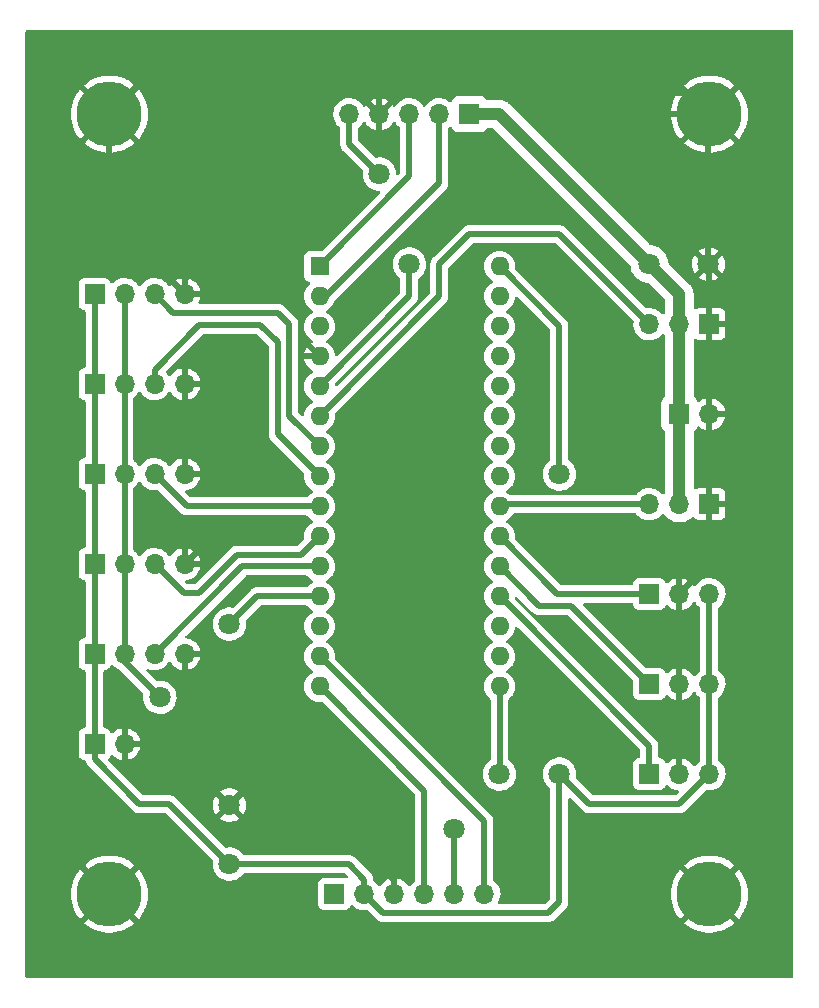
<source format=gbl>
%TF.GenerationSoftware,KiCad,Pcbnew,(6.0.1)*%
%TF.CreationDate,2022-02-04T17:29:07+01:00*%
%TF.ProjectId,carte_kicad_F303K8,63617274-655f-46b6-9963-61645f463330,rev?*%
%TF.SameCoordinates,Original*%
%TF.FileFunction,Copper,L2,Bot*%
%TF.FilePolarity,Positive*%
%FSLAX46Y46*%
G04 Gerber Fmt 4.6, Leading zero omitted, Abs format (unit mm)*
G04 Created by KiCad (PCBNEW (6.0.1)) date 2022-02-04 17:29:07*
%MOMM*%
%LPD*%
G01*
G04 APERTURE LIST*
%TA.AperFunction,ComponentPad*%
%ADD10R,1.700000X1.700000*%
%TD*%
%TA.AperFunction,ComponentPad*%
%ADD11O,1.700000X1.700000*%
%TD*%
%TA.AperFunction,ComponentPad*%
%ADD12C,5.500000*%
%TD*%
%TA.AperFunction,ComponentPad*%
%ADD13R,1.600000X1.600000*%
%TD*%
%TA.AperFunction,ComponentPad*%
%ADD14O,1.600000X1.600000*%
%TD*%
%TA.AperFunction,ComponentPad*%
%ADD15C,1.800000*%
%TD*%
%TA.AperFunction,ViaPad*%
%ADD16C,1.800000*%
%TD*%
%TA.AperFunction,Conductor*%
%ADD17C,0.500000*%
%TD*%
%TA.AperFunction,Conductor*%
%ADD18C,1.000000*%
%TD*%
G04 APERTURE END LIST*
D10*
%TO.P,Ping3,1,Pin_1*%
%TO.N,/5V_A*%
X90180000Y-101600000D03*
D11*
%TO.P,Ping3,2,Pin_2*%
%TO.N,/Trig_Cmd*%
X92720000Y-101600000D03*
%TO.P,Ping3,3,Pin_3*%
%TO.N,/P3*%
X95260000Y-101600000D03*
%TO.P,Ping3,4,Pin_4*%
%TO.N,GND*%
X97800000Y-101600000D03*
%TD*%
D12*
%TO.P,J3,1,Pin_1*%
%TO.N,GND*%
X91440000Y-129540000D03*
%TD*%
%TO.P,J2,1,Pin_1*%
%TO.N,GND*%
X142240000Y-129540000D03*
%TD*%
D10*
%TO.P,Ping5,1,Pin_1*%
%TO.N,/5V_A*%
X90180000Y-78740000D03*
D11*
%TO.P,Ping5,2,Pin_2*%
%TO.N,/Trig_Cmd*%
X92720000Y-78740000D03*
%TO.P,Ping5,3,Pin_3*%
%TO.N,/P5*%
X95260000Y-78740000D03*
%TO.P,Ping5,4,Pin_4*%
%TO.N,GND*%
X97800000Y-78740000D03*
%TD*%
D10*
%TO.P,Infra1,1,Pin_1*%
%TO.N,/I1*%
X137160000Y-104140000D03*
D11*
%TO.P,Infra1,2,Pin_2*%
%TO.N,GND*%
X139700000Y-104140000D03*
%TO.P,Infra1,3,Pin_3*%
%TO.N,/5V_A*%
X142240000Y-104140000D03*
%TD*%
D10*
%TO.P,Lidar1,1,Pin_1*%
%TO.N,/5V_B*%
X121920000Y-63505000D03*
D11*
%TO.P,Lidar1,2,Pin_2*%
%TO.N,/TX_Lidar*%
X119380000Y-63505000D03*
%TO.P,Lidar1,3,Pin_3*%
%TO.N,/RX_Lidar*%
X116840000Y-63505000D03*
%TO.P,Lidar1,4,Pin_4*%
%TO.N,GND*%
X114300000Y-63505000D03*
%TO.P,Lidar1,5,Pin_5*%
%TO.N,/PWM_Lidar*%
X111760000Y-63505000D03*
%TD*%
D12*
%TO.P,J1,1,Pin_1*%
%TO.N,GND*%
X91440000Y-63500000D03*
%TD*%
D10*
%TO.P,Ping2,1,Pin_1*%
%TO.N,/5V_A*%
X90180000Y-93980000D03*
D11*
%TO.P,Ping2,2,Pin_2*%
%TO.N,/Trig_Cmd*%
X92720000Y-93980000D03*
%TO.P,Ping2,3,Pin_3*%
%TO.N,/P2*%
X95260000Y-93980000D03*
%TO.P,Ping2,4,Pin_4*%
%TO.N,GND*%
X97800000Y-93980000D03*
%TD*%
D13*
%TO.P,A2,1,D1/TX*%
%TO.N,/RX_Lidar*%
X109230000Y-76390000D03*
D14*
%TO.P,A2,2,D0/RX*%
%TO.N,/TX_Lidar*%
X109230000Y-78930000D03*
%TO.P,A2,3,~{RESET}*%
%TO.N,unconnected-(A2-Pad3)*%
X109230000Y-81470000D03*
%TO.P,A2,4,GND*%
%TO.N,GND*%
X109230000Y-84010000D03*
%TO.P,A2,5,D2*%
%TO.N,/PWM_Lidar*%
X109230000Y-86550000D03*
%TO.P,A2,6,D3*%
%TO.N,/M_Cmd*%
X109230000Y-89090000D03*
%TO.P,A2,7,D4*%
%TO.N,/P5*%
X109230000Y-91630000D03*
%TO.P,A2,8,D5*%
%TO.N,/P4*%
X109230000Y-94170000D03*
%TO.P,A2,9,D6*%
%TO.N,/P2*%
X109230000Y-96710000D03*
%TO.P,A2,10,D7*%
%TO.N,/P3*%
X109230000Y-99250000D03*
%TO.P,A2,11,D8*%
%TO.N,/P1*%
X109230000Y-101790000D03*
%TO.P,A2,12,D9*%
%TO.N,/Trig_Cmd*%
X109230000Y-104330000D03*
%TO.P,A2,13,D10*%
%TO.N,unconnected-(A2-Pad13)*%
X109230000Y-106870000D03*
%TO.P,A2,14,D11*%
%TO.N,/STATE_BLE*%
X109230000Y-109410000D03*
%TO.P,A2,15,D12*%
%TO.N,/TX_BLE*%
X109230000Y-111950000D03*
%TO.P,A2,16,D13*%
%TO.N,/RX_BLE*%
X124470000Y-111950000D03*
%TO.P,A2,17,3V3*%
%TO.N,unconnected-(A2-Pad17)*%
X124470000Y-109410000D03*
%TO.P,A2,18,AREF*%
%TO.N,unconnected-(A2-Pad18)*%
X124470000Y-106870000D03*
%TO.P,A2,19,A0*%
%TO.N,/I3*%
X124470000Y-104330000D03*
%TO.P,A2,20,A1*%
%TO.N,/I2*%
X124470000Y-101790000D03*
%TO.P,A2,21,A2*%
%TO.N,/I1*%
X124470000Y-99250000D03*
%TO.P,A2,22,A3*%
%TO.N,/Servo_Cmd*%
X124470000Y-96710000D03*
%TO.P,A2,23,A4*%
%TO.N,unconnected-(A2-Pad23)*%
X124470000Y-94170000D03*
%TO.P,A2,24,A5*%
%TO.N,unconnected-(A2-Pad24)*%
X124470000Y-91630000D03*
%TO.P,A2,25,A6*%
%TO.N,unconnected-(A2-Pad25)*%
X124470000Y-89090000D03*
%TO.P,A2,26,A7*%
%TO.N,unconnected-(A2-Pad26)*%
X124470000Y-86550000D03*
%TO.P,A2,27,+5V*%
%TO.N,unconnected-(A2-Pad27)*%
X124470000Y-84010000D03*
%TO.P,A2,28,~{RESET}*%
%TO.N,unconnected-(A2-Pad28)*%
X124470000Y-81470000D03*
%TO.P,A2,29,GND*%
%TO.N,unconnected-(A2-Pad29)*%
X124470000Y-78930000D03*
%TO.P,A2,30,VIN*%
%TO.N,/5V_A*%
X124470000Y-76390000D03*
%TD*%
D10*
%TO.P,B1,1,Pin_1*%
%TO.N,/5V_B*%
X139700000Y-88900000D03*
D11*
%TO.P,B1,2,Pin_2*%
%TO.N,GND*%
X142240000Y-88900000D03*
%TD*%
D15*
%TO.P,C2,1*%
%TO.N,/5V_A*%
X101600000Y-127000000D03*
%TO.P,C2,2*%
%TO.N,GND*%
X101600000Y-122000000D03*
%TD*%
D10*
%TO.P,A1,1,Pin_1*%
%TO.N,/5V_A*%
X90180000Y-116840000D03*
D11*
%TO.P,A1,2,Pin_2*%
%TO.N,GND*%
X92720000Y-116840000D03*
%TD*%
D10*
%TO.P,Ping1,1,Pin_1*%
%TO.N,/5V_A*%
X90180000Y-109220000D03*
D11*
%TO.P,Ping1,2,Pin_2*%
%TO.N,/Trig_Cmd*%
X92720000Y-109220000D03*
%TO.P,Ping1,3,Pin_3*%
%TO.N,/P1*%
X95260000Y-109220000D03*
%TO.P,Ping1,4,Pin_4*%
%TO.N,GND*%
X97800000Y-109220000D03*
%TD*%
D12*
%TO.P,J4,1,Pin_1*%
%TO.N,GND*%
X142240000Y-63500000D03*
%TD*%
D15*
%TO.P,C1,1*%
%TO.N,/5V_B*%
X137160000Y-76200000D03*
%TO.P,C1,2*%
%TO.N,GND*%
X142160000Y-76200000D03*
%TD*%
D10*
%TO.P,Servo1,1,Pin_1*%
%TO.N,GND*%
X142240000Y-96520000D03*
D11*
%TO.P,Servo1,2,Pin_2*%
%TO.N,/5V_B*%
X139700000Y-96520000D03*
%TO.P,Servo1,3,Pin_3*%
%TO.N,/Servo_Cmd*%
X137160000Y-96520000D03*
%TD*%
D10*
%TO.P,Infra3,1,Pin_1*%
%TO.N,/I3*%
X137160000Y-119380000D03*
D11*
%TO.P,Infra3,2,Pin_2*%
%TO.N,GND*%
X139700000Y-119380000D03*
%TO.P,Infra3,3,Pin_3*%
%TO.N,/5V_A*%
X142240000Y-119380000D03*
%TD*%
D10*
%TO.P,Ping4,1,Pin_1*%
%TO.N,/5V_A*%
X90180000Y-86360000D03*
D11*
%TO.P,Ping4,2,Pin_2*%
%TO.N,/Trig_Cmd*%
X92720000Y-86360000D03*
%TO.P,Ping4,3,Pin_3*%
%TO.N,/P4*%
X95260000Y-86360000D03*
%TO.P,Ping4,4,Pin_4*%
%TO.N,GND*%
X97800000Y-86360000D03*
%TD*%
D10*
%TO.P,Moteur1,1,Pin_1*%
%TO.N,GND*%
X142240000Y-81280000D03*
D11*
%TO.P,Moteur1,2,Pin_2*%
%TO.N,/5V_B*%
X139700000Y-81280000D03*
%TO.P,Moteur1,3,Pin_3*%
%TO.N,/M_Cmd*%
X137160000Y-81280000D03*
%TD*%
D10*
%TO.P,BLE1,1,Pin_1*%
%TO.N,unconnected-(BLE1-Pad1)*%
X110490000Y-129540000D03*
D11*
%TO.P,BLE1,2,Pin_2*%
%TO.N,/5V_A*%
X113030000Y-129540000D03*
%TO.P,BLE1,3,Pin_3*%
%TO.N,GND*%
X115570000Y-129540000D03*
%TO.P,BLE1,4,Pin_4*%
%TO.N,/TX_BLE*%
X118110000Y-129540000D03*
%TO.P,BLE1,5,Pin_5*%
%TO.N,/RX_BLE*%
X120650000Y-129540000D03*
%TO.P,BLE1,6,Pin_6*%
%TO.N,/STATE_BLE*%
X123190000Y-129540000D03*
%TD*%
D10*
%TO.P,Infra2,1,Pin_1*%
%TO.N,/I2*%
X137160000Y-111760000D03*
D11*
%TO.P,Infra2,2,Pin_2*%
%TO.N,GND*%
X139700000Y-111760000D03*
%TO.P,Infra2,3,Pin_3*%
%TO.N,/5V_A*%
X142240000Y-111760000D03*
%TD*%
D16*
%TO.N,/5V_A*%
X129540000Y-119380000D03*
X129540000Y-93980000D03*
%TO.N,GND*%
X124460000Y-71120000D03*
X104140000Y-93980000D03*
X119380000Y-86360000D03*
X134620000Y-66040000D03*
X104140000Y-109220000D03*
X104140000Y-99060000D03*
X104140000Y-71120000D03*
%TO.N,/PWM_Lidar*%
X116840000Y-76200000D03*
X114300000Y-68580000D03*
%TO.N,/Trig_Cmd*%
X101600000Y-106680000D03*
X95714796Y-112871882D03*
%TO.N,/RX_BLE*%
X120648714Y-124050603D03*
X124460000Y-119380000D03*
%TD*%
D17*
%TO.N,/RX_BLE*%
X124470000Y-119370000D02*
X124470000Y-111950000D01*
X124460000Y-119380000D02*
X124470000Y-119370000D01*
%TO.N,/5V_A*%
X113030000Y-129540000D02*
X113030000Y-128337919D01*
X90180000Y-118120000D02*
X90180000Y-116840000D01*
X142240000Y-119380000D02*
X139700000Y-121920000D01*
X93980000Y-121920000D02*
X90180000Y-118120000D01*
X113030000Y-129540000D02*
X114629511Y-131139511D01*
X129540000Y-81460000D02*
X129540000Y-93980000D01*
X96520000Y-121920000D02*
X93980000Y-121920000D01*
X129540000Y-130199022D02*
X128599511Y-131139511D01*
X124470000Y-76390000D02*
X129540000Y-81460000D01*
X90180000Y-78740000D02*
X90180000Y-86360000D01*
X90180000Y-109220000D02*
X90180000Y-116840000D01*
X129540000Y-119380000D02*
X129540000Y-130199022D01*
X90180000Y-93980000D02*
X90180000Y-101600000D01*
X142240000Y-104140000D02*
X142240000Y-111760000D01*
X142240000Y-111760000D02*
X142240000Y-119380000D01*
X113030000Y-128337919D02*
X111692081Y-127000000D01*
X139700000Y-121920000D02*
X132080000Y-121920000D01*
X114629511Y-131139511D02*
X128599511Y-131139511D01*
X90180000Y-101600000D02*
X90180000Y-109220000D01*
X132080000Y-121920000D02*
X129540000Y-119380000D01*
X111692081Y-127000000D02*
X101600000Y-127000000D01*
X90180000Y-86360000D02*
X90180000Y-93980000D01*
X101600000Y-127000000D02*
X96520000Y-121920000D01*
%TO.N,GND*%
X91440000Y-129540000D02*
X94979520Y-133079520D01*
X139700000Y-111760000D02*
X139700000Y-119380000D01*
X104140000Y-99060000D02*
X100340000Y-99060000D01*
X97800000Y-86360000D02*
X97800000Y-93980000D01*
X104140000Y-119460000D02*
X104140000Y-109220000D01*
X91440000Y-63500000D02*
X88580489Y-66359511D01*
X100340000Y-99060000D02*
X97800000Y-101600000D01*
X114300000Y-63505000D02*
X111760000Y-60965000D01*
X142160000Y-76200000D02*
X142160000Y-63580000D01*
X91440000Y-63500000D02*
X91440000Y-72380000D01*
X115570000Y-129540000D02*
X115570000Y-128337919D01*
X142240000Y-101600000D02*
X139700000Y-104140000D01*
X109152081Y-121920000D02*
X106680000Y-121920000D01*
X101600000Y-122000000D02*
X104140000Y-119460000D01*
X91440000Y-72380000D02*
X97800000Y-78740000D01*
X142240000Y-81280000D02*
X142240000Y-88900000D01*
X88580489Y-126680489D02*
X91440000Y-129540000D01*
X94979520Y-133079520D02*
X138700480Y-133079520D01*
X96520000Y-116840000D02*
X104140000Y-109220000D01*
X142240000Y-96520000D02*
X142240000Y-101600000D01*
X111760000Y-60965000D02*
X111760000Y-60960000D01*
X116099511Y-61705489D02*
X140445489Y-61705489D01*
X107679520Y-82459520D02*
X107679520Y-79739520D01*
X88580489Y-66359511D02*
X88580489Y-126680489D01*
X109230000Y-84010000D02*
X107679520Y-82459520D01*
X115570000Y-128337919D02*
X109152081Y-121920000D01*
X139700000Y-104140000D02*
X139700000Y-111760000D01*
X106680000Y-121920000D02*
X104140000Y-119380000D01*
X104140000Y-71120000D02*
X97800000Y-77460000D01*
X104140000Y-109220000D02*
X97800000Y-109220000D01*
X142240000Y-88900000D02*
X142240000Y-96520000D01*
X106680000Y-78740000D02*
X97800000Y-78740000D01*
X111760000Y-60960000D02*
X93980000Y-60960000D01*
X97800000Y-93980000D02*
X104140000Y-93980000D01*
X137160000Y-63500000D02*
X134620000Y-66040000D01*
X107679520Y-79739520D02*
X106680000Y-78740000D01*
X138700480Y-133079520D02*
X142240000Y-129540000D01*
X142240000Y-81280000D02*
X142240000Y-76280000D01*
X140445489Y-61705489D02*
X142240000Y-63500000D01*
X142240000Y-76280000D02*
X142160000Y-76200000D01*
X92720000Y-116840000D02*
X96520000Y-116840000D01*
X97800000Y-77460000D02*
X97800000Y-78740000D01*
X142160000Y-63580000D02*
X142240000Y-63500000D01*
X142240000Y-63500000D02*
X137160000Y-63500000D01*
X114300000Y-63505000D02*
X116099511Y-61705489D01*
X93980000Y-60960000D02*
X91440000Y-63500000D01*
%TO.N,/RX_Lidar*%
X116840000Y-63505000D02*
X116840000Y-68780000D01*
X116840000Y-68780000D02*
X109230000Y-76390000D01*
%TO.N,/TX_Lidar*%
X109789022Y-78930000D02*
X109230000Y-78930000D01*
X119380000Y-63505000D02*
X119380000Y-69339022D01*
X119380000Y-69339022D02*
X109789022Y-78930000D01*
%TO.N,/PWM_Lidar*%
X111760000Y-66040000D02*
X114300000Y-68580000D01*
X111760000Y-63505000D02*
X111760000Y-66040000D01*
X116840000Y-78940000D02*
X109230000Y-86550000D01*
X116840000Y-76200000D02*
X116840000Y-78940000D01*
%TO.N,/M_Cmd*%
X137160000Y-81280000D02*
X129540000Y-73660000D01*
X121920000Y-73660000D02*
X119380000Y-76200000D01*
X129540000Y-73660000D02*
X121920000Y-73660000D01*
X119380000Y-78940000D02*
X109230000Y-89090000D01*
X119380000Y-76200000D02*
X119380000Y-78940000D01*
%TO.N,/P5*%
X95260000Y-78740000D02*
X96859511Y-80339511D01*
X105739511Y-80339511D02*
X106680000Y-81280000D01*
X106680000Y-89080000D02*
X109230000Y-91630000D01*
X106680000Y-81280000D02*
X106680000Y-89080000D01*
X96859511Y-80339511D02*
X105739511Y-80339511D01*
%TO.N,/P4*%
X99060000Y-81339031D02*
X104199031Y-81339031D01*
X95260000Y-85139031D02*
X99060000Y-81339031D01*
X104199031Y-81339031D02*
X105680480Y-82820480D01*
X105680480Y-82820480D02*
X105680480Y-90620480D01*
X105680480Y-90620480D02*
X109230000Y-94170000D01*
X95260000Y-86360000D02*
X95260000Y-85139031D01*
%TO.N,/P2*%
X97990000Y-96710000D02*
X109230000Y-96710000D01*
X95260000Y-93980000D02*
X97990000Y-96710000D01*
%TO.N,/P3*%
X107689520Y-100790480D02*
X109230000Y-99250000D01*
X98993233Y-104073233D02*
X102275985Y-100790481D01*
X97733233Y-104073233D02*
X98993233Y-104073233D01*
X95260000Y-101600000D02*
X97733233Y-104073233D01*
X102275985Y-100790481D02*
X107689520Y-100790480D01*
%TO.N,/P1*%
X95260000Y-109220000D02*
X102690000Y-101790000D01*
X102690000Y-101790000D02*
X109230000Y-101790000D01*
%TO.N,/Trig_Cmd*%
X92720000Y-86360000D02*
X92720000Y-93980000D01*
X92720000Y-109220000D02*
X92720000Y-101600000D01*
X109230000Y-104330000D02*
X103950000Y-104330000D01*
X103950000Y-104330000D02*
X101600000Y-106680000D01*
X92720000Y-86360000D02*
X92720000Y-78740000D01*
X92720000Y-109220000D02*
X92720000Y-109877086D01*
X92720000Y-109877086D02*
X95714796Y-112871882D01*
X92720000Y-101600000D02*
X92720000Y-93980000D01*
%TO.N,/STATE_BLE*%
X123190000Y-129540000D02*
X123190000Y-123370000D01*
X123190000Y-123370000D02*
X109230000Y-109410000D01*
%TO.N,/TX_BLE*%
X118110000Y-120830000D02*
X109230000Y-111950000D01*
X118110000Y-129540000D02*
X118110000Y-120830000D01*
%TO.N,/RX_BLE*%
X120650000Y-124051889D02*
X120648714Y-124050603D01*
X120650000Y-129540000D02*
X120650000Y-124051889D01*
X124460000Y-111960000D02*
X124470000Y-111950000D01*
%TO.N,/I3*%
X137160000Y-119380000D02*
X137160000Y-117020000D01*
X137160000Y-117020000D02*
X124470000Y-104330000D01*
%TO.N,/I2*%
X127819520Y-105139520D02*
X124470000Y-101790000D01*
X137160000Y-111760000D02*
X130539520Y-105139520D01*
X130539520Y-105139520D02*
X127819520Y-105139520D01*
%TO.N,/I1*%
X129360000Y-104140000D02*
X124470000Y-99250000D01*
X137160000Y-104140000D02*
X129360000Y-104140000D01*
%TO.N,/Servo_Cmd*%
X124660000Y-96520000D02*
X124470000Y-96710000D01*
X137160000Y-96520000D02*
X124660000Y-96520000D01*
D18*
%TO.N,/5V_B*%
X137160000Y-76200000D02*
X124465000Y-63505000D01*
X139700000Y-78740000D02*
X137160000Y-76200000D01*
X124465000Y-63505000D02*
X121920000Y-63505000D01*
X139700000Y-96520000D02*
X139700000Y-88900000D01*
X139700000Y-81280000D02*
X139700000Y-78740000D01*
X139700000Y-88900000D02*
X139700000Y-81280000D01*
%TD*%
%TA.AperFunction,Conductor*%
%TO.N,GND*%
G36*
X149294121Y-56408002D02*
G01*
X149340614Y-56461658D01*
X149352000Y-56514000D01*
X149352000Y-136526000D01*
X149331998Y-136594121D01*
X149278342Y-136640614D01*
X149226000Y-136652000D01*
X84454000Y-136652000D01*
X84385879Y-136631998D01*
X84339386Y-136578342D01*
X84328000Y-136526000D01*
X84328000Y-132019389D01*
X89325541Y-132019389D01*
X89333678Y-132030395D01*
X89593938Y-132230099D01*
X89599537Y-132233933D01*
X89895261Y-132413736D01*
X89901251Y-132416948D01*
X90214657Y-132563758D01*
X90220961Y-132566305D01*
X90548384Y-132678406D01*
X90554935Y-132680260D01*
X90892539Y-132756342D01*
X90899258Y-132757479D01*
X91243113Y-132796657D01*
X91249903Y-132797060D01*
X91595973Y-132798872D01*
X91602774Y-132798540D01*
X91947020Y-132762966D01*
X91953748Y-132761900D01*
X92292144Y-132689353D01*
X92298693Y-132687574D01*
X92627278Y-132578905D01*
X92633620Y-132576419D01*
X92948523Y-132432910D01*
X92954577Y-132429745D01*
X93252128Y-132253073D01*
X93257809Y-132249270D01*
X93534547Y-132041489D01*
X93539771Y-132037105D01*
X93546238Y-132031053D01*
X93553118Y-132019389D01*
X140125541Y-132019389D01*
X140133678Y-132030395D01*
X140393938Y-132230099D01*
X140399537Y-132233933D01*
X140695261Y-132413736D01*
X140701251Y-132416948D01*
X141014657Y-132563758D01*
X141020961Y-132566305D01*
X141348384Y-132678406D01*
X141354935Y-132680260D01*
X141692539Y-132756342D01*
X141699258Y-132757479D01*
X142043113Y-132796657D01*
X142049903Y-132797060D01*
X142395973Y-132798872D01*
X142402774Y-132798540D01*
X142747020Y-132762966D01*
X142753748Y-132761900D01*
X143092144Y-132689353D01*
X143098693Y-132687574D01*
X143427278Y-132578905D01*
X143433620Y-132576419D01*
X143748523Y-132432910D01*
X143754577Y-132429745D01*
X144052128Y-132253073D01*
X144057809Y-132249270D01*
X144334547Y-132041489D01*
X144339771Y-132037105D01*
X144346238Y-132031053D01*
X144354307Y-132017373D01*
X144354280Y-132016649D01*
X144349136Y-132008346D01*
X142252812Y-129912022D01*
X142238868Y-129904408D01*
X142237035Y-129904539D01*
X142230420Y-129908790D01*
X140132422Y-132006788D01*
X140125541Y-132019389D01*
X93553118Y-132019389D01*
X93554307Y-132017373D01*
X93554280Y-132016649D01*
X93549136Y-132008346D01*
X91452812Y-129912022D01*
X91438868Y-129904408D01*
X91437035Y-129904539D01*
X91430420Y-129908790D01*
X89332422Y-132006788D01*
X89325541Y-132019389D01*
X84328000Y-132019389D01*
X84328000Y-129532007D01*
X88177407Y-129532007D01*
X88194917Y-129877659D01*
X88195627Y-129884415D01*
X88250363Y-130226141D01*
X88251802Y-130232796D01*
X88343122Y-130566604D01*
X88345271Y-130573065D01*
X88472110Y-130895067D01*
X88474941Y-130901250D01*
X88635815Y-131207670D01*
X88639298Y-131213513D01*
X88832321Y-131500761D01*
X88836424Y-131506205D01*
X88951911Y-131643351D01*
X88964650Y-131651794D01*
X88975094Y-131645696D01*
X91067978Y-129552812D01*
X91074356Y-129541132D01*
X91804408Y-129541132D01*
X91804539Y-129542965D01*
X91808790Y-129549580D01*
X93903553Y-131644343D01*
X93917150Y-131651768D01*
X93926761Y-131645068D01*
X94022845Y-131533360D01*
X94027003Y-131527960D01*
X94223023Y-131242751D01*
X94226570Y-131236940D01*
X94390634Y-130932238D01*
X94393541Y-130926060D01*
X94523744Y-130605411D01*
X94525958Y-130598981D01*
X94620769Y-130266143D01*
X94622276Y-130259513D01*
X94680590Y-129918362D01*
X94681370Y-129911622D01*
X94702595Y-129564576D01*
X94702711Y-129560973D01*
X94702779Y-129541819D01*
X94702687Y-129538194D01*
X94683885Y-129191023D01*
X94683150Y-129184257D01*
X94627224Y-128842738D01*
X94625757Y-128836066D01*
X94533278Y-128502597D01*
X94531104Y-128496134D01*
X94403143Y-128174583D01*
X94400290Y-128168409D01*
X94238343Y-127862545D01*
X94234849Y-127856728D01*
X94040813Y-127570140D01*
X94036699Y-127564721D01*
X93928090Y-127436653D01*
X93915265Y-127428217D01*
X93904940Y-127434270D01*
X91812022Y-129527188D01*
X91804408Y-129541132D01*
X91074356Y-129541132D01*
X91075592Y-129538868D01*
X91075461Y-129537035D01*
X91071210Y-129530420D01*
X88976457Y-127435667D01*
X88962920Y-127428275D01*
X88953219Y-127435063D01*
X88850220Y-127555659D01*
X88846066Y-127561092D01*
X88651056Y-127846965D01*
X88647521Y-127852802D01*
X88484518Y-128158080D01*
X88481642Y-128164249D01*
X88352558Y-128485355D01*
X88350365Y-128491795D01*
X88256714Y-128824968D01*
X88255231Y-128831603D01*
X88198112Y-129172936D01*
X88197353Y-129179708D01*
X88177431Y-129525212D01*
X88177407Y-129532007D01*
X84328000Y-129532007D01*
X84328000Y-127062234D01*
X89325322Y-127062234D01*
X89325357Y-127063075D01*
X89330410Y-127071200D01*
X91427188Y-129167978D01*
X91441132Y-129175592D01*
X91442965Y-129175461D01*
X91449580Y-129171210D01*
X93547431Y-127073359D01*
X93555045Y-127059415D01*
X93554977Y-127058460D01*
X93551024Y-127052482D01*
X93276667Y-126843479D01*
X93271041Y-126839655D01*
X92974706Y-126660894D01*
X92968694Y-126657697D01*
X92654774Y-126511980D01*
X92648474Y-126509460D01*
X92320664Y-126398503D01*
X92314086Y-126396667D01*
X91976237Y-126321768D01*
X91969499Y-126320652D01*
X91625515Y-126282675D01*
X91618735Y-126282296D01*
X91272636Y-126281693D01*
X91265863Y-126282048D01*
X90921726Y-126318825D01*
X90915016Y-126319912D01*
X90576883Y-126393637D01*
X90570308Y-126395448D01*
X90242117Y-126505259D01*
X90235795Y-126507762D01*
X89921388Y-126652373D01*
X89915345Y-126655559D01*
X89618402Y-126833276D01*
X89612756Y-126837085D01*
X89336726Y-127045844D01*
X89333140Y-127048875D01*
X89325322Y-127062234D01*
X84328000Y-127062234D01*
X84328000Y-117738134D01*
X88821500Y-117738134D01*
X88828255Y-117800316D01*
X88879385Y-117936705D01*
X88966739Y-118053261D01*
X89083295Y-118140615D01*
X89219684Y-118191745D01*
X89281866Y-118198500D01*
X89315029Y-118198500D01*
X89383150Y-118218502D01*
X89429643Y-118272158D01*
X89436360Y-118291752D01*
X89436818Y-118295681D01*
X89461735Y-118364327D01*
X89463152Y-118368455D01*
X89469238Y-118387240D01*
X89485649Y-118437899D01*
X89489445Y-118444154D01*
X89491951Y-118449628D01*
X89494670Y-118455058D01*
X89497167Y-118461937D01*
X89501180Y-118468057D01*
X89501180Y-118468058D01*
X89537186Y-118522976D01*
X89539523Y-118526680D01*
X89577405Y-118589107D01*
X89581121Y-118593315D01*
X89581122Y-118593316D01*
X89584803Y-118597484D01*
X89584776Y-118597508D01*
X89587429Y-118600500D01*
X89590132Y-118603733D01*
X89594144Y-118609852D01*
X89599456Y-118614884D01*
X89650383Y-118663128D01*
X89652825Y-118665506D01*
X93396230Y-122408911D01*
X93408616Y-122423323D01*
X93417149Y-122434918D01*
X93417154Y-122434923D01*
X93421492Y-122440818D01*
X93427070Y-122445557D01*
X93427073Y-122445560D01*
X93461768Y-122475035D01*
X93469284Y-122481965D01*
X93474980Y-122487661D01*
X93477841Y-122489924D01*
X93477846Y-122489929D01*
X93497266Y-122505293D01*
X93500667Y-122508082D01*
X93516638Y-122521650D01*
X93556285Y-122555333D01*
X93562805Y-122558662D01*
X93567852Y-122562028D01*
X93572976Y-122565193D01*
X93578717Y-122569735D01*
X93585348Y-122572834D01*
X93585351Y-122572836D01*
X93632723Y-122594976D01*
X93640949Y-122598820D01*
X93644830Y-122600634D01*
X93648782Y-122602565D01*
X93707285Y-122632438D01*
X93713808Y-122635769D01*
X93720914Y-122637508D01*
X93726564Y-122639609D01*
X93732321Y-122641524D01*
X93738950Y-122644622D01*
X93810435Y-122659491D01*
X93814701Y-122660457D01*
X93885610Y-122677808D01*
X93891212Y-122678156D01*
X93891215Y-122678156D01*
X93896764Y-122678500D01*
X93896762Y-122678535D01*
X93900734Y-122678775D01*
X93904955Y-122679152D01*
X93912115Y-122680641D01*
X93989542Y-122678546D01*
X93992950Y-122678500D01*
X96153629Y-122678500D01*
X96221750Y-122698502D01*
X96242724Y-122715405D01*
X100174017Y-126646698D01*
X100208043Y-126709010D01*
X100210209Y-126749182D01*
X100187095Y-126965469D01*
X100187392Y-126970622D01*
X100187392Y-126970625D01*
X100200129Y-127191529D01*
X100200427Y-127196697D01*
X100201564Y-127201743D01*
X100201565Y-127201749D01*
X100233741Y-127344523D01*
X100251346Y-127422642D01*
X100253288Y-127427424D01*
X100253289Y-127427428D01*
X100336540Y-127632450D01*
X100338484Y-127637237D01*
X100459501Y-127834719D01*
X100611147Y-128009784D01*
X100789349Y-128157730D01*
X100989322Y-128274584D01*
X100994147Y-128276426D01*
X100994148Y-128276427D01*
X101029645Y-128289982D01*
X101205694Y-128357209D01*
X101210760Y-128358240D01*
X101210761Y-128358240D01*
X101241874Y-128364570D01*
X101432656Y-128403385D01*
X101563324Y-128408176D01*
X101658949Y-128411683D01*
X101658953Y-128411683D01*
X101664113Y-128411872D01*
X101669233Y-128411216D01*
X101669235Y-128411216D01*
X101742270Y-128401860D01*
X101893847Y-128382442D01*
X101898795Y-128380957D01*
X101898802Y-128380956D01*
X102110747Y-128317369D01*
X102115690Y-128315886D01*
X102120324Y-128313616D01*
X102319049Y-128216262D01*
X102319052Y-128216260D01*
X102323684Y-128213991D01*
X102512243Y-128079494D01*
X102676303Y-127916005D01*
X102751777Y-127810973D01*
X102807770Y-127767326D01*
X102854098Y-127758500D01*
X111325710Y-127758500D01*
X111393831Y-127778502D01*
X111414805Y-127795405D01*
X111610735Y-127991335D01*
X111644761Y-128053647D01*
X111639696Y-128124462D01*
X111597149Y-128181298D01*
X111530629Y-128206109D01*
X111477411Y-128198412D01*
X111457718Y-128191029D01*
X111457712Y-128191027D01*
X111450316Y-128188255D01*
X111388134Y-128181500D01*
X109591866Y-128181500D01*
X109529684Y-128188255D01*
X109393295Y-128239385D01*
X109276739Y-128326739D01*
X109189385Y-128443295D01*
X109138255Y-128579684D01*
X109131500Y-128641866D01*
X109131500Y-130438134D01*
X109138255Y-130500316D01*
X109189385Y-130636705D01*
X109276739Y-130753261D01*
X109393295Y-130840615D01*
X109529684Y-130891745D01*
X109591866Y-130898500D01*
X111388134Y-130898500D01*
X111450316Y-130891745D01*
X111586705Y-130840615D01*
X111703261Y-130753261D01*
X111790615Y-130636705D01*
X111802347Y-130605411D01*
X111834598Y-130519382D01*
X111877240Y-130462618D01*
X111943802Y-130437918D01*
X112013150Y-130453126D01*
X112047817Y-130481114D01*
X112076250Y-130513938D01*
X112248126Y-130656632D01*
X112441000Y-130769338D01*
X112445825Y-130771180D01*
X112445826Y-130771181D01*
X112476232Y-130782792D01*
X112649692Y-130849030D01*
X112654760Y-130850061D01*
X112654763Y-130850062D01*
X112762379Y-130871957D01*
X112868597Y-130893567D01*
X112873772Y-130893757D01*
X112873774Y-130893757D01*
X113086673Y-130901564D01*
X113086677Y-130901564D01*
X113091837Y-130901753D01*
X113231908Y-130883809D01*
X113302017Y-130894993D01*
X113337012Y-130919693D01*
X114045741Y-131628422D01*
X114058127Y-131642834D01*
X114066660Y-131654429D01*
X114066665Y-131654434D01*
X114071003Y-131660329D01*
X114076581Y-131665068D01*
X114076584Y-131665071D01*
X114111279Y-131694546D01*
X114118795Y-131701476D01*
X114124490Y-131707171D01*
X114127372Y-131709451D01*
X114146762Y-131724792D01*
X114150166Y-131727583D01*
X114200214Y-131770102D01*
X114205796Y-131774844D01*
X114212312Y-131778172D01*
X114217361Y-131781539D01*
X114222490Y-131784706D01*
X114228227Y-131789245D01*
X114294386Y-131820166D01*
X114298280Y-131822069D01*
X114363319Y-131855280D01*
X114370427Y-131857019D01*
X114376070Y-131859118D01*
X114381833Y-131861035D01*
X114388461Y-131864133D01*
X114395623Y-131865623D01*
X114395624Y-131865623D01*
X114459923Y-131878997D01*
X114464207Y-131879967D01*
X114535121Y-131897319D01*
X114540723Y-131897667D01*
X114540726Y-131897667D01*
X114546275Y-131898011D01*
X114546273Y-131898047D01*
X114550266Y-131898286D01*
X114554458Y-131898660D01*
X114561626Y-131900151D01*
X114639031Y-131898057D01*
X114642439Y-131898011D01*
X128532441Y-131898011D01*
X128551391Y-131899444D01*
X128565626Y-131901610D01*
X128565630Y-131901610D01*
X128572860Y-131902710D01*
X128580152Y-131902117D01*
X128580155Y-131902117D01*
X128625529Y-131898426D01*
X128635744Y-131898011D01*
X128643804Y-131898011D01*
X128661191Y-131895984D01*
X128672018Y-131894722D01*
X128676393Y-131894289D01*
X128741850Y-131888965D01*
X128741853Y-131888964D01*
X128749148Y-131888371D01*
X128756112Y-131886115D01*
X128762071Y-131884924D01*
X128767926Y-131883540D01*
X128775192Y-131882693D01*
X128843838Y-131857776D01*
X128847966Y-131856359D01*
X128910447Y-131836118D01*
X128910449Y-131836117D01*
X128917410Y-131833862D01*
X128923665Y-131830066D01*
X128929139Y-131827560D01*
X128934569Y-131824841D01*
X128941448Y-131822344D01*
X128947569Y-131818331D01*
X129002487Y-131782325D01*
X129006191Y-131779988D01*
X129068618Y-131742106D01*
X129076995Y-131734708D01*
X129077019Y-131734735D01*
X129080011Y-131732082D01*
X129083244Y-131729379D01*
X129089363Y-131725367D01*
X129142639Y-131669128D01*
X129145017Y-131666686D01*
X130028911Y-130782792D01*
X130043323Y-130770406D01*
X130054918Y-130761873D01*
X130054923Y-130761868D01*
X130060818Y-130757530D01*
X130065557Y-130751952D01*
X130065560Y-130751949D01*
X130095035Y-130717254D01*
X130101965Y-130709738D01*
X130107660Y-130704043D01*
X130125281Y-130681771D01*
X130128072Y-130678367D01*
X130170591Y-130628319D01*
X130170592Y-130628317D01*
X130175333Y-130622737D01*
X130178661Y-130616221D01*
X130182028Y-130611172D01*
X130185195Y-130606043D01*
X130189734Y-130600306D01*
X130220655Y-130534147D01*
X130222561Y-130530247D01*
X130230889Y-130513938D01*
X130255769Y-130465214D01*
X130257508Y-130458106D01*
X130259607Y-130452463D01*
X130261524Y-130446700D01*
X130264622Y-130440072D01*
X130279487Y-130368605D01*
X130280457Y-130364321D01*
X130297808Y-130293412D01*
X130298500Y-130282258D01*
X130298536Y-130282260D01*
X130298775Y-130278267D01*
X130299149Y-130274075D01*
X130300640Y-130266907D01*
X130298546Y-130189501D01*
X130298500Y-130186094D01*
X130298500Y-129532007D01*
X138977407Y-129532007D01*
X138994917Y-129877659D01*
X138995627Y-129884415D01*
X139050363Y-130226141D01*
X139051802Y-130232796D01*
X139143122Y-130566604D01*
X139145271Y-130573065D01*
X139272110Y-130895067D01*
X139274941Y-130901250D01*
X139435815Y-131207670D01*
X139439298Y-131213513D01*
X139632321Y-131500761D01*
X139636424Y-131506205D01*
X139751911Y-131643351D01*
X139764650Y-131651794D01*
X139775094Y-131645696D01*
X141867978Y-129552812D01*
X141874356Y-129541132D01*
X142604408Y-129541132D01*
X142604539Y-129542965D01*
X142608790Y-129549580D01*
X144703553Y-131644343D01*
X144717150Y-131651768D01*
X144726761Y-131645068D01*
X144822845Y-131533360D01*
X144827003Y-131527960D01*
X145023023Y-131242751D01*
X145026570Y-131236940D01*
X145190634Y-130932238D01*
X145193541Y-130926060D01*
X145323744Y-130605411D01*
X145325958Y-130598981D01*
X145420769Y-130266143D01*
X145422276Y-130259513D01*
X145480590Y-129918362D01*
X145481370Y-129911622D01*
X145502595Y-129564576D01*
X145502711Y-129560973D01*
X145502779Y-129541819D01*
X145502687Y-129538194D01*
X145483885Y-129191023D01*
X145483150Y-129184257D01*
X145427224Y-128842738D01*
X145425757Y-128836066D01*
X145333278Y-128502597D01*
X145331104Y-128496134D01*
X145203143Y-128174583D01*
X145200290Y-128168409D01*
X145038343Y-127862545D01*
X145034849Y-127856728D01*
X144840813Y-127570140D01*
X144836699Y-127564721D01*
X144728090Y-127436653D01*
X144715265Y-127428217D01*
X144704940Y-127434270D01*
X142612022Y-129527188D01*
X142604408Y-129541132D01*
X141874356Y-129541132D01*
X141875592Y-129538868D01*
X141875461Y-129537035D01*
X141871210Y-129530420D01*
X139776457Y-127435667D01*
X139762920Y-127428275D01*
X139753219Y-127435063D01*
X139650220Y-127555659D01*
X139646066Y-127561092D01*
X139451056Y-127846965D01*
X139447521Y-127852802D01*
X139284518Y-128158080D01*
X139281642Y-128164249D01*
X139152558Y-128485355D01*
X139150365Y-128491795D01*
X139056714Y-128824968D01*
X139055231Y-128831603D01*
X138998112Y-129172936D01*
X138997353Y-129179708D01*
X138977431Y-129525212D01*
X138977407Y-129532007D01*
X130298500Y-129532007D01*
X130298500Y-127062234D01*
X140125322Y-127062234D01*
X140125357Y-127063075D01*
X140130410Y-127071200D01*
X142227188Y-129167978D01*
X142241132Y-129175592D01*
X142242965Y-129175461D01*
X142249580Y-129171210D01*
X144347431Y-127073359D01*
X144355045Y-127059415D01*
X144354977Y-127058460D01*
X144351024Y-127052482D01*
X144076667Y-126843479D01*
X144071041Y-126839655D01*
X143774706Y-126660894D01*
X143768694Y-126657697D01*
X143454774Y-126511980D01*
X143448474Y-126509460D01*
X143120664Y-126398503D01*
X143114086Y-126396667D01*
X142776237Y-126321768D01*
X142769499Y-126320652D01*
X142425515Y-126282675D01*
X142418735Y-126282296D01*
X142072636Y-126281693D01*
X142065863Y-126282048D01*
X141721726Y-126318825D01*
X141715016Y-126319912D01*
X141376883Y-126393637D01*
X141370308Y-126395448D01*
X141042117Y-126505259D01*
X141035795Y-126507762D01*
X140721388Y-126652373D01*
X140715345Y-126655559D01*
X140418402Y-126833276D01*
X140412756Y-126837085D01*
X140136726Y-127045844D01*
X140133140Y-127048875D01*
X140125322Y-127062234D01*
X130298500Y-127062234D01*
X130298500Y-121515371D01*
X130318502Y-121447250D01*
X130372158Y-121400757D01*
X130442432Y-121390653D01*
X130507012Y-121420147D01*
X130513595Y-121426276D01*
X131496230Y-122408911D01*
X131508616Y-122423323D01*
X131517149Y-122434918D01*
X131517154Y-122434923D01*
X131521492Y-122440818D01*
X131527070Y-122445557D01*
X131527073Y-122445560D01*
X131561768Y-122475035D01*
X131569284Y-122481965D01*
X131574979Y-122487660D01*
X131577861Y-122489940D01*
X131597251Y-122505281D01*
X131600655Y-122508072D01*
X131650703Y-122550591D01*
X131650705Y-122550592D01*
X131656285Y-122555333D01*
X131662801Y-122558661D01*
X131667838Y-122562020D01*
X131672977Y-122565194D01*
X131678716Y-122569734D01*
X131685349Y-122572834D01*
X131744837Y-122600636D01*
X131748783Y-122602565D01*
X131813808Y-122635769D01*
X131820924Y-122637510D01*
X131826554Y-122639604D01*
X131832321Y-122641523D01*
X131838950Y-122644621D01*
X131846110Y-122646110D01*
X131846112Y-122646111D01*
X131910396Y-122659482D01*
X131914680Y-122660452D01*
X131985610Y-122677808D01*
X131991212Y-122678156D01*
X131991215Y-122678156D01*
X131996764Y-122678500D01*
X131996762Y-122678536D01*
X132000752Y-122678775D01*
X132004950Y-122679150D01*
X132012115Y-122680640D01*
X132089520Y-122678546D01*
X132092928Y-122678500D01*
X139632930Y-122678500D01*
X139651880Y-122679933D01*
X139666115Y-122682099D01*
X139666119Y-122682099D01*
X139673349Y-122683199D01*
X139680641Y-122682606D01*
X139680644Y-122682606D01*
X139726018Y-122678915D01*
X139736233Y-122678500D01*
X139744293Y-122678500D01*
X139761680Y-122676473D01*
X139772507Y-122675211D01*
X139776882Y-122674778D01*
X139842339Y-122669454D01*
X139842342Y-122669453D01*
X139849637Y-122668860D01*
X139856601Y-122666604D01*
X139862560Y-122665413D01*
X139868415Y-122664029D01*
X139875681Y-122663182D01*
X139944327Y-122638265D01*
X139948455Y-122636848D01*
X140010936Y-122616607D01*
X140010938Y-122616606D01*
X140017899Y-122614351D01*
X140024154Y-122610555D01*
X140029628Y-122608049D01*
X140035058Y-122605330D01*
X140041937Y-122602833D01*
X140087693Y-122572834D01*
X140102976Y-122562814D01*
X140106680Y-122560477D01*
X140169107Y-122522595D01*
X140177484Y-122515197D01*
X140177508Y-122515224D01*
X140180500Y-122512571D01*
X140183733Y-122509868D01*
X140189852Y-122505856D01*
X140243128Y-122449617D01*
X140245506Y-122447175D01*
X141931441Y-120761240D01*
X141993753Y-120727214D01*
X142045657Y-120726865D01*
X142078597Y-120733567D01*
X142083772Y-120733757D01*
X142083774Y-120733757D01*
X142296673Y-120741564D01*
X142296677Y-120741564D01*
X142301837Y-120741753D01*
X142306957Y-120741097D01*
X142306959Y-120741097D01*
X142518288Y-120714025D01*
X142518289Y-120714025D01*
X142523416Y-120713368D01*
X142528366Y-120711883D01*
X142732429Y-120650661D01*
X142732434Y-120650659D01*
X142737384Y-120649174D01*
X142937994Y-120550896D01*
X143119860Y-120421173D01*
X143278096Y-120263489D01*
X143408453Y-120082077D01*
X143507430Y-119881811D01*
X143553100Y-119731495D01*
X143570865Y-119673023D01*
X143570865Y-119673021D01*
X143572370Y-119668069D01*
X143601529Y-119446590D01*
X143603156Y-119380000D01*
X143584852Y-119157361D01*
X143530431Y-118940702D01*
X143441354Y-118735840D01*
X143395059Y-118664279D01*
X143322822Y-118552617D01*
X143322820Y-118552614D01*
X143320014Y-118548277D01*
X143169670Y-118383051D01*
X143151189Y-118368455D01*
X143046407Y-118285703D01*
X143005345Y-118227785D01*
X142998500Y-118186821D01*
X142998500Y-112952632D01*
X143018502Y-112884511D01*
X143051331Y-112850054D01*
X143119860Y-112801173D01*
X143278096Y-112643489D01*
X143408453Y-112462077D01*
X143421995Y-112434678D01*
X143505136Y-112266453D01*
X143505137Y-112266451D01*
X143507430Y-112261811D01*
X143572370Y-112048069D01*
X143601529Y-111826590D01*
X143601611Y-111823240D01*
X143603074Y-111763365D01*
X143603074Y-111763361D01*
X143603156Y-111760000D01*
X143584852Y-111537361D01*
X143530431Y-111320702D01*
X143441354Y-111115840D01*
X143320014Y-110928277D01*
X143169670Y-110763051D01*
X143046407Y-110665703D01*
X143005345Y-110607785D01*
X142998500Y-110566821D01*
X142998500Y-105332632D01*
X143018502Y-105264511D01*
X143051331Y-105230054D01*
X143119860Y-105181173D01*
X143278096Y-105023489D01*
X143408453Y-104842077D01*
X143413430Y-104832008D01*
X143505136Y-104646453D01*
X143505137Y-104646451D01*
X143507430Y-104641811D01*
X143572370Y-104428069D01*
X143601529Y-104206590D01*
X143602523Y-104165925D01*
X143603074Y-104143365D01*
X143603074Y-104143361D01*
X143603156Y-104140000D01*
X143584852Y-103917361D01*
X143530431Y-103700702D01*
X143441354Y-103495840D01*
X143330058Y-103323802D01*
X143322822Y-103312617D01*
X143322820Y-103312614D01*
X143320014Y-103308277D01*
X143169670Y-103143051D01*
X143165619Y-103139852D01*
X143165615Y-103139848D01*
X142998414Y-103007800D01*
X142998410Y-103007798D01*
X142994359Y-103004598D01*
X142969801Y-102991041D01*
X142901916Y-102953567D01*
X142798789Y-102896638D01*
X142793920Y-102894914D01*
X142793916Y-102894912D01*
X142593087Y-102823795D01*
X142593083Y-102823794D01*
X142588212Y-102822069D01*
X142583119Y-102821162D01*
X142583116Y-102821161D01*
X142373373Y-102783800D01*
X142373367Y-102783799D01*
X142368284Y-102782894D01*
X142294452Y-102781992D01*
X142150081Y-102780228D01*
X142150079Y-102780228D01*
X142144911Y-102780165D01*
X141924091Y-102813955D01*
X141711756Y-102883357D01*
X141678604Y-102900615D01*
X141526697Y-102979693D01*
X141513607Y-102986507D01*
X141509474Y-102989610D01*
X141509471Y-102989612D01*
X141339100Y-103117530D01*
X141334965Y-103120635D01*
X141180629Y-103282138D01*
X141177715Y-103286410D01*
X141177714Y-103286411D01*
X141072898Y-103440066D01*
X141017987Y-103485069D01*
X140947462Y-103493240D01*
X140883715Y-103461986D01*
X140863018Y-103437502D01*
X140782426Y-103312926D01*
X140776136Y-103304757D01*
X140632806Y-103147240D01*
X140625273Y-103140215D01*
X140458139Y-103008222D01*
X140449552Y-103002517D01*
X140263117Y-102899599D01*
X140253705Y-102895369D01*
X140052959Y-102824280D01*
X140042988Y-102821646D01*
X139971837Y-102808972D01*
X139958540Y-102810432D01*
X139954000Y-102824989D01*
X139954000Y-105458517D01*
X139958064Y-105472359D01*
X139971478Y-105474393D01*
X139978184Y-105473534D01*
X139988262Y-105471392D01*
X140192255Y-105410191D01*
X140201842Y-105406433D01*
X140393095Y-105312739D01*
X140401945Y-105307464D01*
X140575328Y-105183792D01*
X140583200Y-105177139D01*
X140734052Y-105026812D01*
X140740730Y-105018965D01*
X140868022Y-104841819D01*
X140869279Y-104842722D01*
X140916373Y-104799362D01*
X140986311Y-104787145D01*
X141051751Y-104814678D01*
X141079579Y-104846511D01*
X141139987Y-104945088D01*
X141286250Y-105113938D01*
X141434124Y-105236705D01*
X141435985Y-105238250D01*
X141475620Y-105297152D01*
X141481500Y-105335194D01*
X141481500Y-110567655D01*
X141461498Y-110635776D01*
X141431153Y-110668415D01*
X141368154Y-110715716D01*
X141334965Y-110740635D01*
X141180629Y-110902138D01*
X141177715Y-110906410D01*
X141177714Y-110906411D01*
X141072898Y-111060066D01*
X141017987Y-111105069D01*
X140947462Y-111113240D01*
X140883715Y-111081986D01*
X140863018Y-111057502D01*
X140782426Y-110932926D01*
X140776136Y-110924757D01*
X140632806Y-110767240D01*
X140625273Y-110760215D01*
X140458139Y-110628222D01*
X140449552Y-110622517D01*
X140263117Y-110519599D01*
X140253705Y-110515369D01*
X140052959Y-110444280D01*
X140042988Y-110441646D01*
X139971837Y-110428972D01*
X139958540Y-110430432D01*
X139954000Y-110444989D01*
X139954000Y-113078517D01*
X139958064Y-113092359D01*
X139971478Y-113094393D01*
X139978184Y-113093534D01*
X139988262Y-113091392D01*
X140192255Y-113030191D01*
X140201842Y-113026433D01*
X140393095Y-112932739D01*
X140401945Y-112927464D01*
X140575328Y-112803792D01*
X140583200Y-112797139D01*
X140734052Y-112646812D01*
X140740730Y-112638965D01*
X140868022Y-112461819D01*
X140869279Y-112462722D01*
X140916373Y-112419362D01*
X140986311Y-112407145D01*
X141051751Y-112434678D01*
X141079579Y-112466511D01*
X141139987Y-112565088D01*
X141286250Y-112733938D01*
X141434124Y-112856705D01*
X141435985Y-112858250D01*
X141475620Y-112917152D01*
X141481500Y-112955194D01*
X141481500Y-118187655D01*
X141461498Y-118255776D01*
X141431153Y-118288415D01*
X141358246Y-118343155D01*
X141334965Y-118360635D01*
X141331393Y-118364373D01*
X141184904Y-118517665D01*
X141180629Y-118522138D01*
X141177715Y-118526410D01*
X141177714Y-118526411D01*
X141072898Y-118680066D01*
X141017987Y-118725069D01*
X140947462Y-118733240D01*
X140883715Y-118701986D01*
X140863018Y-118677502D01*
X140782426Y-118552926D01*
X140776136Y-118544757D01*
X140632806Y-118387240D01*
X140625273Y-118380215D01*
X140458139Y-118248222D01*
X140449552Y-118242517D01*
X140263117Y-118139599D01*
X140253705Y-118135369D01*
X140052959Y-118064280D01*
X140042988Y-118061646D01*
X139971837Y-118048972D01*
X139958540Y-118050432D01*
X139954000Y-118064989D01*
X139954000Y-119508000D01*
X139933998Y-119576121D01*
X139880342Y-119622614D01*
X139828000Y-119634000D01*
X139572000Y-119634000D01*
X139503879Y-119613998D01*
X139457386Y-119560342D01*
X139446000Y-119508000D01*
X139446000Y-118063102D01*
X139442082Y-118049758D01*
X139427806Y-118047771D01*
X139389324Y-118053660D01*
X139379288Y-118056051D01*
X139176868Y-118122212D01*
X139167359Y-118126209D01*
X138978463Y-118224542D01*
X138969738Y-118230036D01*
X138799433Y-118357905D01*
X138791726Y-118364748D01*
X138714478Y-118445584D01*
X138652954Y-118481014D01*
X138582042Y-118477557D01*
X138524255Y-118436311D01*
X138505402Y-118402763D01*
X138463767Y-118291703D01*
X138460615Y-118283295D01*
X138373261Y-118166739D01*
X138256705Y-118079385D01*
X138120316Y-118028255D01*
X138058134Y-118021500D01*
X138044500Y-118021500D01*
X137976379Y-118001498D01*
X137929886Y-117947842D01*
X137918500Y-117895500D01*
X137918500Y-117087070D01*
X137919933Y-117068120D01*
X137922099Y-117053885D01*
X137922099Y-117053881D01*
X137923199Y-117046651D01*
X137918915Y-116993982D01*
X137918500Y-116983767D01*
X137918500Y-116975707D01*
X137915211Y-116947493D01*
X137914778Y-116943118D01*
X137909454Y-116877661D01*
X137909453Y-116877658D01*
X137908860Y-116870363D01*
X137906604Y-116863399D01*
X137905413Y-116857440D01*
X137904029Y-116851585D01*
X137903182Y-116844319D01*
X137878265Y-116775673D01*
X137876848Y-116771545D01*
X137856607Y-116709064D01*
X137856606Y-116709062D01*
X137854351Y-116702101D01*
X137850555Y-116695846D01*
X137848049Y-116690372D01*
X137845330Y-116684942D01*
X137842833Y-116678063D01*
X137802814Y-116617024D01*
X137800467Y-116613305D01*
X137781487Y-116582027D01*
X137762595Y-116550893D01*
X137755197Y-116542516D01*
X137755224Y-116542492D01*
X137752571Y-116539500D01*
X137749868Y-116536267D01*
X137745856Y-116530148D01*
X137689617Y-116476872D01*
X137687175Y-116474494D01*
X125805671Y-104592990D01*
X125771645Y-104530678D01*
X125769246Y-104492913D01*
X125772324Y-104457733D01*
X125798187Y-104391615D01*
X125855691Y-104349975D01*
X125926578Y-104346035D01*
X125986939Y-104379620D01*
X127235750Y-105628431D01*
X127248136Y-105642843D01*
X127256669Y-105654438D01*
X127256674Y-105654443D01*
X127261012Y-105660338D01*
X127266590Y-105665077D01*
X127266593Y-105665080D01*
X127301288Y-105694555D01*
X127308804Y-105701485D01*
X127314500Y-105707181D01*
X127317361Y-105709444D01*
X127317366Y-105709449D01*
X127336776Y-105724805D01*
X127340178Y-105727594D01*
X127395805Y-105774853D01*
X127402322Y-105778181D01*
X127407370Y-105781547D01*
X127412492Y-105784710D01*
X127418236Y-105789255D01*
X127484415Y-105820184D01*
X127488299Y-105822083D01*
X127553328Y-105855289D01*
X127560443Y-105857030D01*
X127566098Y-105859133D01*
X127571837Y-105861042D01*
X127578470Y-105864142D01*
X127649955Y-105879011D01*
X127654221Y-105879977D01*
X127725130Y-105897328D01*
X127730732Y-105897676D01*
X127730735Y-105897676D01*
X127736284Y-105898020D01*
X127736282Y-105898055D01*
X127740254Y-105898295D01*
X127744475Y-105898672D01*
X127751635Y-105900161D01*
X127829062Y-105898066D01*
X127832470Y-105898020D01*
X130173149Y-105898020D01*
X130241270Y-105918022D01*
X130262244Y-105934925D01*
X135764595Y-111437276D01*
X135798621Y-111499588D01*
X135801500Y-111526371D01*
X135801500Y-112658134D01*
X135808255Y-112720316D01*
X135859385Y-112856705D01*
X135946739Y-112973261D01*
X136063295Y-113060615D01*
X136199684Y-113111745D01*
X136261866Y-113118500D01*
X138058134Y-113118500D01*
X138120316Y-113111745D01*
X138256705Y-113060615D01*
X138373261Y-112973261D01*
X138460615Y-112856705D01*
X138466172Y-112841883D01*
X138504798Y-112738848D01*
X138547440Y-112682084D01*
X138614001Y-112657384D01*
X138683350Y-112672592D01*
X138718017Y-112700580D01*
X138743218Y-112729673D01*
X138750580Y-112736883D01*
X138914434Y-112872916D01*
X138922881Y-112878831D01*
X139106756Y-112986279D01*
X139116042Y-112990729D01*
X139315001Y-113066703D01*
X139324899Y-113069579D01*
X139428250Y-113090606D01*
X139442299Y-113089410D01*
X139446000Y-113079065D01*
X139446000Y-110443102D01*
X139442082Y-110429758D01*
X139427806Y-110427771D01*
X139389324Y-110433660D01*
X139379288Y-110436051D01*
X139176868Y-110502212D01*
X139167359Y-110506209D01*
X138978463Y-110604542D01*
X138969738Y-110610036D01*
X138799433Y-110737905D01*
X138791726Y-110744748D01*
X138714478Y-110825584D01*
X138652954Y-110861014D01*
X138582042Y-110857557D01*
X138524255Y-110816311D01*
X138505402Y-110782763D01*
X138463767Y-110671703D01*
X138460615Y-110663295D01*
X138373261Y-110546739D01*
X138256705Y-110459385D01*
X138120316Y-110408255D01*
X138058134Y-110401500D01*
X136926371Y-110401500D01*
X136858250Y-110381498D01*
X136837276Y-110364595D01*
X131586276Y-105113595D01*
X131552250Y-105051283D01*
X131557315Y-104980468D01*
X131599862Y-104923632D01*
X131666382Y-104898821D01*
X131675371Y-104898500D01*
X135675500Y-104898500D01*
X135743621Y-104918502D01*
X135790114Y-104972158D01*
X135801500Y-105024500D01*
X135801500Y-105038134D01*
X135808255Y-105100316D01*
X135859385Y-105236705D01*
X135946739Y-105353261D01*
X136063295Y-105440615D01*
X136199684Y-105491745D01*
X136261866Y-105498500D01*
X138058134Y-105498500D01*
X138120316Y-105491745D01*
X138256705Y-105440615D01*
X138373261Y-105353261D01*
X138460615Y-105236705D01*
X138504798Y-105118848D01*
X138547440Y-105062084D01*
X138614001Y-105037384D01*
X138683350Y-105052592D01*
X138718017Y-105080580D01*
X138743218Y-105109673D01*
X138750580Y-105116883D01*
X138914434Y-105252916D01*
X138922881Y-105258831D01*
X139106756Y-105366279D01*
X139116042Y-105370729D01*
X139315001Y-105446703D01*
X139324899Y-105449579D01*
X139428250Y-105470606D01*
X139442299Y-105469410D01*
X139446000Y-105459065D01*
X139446000Y-102823102D01*
X139442082Y-102809758D01*
X139427806Y-102807771D01*
X139389324Y-102813660D01*
X139379288Y-102816051D01*
X139176868Y-102882212D01*
X139167359Y-102886209D01*
X138978463Y-102984542D01*
X138969738Y-102990036D01*
X138799433Y-103117905D01*
X138791726Y-103124748D01*
X138714478Y-103205584D01*
X138652954Y-103241014D01*
X138582042Y-103237557D01*
X138524255Y-103196311D01*
X138505402Y-103162763D01*
X138463767Y-103051703D01*
X138460615Y-103043295D01*
X138373261Y-102926739D01*
X138256705Y-102839385D01*
X138120316Y-102788255D01*
X138058134Y-102781500D01*
X136261866Y-102781500D01*
X136199684Y-102788255D01*
X136063295Y-102839385D01*
X135946739Y-102926739D01*
X135859385Y-103043295D01*
X135808255Y-103179684D01*
X135801500Y-103241866D01*
X135801500Y-103255500D01*
X135781498Y-103323621D01*
X135727842Y-103370114D01*
X135675500Y-103381500D01*
X129726371Y-103381500D01*
X129658250Y-103361498D01*
X129637276Y-103344595D01*
X125805671Y-99512990D01*
X125771645Y-99450678D01*
X125769245Y-99412913D01*
X125783019Y-99255475D01*
X125783498Y-99250000D01*
X125763543Y-99021913D01*
X125704284Y-98800757D01*
X125701961Y-98795775D01*
X125609849Y-98598238D01*
X125609846Y-98598233D01*
X125607523Y-98593251D01*
X125476198Y-98405700D01*
X125314300Y-98243802D01*
X125309792Y-98240645D01*
X125309789Y-98240643D01*
X125231611Y-98185902D01*
X125126749Y-98112477D01*
X125121767Y-98110154D01*
X125121762Y-98110151D01*
X125087543Y-98094195D01*
X125034258Y-98047278D01*
X125014797Y-97979001D01*
X125035339Y-97911041D01*
X125087543Y-97865805D01*
X125121762Y-97849849D01*
X125121767Y-97849846D01*
X125126749Y-97847523D01*
X125264339Y-97751181D01*
X125309789Y-97719357D01*
X125309792Y-97719355D01*
X125314300Y-97716198D01*
X125476198Y-97554300D01*
X125607523Y-97366749D01*
X125614750Y-97351251D01*
X125661666Y-97297966D01*
X125728945Y-97278500D01*
X135962491Y-97278500D01*
X136030612Y-97298502D01*
X136059402Y-97325595D01*
X136059987Y-97325088D01*
X136206250Y-97493938D01*
X136378126Y-97636632D01*
X136571000Y-97749338D01*
X136575825Y-97751180D01*
X136575826Y-97751181D01*
X136646736Y-97778259D01*
X136779692Y-97829030D01*
X136784760Y-97830061D01*
X136784763Y-97830062D01*
X136855070Y-97844366D01*
X136998597Y-97873567D01*
X137003772Y-97873757D01*
X137003774Y-97873757D01*
X137216673Y-97881564D01*
X137216677Y-97881564D01*
X137221837Y-97881753D01*
X137226957Y-97881097D01*
X137226959Y-97881097D01*
X137438288Y-97854025D01*
X137438289Y-97854025D01*
X137443416Y-97853368D01*
X137448366Y-97851883D01*
X137652429Y-97790661D01*
X137652434Y-97790659D01*
X137657384Y-97789174D01*
X137857994Y-97690896D01*
X138039860Y-97561173D01*
X138198096Y-97403489D01*
X138207337Y-97390629D01*
X138208781Y-97388620D01*
X138264776Y-97344973D01*
X138335480Y-97338528D01*
X138398444Y-97371331D01*
X138418536Y-97396312D01*
X138441741Y-97434179D01*
X138600241Y-97619759D01*
X138785821Y-97778259D01*
X138993911Y-97905777D01*
X138998481Y-97907670D01*
X138998485Y-97907672D01*
X139214819Y-97997280D01*
X139214825Y-97997282D01*
X139219388Y-97999172D01*
X139224188Y-98000324D01*
X139224193Y-98000326D01*
X139332702Y-98026377D01*
X139456698Y-98056146D01*
X139700000Y-98075294D01*
X139943302Y-98056146D01*
X140067298Y-98026377D01*
X140175807Y-98000326D01*
X140175812Y-98000324D01*
X140180612Y-97999172D01*
X140185175Y-97997282D01*
X140185181Y-97997280D01*
X140401515Y-97907672D01*
X140401519Y-97907670D01*
X140406089Y-97905777D01*
X140614179Y-97778259D01*
X140784551Y-97632748D01*
X140849340Y-97603717D01*
X140919540Y-97614322D01*
X140967207Y-97652994D01*
X141021715Y-97725724D01*
X141034276Y-97738285D01*
X141136351Y-97814786D01*
X141151946Y-97823324D01*
X141272394Y-97868478D01*
X141287649Y-97872105D01*
X141338514Y-97877631D01*
X141345328Y-97878000D01*
X141967885Y-97878000D01*
X141983124Y-97873525D01*
X141984329Y-97872135D01*
X141986000Y-97864452D01*
X141986000Y-97859884D01*
X142494000Y-97859884D01*
X142498475Y-97875123D01*
X142499865Y-97876328D01*
X142507548Y-97877999D01*
X143134669Y-97877999D01*
X143141490Y-97877629D01*
X143192352Y-97872105D01*
X143207604Y-97868479D01*
X143328054Y-97823324D01*
X143343649Y-97814786D01*
X143445724Y-97738285D01*
X143458285Y-97725724D01*
X143534786Y-97623649D01*
X143543324Y-97608054D01*
X143588478Y-97487606D01*
X143592105Y-97472351D01*
X143597631Y-97421486D01*
X143598000Y-97414672D01*
X143598000Y-96792115D01*
X143593525Y-96776876D01*
X143592135Y-96775671D01*
X143584452Y-96774000D01*
X142512115Y-96774000D01*
X142496876Y-96778475D01*
X142495671Y-96779865D01*
X142494000Y-96787548D01*
X142494000Y-97859884D01*
X141986000Y-97859884D01*
X141986000Y-96247885D01*
X142494000Y-96247885D01*
X142498475Y-96263124D01*
X142499865Y-96264329D01*
X142507548Y-96266000D01*
X143579884Y-96266000D01*
X143595123Y-96261525D01*
X143596328Y-96260135D01*
X143597999Y-96252452D01*
X143597999Y-95625331D01*
X143597629Y-95618510D01*
X143592105Y-95567648D01*
X143588479Y-95552396D01*
X143543324Y-95431946D01*
X143534786Y-95416351D01*
X143458285Y-95314276D01*
X143445724Y-95301715D01*
X143343649Y-95225214D01*
X143328054Y-95216676D01*
X143207606Y-95171522D01*
X143192351Y-95167895D01*
X143141486Y-95162369D01*
X143134672Y-95162000D01*
X142512115Y-95162000D01*
X142496876Y-95166475D01*
X142495671Y-95167865D01*
X142494000Y-95175548D01*
X142494000Y-96247885D01*
X141986000Y-96247885D01*
X141986000Y-95180116D01*
X141981525Y-95164877D01*
X141980135Y-95163672D01*
X141972452Y-95162001D01*
X141345331Y-95162001D01*
X141338510Y-95162371D01*
X141287648Y-95167895D01*
X141272396Y-95171521D01*
X141151946Y-95216676D01*
X141136356Y-95225211D01*
X141102065Y-95250911D01*
X141035558Y-95275758D01*
X140966176Y-95260705D01*
X140915946Y-95210530D01*
X140900500Y-95150084D01*
X140900500Y-90427716D01*
X140920502Y-90359595D01*
X140961228Y-90319941D01*
X140985408Y-90305297D01*
X141105297Y-90185408D01*
X141193127Y-90040383D01*
X141197728Y-90025701D01*
X141237185Y-89966679D01*
X141302289Y-89938359D01*
X141372368Y-89949732D01*
X141398446Y-89966435D01*
X141454435Y-90012917D01*
X141462881Y-90018831D01*
X141646756Y-90126279D01*
X141656042Y-90130729D01*
X141855001Y-90206703D01*
X141864899Y-90209579D01*
X141968250Y-90230606D01*
X141982299Y-90229410D01*
X141986000Y-90219065D01*
X141986000Y-90218517D01*
X142494000Y-90218517D01*
X142498064Y-90232359D01*
X142511478Y-90234393D01*
X142518184Y-90233534D01*
X142528262Y-90231392D01*
X142732255Y-90170191D01*
X142741842Y-90166433D01*
X142933095Y-90072739D01*
X142941945Y-90067464D01*
X143115328Y-89943792D01*
X143123200Y-89937139D01*
X143274052Y-89786812D01*
X143280730Y-89778965D01*
X143405003Y-89606020D01*
X143410313Y-89597183D01*
X143504670Y-89406267D01*
X143508469Y-89396672D01*
X143570377Y-89192910D01*
X143572555Y-89182837D01*
X143573986Y-89171962D01*
X143571775Y-89157778D01*
X143558617Y-89154000D01*
X142512115Y-89154000D01*
X142496876Y-89158475D01*
X142495671Y-89159865D01*
X142494000Y-89167548D01*
X142494000Y-90218517D01*
X141986000Y-90218517D01*
X141986000Y-88627885D01*
X142494000Y-88627885D01*
X142498475Y-88643124D01*
X142499865Y-88644329D01*
X142507548Y-88646000D01*
X143558344Y-88646000D01*
X143571875Y-88642027D01*
X143573180Y-88632947D01*
X143531214Y-88465875D01*
X143527894Y-88456124D01*
X143442972Y-88260814D01*
X143438105Y-88251739D01*
X143322426Y-88072926D01*
X143316136Y-88064757D01*
X143172806Y-87907240D01*
X143165273Y-87900215D01*
X142998139Y-87768222D01*
X142989552Y-87762517D01*
X142803117Y-87659599D01*
X142793705Y-87655369D01*
X142592959Y-87584280D01*
X142582988Y-87581646D01*
X142511837Y-87568972D01*
X142498540Y-87570432D01*
X142494000Y-87584989D01*
X142494000Y-88627885D01*
X141986000Y-88627885D01*
X141986000Y-87583102D01*
X141982082Y-87569758D01*
X141967806Y-87567771D01*
X141929324Y-87573660D01*
X141919288Y-87576051D01*
X141716868Y-87642212D01*
X141707359Y-87646209D01*
X141518463Y-87744542D01*
X141509738Y-87750036D01*
X141393576Y-87837254D01*
X141327092Y-87862160D01*
X141257696Y-87847168D01*
X141207422Y-87797038D01*
X141197690Y-87774176D01*
X141195400Y-87766868D01*
X141195398Y-87766863D01*
X141193127Y-87759617D01*
X141105297Y-87614592D01*
X140985408Y-87494703D01*
X140961229Y-87480059D01*
X140913323Y-87427664D01*
X140900500Y-87372284D01*
X140900500Y-82649916D01*
X140920502Y-82581795D01*
X140974158Y-82535302D01*
X141044432Y-82525198D01*
X141102065Y-82549089D01*
X141136356Y-82574789D01*
X141151946Y-82583324D01*
X141272394Y-82628478D01*
X141287649Y-82632105D01*
X141338514Y-82637631D01*
X141345328Y-82638000D01*
X141967885Y-82638000D01*
X141983124Y-82633525D01*
X141984329Y-82632135D01*
X141986000Y-82624452D01*
X141986000Y-82619884D01*
X142494000Y-82619884D01*
X142498475Y-82635123D01*
X142499865Y-82636328D01*
X142507548Y-82637999D01*
X143134669Y-82637999D01*
X143141490Y-82637629D01*
X143192352Y-82632105D01*
X143207604Y-82628479D01*
X143328054Y-82583324D01*
X143343649Y-82574786D01*
X143445724Y-82498285D01*
X143458285Y-82485724D01*
X143534786Y-82383649D01*
X143543324Y-82368054D01*
X143588478Y-82247606D01*
X143592105Y-82232351D01*
X143597631Y-82181486D01*
X143598000Y-82174672D01*
X143598000Y-81552115D01*
X143593525Y-81536876D01*
X143592135Y-81535671D01*
X143584452Y-81534000D01*
X142512115Y-81534000D01*
X142496876Y-81538475D01*
X142495671Y-81539865D01*
X142494000Y-81547548D01*
X142494000Y-82619884D01*
X141986000Y-82619884D01*
X141986000Y-81007885D01*
X142494000Y-81007885D01*
X142498475Y-81023124D01*
X142499865Y-81024329D01*
X142507548Y-81026000D01*
X143579884Y-81026000D01*
X143595123Y-81021525D01*
X143596328Y-81020135D01*
X143597999Y-81012452D01*
X143597999Y-80385331D01*
X143597629Y-80378510D01*
X143592105Y-80327648D01*
X143588479Y-80312396D01*
X143543324Y-80191946D01*
X143534786Y-80176351D01*
X143458285Y-80074276D01*
X143445724Y-80061715D01*
X143343649Y-79985214D01*
X143328054Y-79976676D01*
X143207606Y-79931522D01*
X143192351Y-79927895D01*
X143141486Y-79922369D01*
X143134672Y-79922000D01*
X142512115Y-79922000D01*
X142496876Y-79926475D01*
X142495671Y-79927865D01*
X142494000Y-79935548D01*
X142494000Y-81007885D01*
X141986000Y-81007885D01*
X141986000Y-79940116D01*
X141981525Y-79924877D01*
X141980135Y-79923672D01*
X141972452Y-79922001D01*
X141345331Y-79922001D01*
X141338510Y-79922371D01*
X141287648Y-79927895D01*
X141272396Y-79931521D01*
X141151946Y-79976676D01*
X141136356Y-79985211D01*
X141102065Y-80010911D01*
X141035558Y-80035758D01*
X140966176Y-80020705D01*
X140915946Y-79970530D01*
X140900500Y-79910084D01*
X140900500Y-78784724D01*
X140900770Y-78776483D01*
X140904852Y-78714205D01*
X140905230Y-78708439D01*
X140899819Y-78662724D01*
X140894300Y-78616093D01*
X140893956Y-78612813D01*
X140885982Y-78526038D01*
X140885454Y-78520289D01*
X140883847Y-78514591D01*
X140879990Y-78495198D01*
X140879296Y-78489332D01*
X140877369Y-78483124D01*
X140851725Y-78400538D01*
X140850811Y-78397454D01*
X140825565Y-78307936D01*
X140823008Y-78302750D01*
X140822943Y-78302617D01*
X140815624Y-78284273D01*
X140815582Y-78284136D01*
X140815581Y-78284134D01*
X140813869Y-78278620D01*
X140770580Y-78196340D01*
X140769111Y-78193458D01*
X140730535Y-78115235D01*
X140727980Y-78110053D01*
X140724438Y-78105310D01*
X140713892Y-78088596D01*
X140711137Y-78083359D01*
X140653580Y-78010349D01*
X140651584Y-78007747D01*
X140599420Y-77937891D01*
X140595967Y-77933267D01*
X140532468Y-77874570D01*
X140528903Y-77871140D01*
X140019169Y-77361406D01*
X141363423Y-77361406D01*
X141368704Y-77368461D01*
X141545080Y-77471527D01*
X141554363Y-77475974D01*
X141761003Y-77554883D01*
X141770901Y-77557759D01*
X141987653Y-77601857D01*
X141997883Y-77603076D01*
X142218914Y-77611182D01*
X142229223Y-77610714D01*
X142448623Y-77582608D01*
X142458688Y-77580468D01*
X142670557Y-77516905D01*
X142680152Y-77513144D01*
X142878778Y-77415838D01*
X142887636Y-77410559D01*
X142945097Y-77369572D01*
X142953497Y-77358874D01*
X142946510Y-77345721D01*
X142172811Y-76572021D01*
X142158868Y-76564408D01*
X142157034Y-76564539D01*
X142150420Y-76568790D01*
X141370180Y-77349031D01*
X141363423Y-77361406D01*
X140019169Y-77361406D01*
X138828401Y-76170638D01*
X140747893Y-76170638D01*
X140760627Y-76391468D01*
X140762061Y-76401670D01*
X140810685Y-76617439D01*
X140813773Y-76627292D01*
X140896986Y-76832220D01*
X140901634Y-76841421D01*
X140990097Y-76985781D01*
X141000553Y-76995242D01*
X141009331Y-76991458D01*
X141787979Y-76212811D01*
X141794356Y-76201132D01*
X142524408Y-76201132D01*
X142524539Y-76202966D01*
X142528790Y-76209580D01*
X143306307Y-76987096D01*
X143318313Y-76993652D01*
X143330052Y-76984684D01*
X143368010Y-76931859D01*
X143373321Y-76923020D01*
X143471318Y-76724737D01*
X143475117Y-76715142D01*
X143539415Y-76503517D01*
X143541594Y-76493436D01*
X143570702Y-76272338D01*
X143571221Y-76265663D01*
X143572744Y-76203364D01*
X143572550Y-76196646D01*
X143554279Y-75974400D01*
X143552596Y-75964238D01*
X143498710Y-75749708D01*
X143495389Y-75739953D01*
X143407193Y-75537118D01*
X143402315Y-75528020D01*
X143329224Y-75415038D01*
X143318538Y-75405835D01*
X143308973Y-75410238D01*
X142532021Y-76187189D01*
X142524408Y-76201132D01*
X141794356Y-76201132D01*
X141795592Y-76198868D01*
X141795461Y-76197034D01*
X141791210Y-76190420D01*
X141013862Y-75413073D01*
X141002330Y-75406776D01*
X140990048Y-75416399D01*
X140934467Y-75497877D01*
X140929379Y-75506833D01*
X140836252Y-75707459D01*
X140832689Y-75717146D01*
X140773581Y-75930280D01*
X140771650Y-75940400D01*
X140748145Y-76160349D01*
X140747893Y-76170638D01*
X138828401Y-76170638D01*
X138790433Y-76132670D01*
X138756407Y-76070358D01*
X138753916Y-76053461D01*
X138745683Y-75948852D01*
X138743631Y-75940301D01*
X138704254Y-75776285D01*
X138686873Y-75703889D01*
X138684376Y-75697861D01*
X138592361Y-75475715D01*
X138592359Y-75475711D01*
X138590466Y-75471141D01*
X138458836Y-75256341D01*
X138455624Y-75252581D01*
X138455621Y-75252576D01*
X138298437Y-75068538D01*
X138295224Y-75064776D01*
X138267048Y-75040711D01*
X141365508Y-75040711D01*
X141372251Y-75053040D01*
X142147189Y-75827979D01*
X142161132Y-75835592D01*
X142162966Y-75835461D01*
X142169580Y-75831210D01*
X142948994Y-75051795D01*
X142956011Y-75038944D01*
X142948237Y-75028274D01*
X142945902Y-75026430D01*
X142937320Y-75020729D01*
X142743678Y-74913833D01*
X142734272Y-74909606D01*
X142525772Y-74835772D01*
X142515809Y-74833140D01*
X142298047Y-74794350D01*
X142287796Y-74793381D01*
X142066616Y-74790679D01*
X142056332Y-74791399D01*
X141837693Y-74824855D01*
X141827666Y-74827244D01*
X141617426Y-74895961D01*
X141607916Y-74899958D01*
X141411725Y-75002089D01*
X141403007Y-75007578D01*
X141373961Y-75029386D01*
X141365508Y-75040711D01*
X138267048Y-75040711D01*
X138227761Y-75007157D01*
X138107424Y-74904379D01*
X138107419Y-74904376D01*
X138103659Y-74901164D01*
X137888859Y-74769534D01*
X137884289Y-74767641D01*
X137884285Y-74767639D01*
X137660684Y-74675021D01*
X137660682Y-74675020D01*
X137656111Y-74673127D01*
X137571711Y-74652865D01*
X137415961Y-74615472D01*
X137415955Y-74615471D01*
X137411148Y-74614317D01*
X137306540Y-74606084D01*
X137240199Y-74580798D01*
X137227331Y-74569567D01*
X128637152Y-65979389D01*
X140125541Y-65979389D01*
X140133678Y-65990395D01*
X140393938Y-66190099D01*
X140399537Y-66193933D01*
X140695261Y-66373736D01*
X140701251Y-66376948D01*
X141014657Y-66523758D01*
X141020961Y-66526305D01*
X141348384Y-66638406D01*
X141354935Y-66640260D01*
X141692539Y-66716342D01*
X141699258Y-66717479D01*
X142043113Y-66756657D01*
X142049903Y-66757060D01*
X142395973Y-66758872D01*
X142402774Y-66758540D01*
X142747020Y-66722966D01*
X142753748Y-66721900D01*
X143092144Y-66649353D01*
X143098693Y-66647574D01*
X143427278Y-66538905D01*
X143433620Y-66536419D01*
X143748523Y-66392910D01*
X143754577Y-66389745D01*
X144052128Y-66213073D01*
X144057809Y-66209270D01*
X144334547Y-66001489D01*
X144339771Y-65997105D01*
X144346238Y-65991053D01*
X144354307Y-65977373D01*
X144354280Y-65976649D01*
X144349136Y-65968346D01*
X142252812Y-63872022D01*
X142238868Y-63864408D01*
X142237035Y-63864539D01*
X142230420Y-63868790D01*
X140132422Y-65966788D01*
X140125541Y-65979389D01*
X128637152Y-65979389D01*
X126149770Y-63492007D01*
X138977407Y-63492007D01*
X138994917Y-63837659D01*
X138995627Y-63844415D01*
X139050363Y-64186141D01*
X139051802Y-64192796D01*
X139143122Y-64526604D01*
X139145271Y-64533065D01*
X139272110Y-64855067D01*
X139274941Y-64861250D01*
X139435815Y-65167670D01*
X139439298Y-65173513D01*
X139632321Y-65460761D01*
X139636424Y-65466205D01*
X139751911Y-65603351D01*
X139764650Y-65611794D01*
X139775094Y-65605696D01*
X141867978Y-63512812D01*
X141874356Y-63501132D01*
X142604408Y-63501132D01*
X142604539Y-63502965D01*
X142608790Y-63509580D01*
X144703553Y-65604343D01*
X144717150Y-65611768D01*
X144726761Y-65605068D01*
X144822845Y-65493360D01*
X144827003Y-65487960D01*
X145023023Y-65202751D01*
X145026570Y-65196940D01*
X145190634Y-64892238D01*
X145193541Y-64886060D01*
X145323744Y-64565411D01*
X145325958Y-64558981D01*
X145420769Y-64226143D01*
X145422276Y-64219513D01*
X145480590Y-63878362D01*
X145481370Y-63871622D01*
X145502595Y-63524576D01*
X145502711Y-63520973D01*
X145502779Y-63501819D01*
X145502687Y-63498194D01*
X145483885Y-63151023D01*
X145483150Y-63144257D01*
X145427224Y-62802738D01*
X145425757Y-62796066D01*
X145333278Y-62462597D01*
X145331104Y-62456134D01*
X145203143Y-62134583D01*
X145200290Y-62128409D01*
X145038343Y-61822545D01*
X145034849Y-61816728D01*
X144840813Y-61530140D01*
X144836699Y-61524721D01*
X144728090Y-61396653D01*
X144715265Y-61388217D01*
X144704940Y-61394270D01*
X142612022Y-63487188D01*
X142604408Y-63501132D01*
X141874356Y-63501132D01*
X141875592Y-63498868D01*
X141875461Y-63497035D01*
X141871210Y-63490420D01*
X139776457Y-61395667D01*
X139762920Y-61388275D01*
X139753219Y-61395063D01*
X139650220Y-61515659D01*
X139646066Y-61521092D01*
X139451056Y-61806965D01*
X139447521Y-61812802D01*
X139284518Y-62118080D01*
X139281642Y-62124249D01*
X139152558Y-62445355D01*
X139150365Y-62451795D01*
X139056714Y-62784968D01*
X139055231Y-62791603D01*
X138998112Y-63132936D01*
X138997353Y-63139708D01*
X138977431Y-63485212D01*
X138977407Y-63492007D01*
X126149770Y-63492007D01*
X125345520Y-62687757D01*
X125339883Y-62681739D01*
X125306539Y-62643717D01*
X125294910Y-62630457D01*
X125225978Y-62576115D01*
X125221886Y-62572889D01*
X125219324Y-62570814D01*
X125152325Y-62515092D01*
X125152323Y-62515090D01*
X125147883Y-62511398D01*
X125142839Y-62508573D01*
X125142713Y-62508502D01*
X125126291Y-62497529D01*
X125126176Y-62497438D01*
X125126171Y-62497435D01*
X125121640Y-62493863D01*
X125062214Y-62462597D01*
X125039383Y-62450585D01*
X125036502Y-62449021D01*
X124955379Y-62403590D01*
X124949780Y-62401690D01*
X124931613Y-62393884D01*
X124931494Y-62393822D01*
X124926380Y-62391131D01*
X124837606Y-62363566D01*
X124834480Y-62362550D01*
X124751921Y-62334525D01*
X124751916Y-62334524D01*
X124746452Y-62332669D01*
X124740584Y-62331818D01*
X124721330Y-62327461D01*
X124721183Y-62327415D01*
X124721177Y-62327414D01*
X124715667Y-62325703D01*
X124709939Y-62325025D01*
X124709934Y-62325024D01*
X124636194Y-62316297D01*
X124623344Y-62314776D01*
X124620085Y-62314347D01*
X124603827Y-62311990D01*
X124533811Y-62301837D01*
X124533807Y-62301837D01*
X124528098Y-62301009D01*
X124441714Y-62304403D01*
X124436767Y-62304500D01*
X123447716Y-62304500D01*
X123379595Y-62284498D01*
X123339941Y-62243772D01*
X123325297Y-62219592D01*
X123205408Y-62099703D01*
X123060383Y-62011873D01*
X123053136Y-62009602D01*
X123053134Y-62009601D01*
X122987894Y-61989156D01*
X122898594Y-61961171D01*
X122825993Y-61954500D01*
X122823095Y-61954500D01*
X121917650Y-61954501D01*
X121014008Y-61954501D01*
X121011150Y-61954764D01*
X121011141Y-61954764D01*
X120975757Y-61958015D01*
X120941406Y-61961171D01*
X120935028Y-61963170D01*
X120935027Y-61963170D01*
X120786866Y-62009601D01*
X120786864Y-62009602D01*
X120779617Y-62011873D01*
X120634592Y-62099703D01*
X120514703Y-62219592D01*
X120426873Y-62364617D01*
X120422310Y-62379178D01*
X120382852Y-62438200D01*
X120317748Y-62466520D01*
X120247668Y-62455146D01*
X120223984Y-62440380D01*
X120138414Y-62372800D01*
X120138410Y-62372798D01*
X120134359Y-62369598D01*
X120123438Y-62363569D01*
X120063346Y-62330397D01*
X119938789Y-62261638D01*
X119933920Y-62259914D01*
X119933916Y-62259912D01*
X119733087Y-62188795D01*
X119733083Y-62188794D01*
X119728212Y-62187069D01*
X119723119Y-62186162D01*
X119723116Y-62186161D01*
X119513373Y-62148800D01*
X119513367Y-62148799D01*
X119508284Y-62147894D01*
X119434452Y-62146992D01*
X119290081Y-62145228D01*
X119290079Y-62145228D01*
X119284911Y-62145165D01*
X119064091Y-62178955D01*
X118851756Y-62248357D01*
X118782330Y-62284498D01*
X118724165Y-62314777D01*
X118653607Y-62351507D01*
X118649474Y-62354610D01*
X118649471Y-62354612D01*
X118479100Y-62482530D01*
X118474965Y-62485635D01*
X118320629Y-62647138D01*
X118213201Y-62804621D01*
X118158293Y-62849621D01*
X118087768Y-62857792D01*
X118024021Y-62826538D01*
X118003324Y-62802054D01*
X117922822Y-62677617D01*
X117922820Y-62677614D01*
X117920014Y-62673277D01*
X117769670Y-62508051D01*
X117765619Y-62504852D01*
X117765615Y-62504848D01*
X117598414Y-62372800D01*
X117598410Y-62372798D01*
X117594359Y-62369598D01*
X117583438Y-62363569D01*
X117523346Y-62330397D01*
X117398789Y-62261638D01*
X117393920Y-62259914D01*
X117393916Y-62259912D01*
X117193087Y-62188795D01*
X117193083Y-62188794D01*
X117188212Y-62187069D01*
X117183119Y-62186162D01*
X117183116Y-62186161D01*
X116973373Y-62148800D01*
X116973367Y-62148799D01*
X116968284Y-62147894D01*
X116894452Y-62146992D01*
X116750081Y-62145228D01*
X116750079Y-62145228D01*
X116744911Y-62145165D01*
X116524091Y-62178955D01*
X116311756Y-62248357D01*
X116242330Y-62284498D01*
X116184165Y-62314777D01*
X116113607Y-62351507D01*
X116109474Y-62354610D01*
X116109471Y-62354612D01*
X115939100Y-62482530D01*
X115934965Y-62485635D01*
X115780629Y-62647138D01*
X115673204Y-62804618D01*
X115672898Y-62805066D01*
X115617987Y-62850069D01*
X115547462Y-62858240D01*
X115483715Y-62826986D01*
X115463018Y-62802502D01*
X115382426Y-62677926D01*
X115376136Y-62669757D01*
X115232806Y-62512240D01*
X115225273Y-62505215D01*
X115058139Y-62373222D01*
X115049552Y-62367517D01*
X114863117Y-62264599D01*
X114853705Y-62260369D01*
X114652959Y-62189280D01*
X114642988Y-62186646D01*
X114571837Y-62173972D01*
X114558540Y-62175432D01*
X114554000Y-62189989D01*
X114554000Y-64823517D01*
X114558064Y-64837359D01*
X114571478Y-64839393D01*
X114578184Y-64838534D01*
X114588262Y-64836392D01*
X114792255Y-64775191D01*
X114801842Y-64771433D01*
X114993095Y-64677739D01*
X115001945Y-64672464D01*
X115175328Y-64548792D01*
X115183200Y-64542139D01*
X115334052Y-64391812D01*
X115340730Y-64383965D01*
X115468022Y-64206819D01*
X115469279Y-64207722D01*
X115516373Y-64164362D01*
X115586311Y-64152145D01*
X115651751Y-64179678D01*
X115679579Y-64211511D01*
X115739987Y-64310088D01*
X115886250Y-64478938D01*
X116026113Y-64595054D01*
X116035985Y-64603250D01*
X116075620Y-64662152D01*
X116081500Y-64700194D01*
X116081500Y-68413629D01*
X116061498Y-68481750D01*
X116044595Y-68502724D01*
X115925001Y-68622318D01*
X115862689Y-68656344D01*
X115791874Y-68651279D01*
X115735038Y-68608732D01*
X115710330Y-68543547D01*
X115694773Y-68354318D01*
X115694772Y-68354312D01*
X115694349Y-68349167D01*
X115637925Y-68124533D01*
X115545570Y-67912131D01*
X115419764Y-67717665D01*
X115263887Y-67546358D01*
X115259836Y-67543159D01*
X115259832Y-67543155D01*
X115086177Y-67406011D01*
X115086172Y-67406008D01*
X115082123Y-67402810D01*
X115077607Y-67400317D01*
X115077604Y-67400315D01*
X114883879Y-67293373D01*
X114883875Y-67293371D01*
X114879355Y-67290876D01*
X114874486Y-67289152D01*
X114874482Y-67289150D01*
X114665903Y-67215288D01*
X114665899Y-67215287D01*
X114661028Y-67213562D01*
X114655935Y-67212655D01*
X114655932Y-67212654D01*
X114438095Y-67173851D01*
X114438089Y-67173850D01*
X114433006Y-67172945D01*
X114360096Y-67172054D01*
X114206581Y-67170179D01*
X114206579Y-67170179D01*
X114201411Y-67170116D01*
X114057515Y-67192135D01*
X113987152Y-67182667D01*
X113949361Y-67156680D01*
X112555405Y-65762724D01*
X112521379Y-65700412D01*
X112518500Y-65673629D01*
X112518500Y-64697632D01*
X112538502Y-64629511D01*
X112571331Y-64595054D01*
X112639860Y-64546173D01*
X112798096Y-64388489D01*
X112857594Y-64305689D01*
X112928453Y-64207077D01*
X112929640Y-64207930D01*
X112976960Y-64164362D01*
X113046897Y-64152145D01*
X113112338Y-64179678D01*
X113140166Y-64211511D01*
X113197694Y-64305388D01*
X113203777Y-64313699D01*
X113343213Y-64474667D01*
X113350580Y-64481883D01*
X113514434Y-64617916D01*
X113522881Y-64623831D01*
X113706756Y-64731279D01*
X113716042Y-64735729D01*
X113915001Y-64811703D01*
X113924899Y-64814579D01*
X114028250Y-64835606D01*
X114042299Y-64834410D01*
X114046000Y-64824065D01*
X114046000Y-62188102D01*
X114042082Y-62174758D01*
X114027806Y-62172771D01*
X113989324Y-62178660D01*
X113979288Y-62181051D01*
X113776868Y-62247212D01*
X113767359Y-62251209D01*
X113578463Y-62349542D01*
X113569738Y-62355036D01*
X113399433Y-62482905D01*
X113391726Y-62489748D01*
X113244590Y-62643717D01*
X113238109Y-62651722D01*
X113133498Y-62805074D01*
X113078587Y-62850076D01*
X113008062Y-62858247D01*
X112944315Y-62826993D01*
X112923618Y-62802509D01*
X112842822Y-62677617D01*
X112842820Y-62677614D01*
X112840014Y-62673277D01*
X112689670Y-62508051D01*
X112685619Y-62504852D01*
X112685615Y-62504848D01*
X112518414Y-62372800D01*
X112518410Y-62372798D01*
X112514359Y-62369598D01*
X112503438Y-62363569D01*
X112443346Y-62330397D01*
X112318789Y-62261638D01*
X112313920Y-62259914D01*
X112313916Y-62259912D01*
X112113087Y-62188795D01*
X112113083Y-62188794D01*
X112108212Y-62187069D01*
X112103119Y-62186162D01*
X112103116Y-62186161D01*
X111893373Y-62148800D01*
X111893367Y-62148799D01*
X111888284Y-62147894D01*
X111814452Y-62146992D01*
X111670081Y-62145228D01*
X111670079Y-62145228D01*
X111664911Y-62145165D01*
X111444091Y-62178955D01*
X111231756Y-62248357D01*
X111162330Y-62284498D01*
X111104165Y-62314777D01*
X111033607Y-62351507D01*
X111029474Y-62354610D01*
X111029471Y-62354612D01*
X110859100Y-62482530D01*
X110854965Y-62485635D01*
X110700629Y-62647138D01*
X110697720Y-62651403D01*
X110697714Y-62651411D01*
X110612556Y-62776249D01*
X110574743Y-62831680D01*
X110480688Y-63034305D01*
X110420989Y-63249570D01*
X110397251Y-63471695D01*
X110397548Y-63476848D01*
X110397548Y-63476851D01*
X110398948Y-63501132D01*
X110410110Y-63694715D01*
X110411247Y-63699761D01*
X110411248Y-63699767D01*
X110432275Y-63793069D01*
X110459222Y-63912639D01*
X110543266Y-64119616D01*
X110584032Y-64186141D01*
X110657291Y-64305688D01*
X110659987Y-64310088D01*
X110806250Y-64478938D01*
X110946113Y-64595054D01*
X110955985Y-64603250D01*
X110995620Y-64662152D01*
X111001500Y-64700194D01*
X111001500Y-65972930D01*
X111000067Y-65991880D01*
X110996801Y-66013349D01*
X110997394Y-66020641D01*
X110997394Y-66020644D01*
X111001085Y-66066018D01*
X111001500Y-66076233D01*
X111001500Y-66084293D01*
X111001925Y-66087937D01*
X111004789Y-66112507D01*
X111005222Y-66116882D01*
X111011140Y-66189637D01*
X111013396Y-66196601D01*
X111014587Y-66202560D01*
X111015971Y-66208415D01*
X111016818Y-66215681D01*
X111041735Y-66284327D01*
X111043152Y-66288455D01*
X111065649Y-66357899D01*
X111069445Y-66364154D01*
X111071951Y-66369628D01*
X111074670Y-66375058D01*
X111077167Y-66381937D01*
X111081180Y-66388057D01*
X111081180Y-66388058D01*
X111117186Y-66442976D01*
X111119523Y-66446680D01*
X111157405Y-66509107D01*
X111161121Y-66513315D01*
X111161122Y-66513316D01*
X111164803Y-66517484D01*
X111164776Y-66517508D01*
X111167429Y-66520500D01*
X111170132Y-66523733D01*
X111174144Y-66529852D01*
X111230383Y-66583128D01*
X111232825Y-66585506D01*
X112874017Y-68226698D01*
X112908043Y-68289010D01*
X112910209Y-68329182D01*
X112907523Y-68354318D01*
X112887095Y-68545469D01*
X112887392Y-68550622D01*
X112887392Y-68550625D01*
X112891526Y-68622318D01*
X112900427Y-68776697D01*
X112901564Y-68781743D01*
X112901565Y-68781749D01*
X112919030Y-68859245D01*
X112951346Y-69002642D01*
X112953288Y-69007424D01*
X112953289Y-69007428D01*
X113028297Y-69192150D01*
X113038484Y-69217237D01*
X113159501Y-69414719D01*
X113311147Y-69589784D01*
X113489349Y-69737730D01*
X113689322Y-69854584D01*
X113905694Y-69937209D01*
X113910760Y-69938240D01*
X113910761Y-69938240D01*
X113963846Y-69949040D01*
X114132656Y-69983385D01*
X114195789Y-69985700D01*
X114259785Y-69988047D01*
X114327126Y-70010532D01*
X114371622Y-70065855D01*
X114379144Y-70136452D01*
X114344262Y-70203057D01*
X109502724Y-75044595D01*
X109440412Y-75078621D01*
X109413629Y-75081500D01*
X108381866Y-75081500D01*
X108319684Y-75088255D01*
X108183295Y-75139385D01*
X108066739Y-75226739D01*
X107979385Y-75343295D01*
X107928255Y-75479684D01*
X107921500Y-75541866D01*
X107921500Y-77238134D01*
X107928255Y-77300316D01*
X107979385Y-77436705D01*
X108066739Y-77553261D01*
X108183295Y-77640615D01*
X108319684Y-77691745D01*
X108330474Y-77692917D01*
X108332606Y-77693803D01*
X108335222Y-77694425D01*
X108335121Y-77694848D01*
X108396035Y-77720155D01*
X108436463Y-77778517D01*
X108438922Y-77849471D01*
X108402629Y-77910490D01*
X108393969Y-77917489D01*
X108390207Y-77920646D01*
X108385700Y-77923802D01*
X108223802Y-78085700D01*
X108220645Y-78090208D01*
X108220643Y-78090211D01*
X108216702Y-78095840D01*
X108092477Y-78273251D01*
X108090154Y-78278233D01*
X108090151Y-78278238D01*
X108034597Y-78397375D01*
X107995716Y-78480757D01*
X107994294Y-78486065D01*
X107994293Y-78486067D01*
X107956846Y-78625819D01*
X107936457Y-78701913D01*
X107916502Y-78930000D01*
X107936457Y-79158087D01*
X107937881Y-79163400D01*
X107937881Y-79163402D01*
X107988360Y-79351789D01*
X107995716Y-79379243D01*
X107998039Y-79384224D01*
X107998039Y-79384225D01*
X108090151Y-79581762D01*
X108090154Y-79581767D01*
X108092477Y-79586749D01*
X108142326Y-79657941D01*
X108220491Y-79769571D01*
X108223802Y-79774300D01*
X108385700Y-79936198D01*
X108390208Y-79939355D01*
X108390211Y-79939357D01*
X108434731Y-79970530D01*
X108573251Y-80067523D01*
X108578233Y-80069846D01*
X108578238Y-80069849D01*
X108612457Y-80085805D01*
X108665742Y-80132722D01*
X108685203Y-80200999D01*
X108664661Y-80268959D01*
X108612457Y-80314195D01*
X108578238Y-80330151D01*
X108578233Y-80330154D01*
X108573251Y-80332477D01*
X108497768Y-80385331D01*
X108390211Y-80460643D01*
X108390208Y-80460645D01*
X108385700Y-80463802D01*
X108223802Y-80625700D01*
X108092477Y-80813251D01*
X108090154Y-80818233D01*
X108090151Y-80818238D01*
X108013559Y-80982492D01*
X107995716Y-81020757D01*
X107994294Y-81026065D01*
X107994293Y-81026067D01*
X107965127Y-81134916D01*
X107936457Y-81241913D01*
X107916502Y-81470000D01*
X107936457Y-81698087D01*
X107937881Y-81703400D01*
X107937881Y-81703402D01*
X107953211Y-81760612D01*
X107995716Y-81919243D01*
X107998039Y-81924224D01*
X107998039Y-81924225D01*
X108090151Y-82121762D01*
X108090154Y-82121767D01*
X108092477Y-82126749D01*
X108139692Y-82194179D01*
X108219594Y-82308290D01*
X108223802Y-82314300D01*
X108385700Y-82476198D01*
X108390208Y-82479355D01*
X108390211Y-82479357D01*
X108435661Y-82511181D01*
X108573251Y-82607523D01*
X108578233Y-82609846D01*
X108578238Y-82609849D01*
X108613049Y-82626081D01*
X108666334Y-82672998D01*
X108685795Y-82741275D01*
X108665253Y-82809235D01*
X108613049Y-82854471D01*
X108578489Y-82870586D01*
X108568993Y-82876069D01*
X108390533Y-83001028D01*
X108382125Y-83008084D01*
X108228084Y-83162125D01*
X108221028Y-83170533D01*
X108096069Y-83348993D01*
X108090586Y-83358489D01*
X107998510Y-83555947D01*
X107994764Y-83566239D01*
X107948606Y-83738503D01*
X107948942Y-83752599D01*
X107956884Y-83756000D01*
X109358000Y-83756000D01*
X109426121Y-83776002D01*
X109472614Y-83829658D01*
X109484000Y-83882000D01*
X109484000Y-84138000D01*
X109463998Y-84206121D01*
X109410342Y-84252614D01*
X109358000Y-84264000D01*
X107962033Y-84264000D01*
X107948502Y-84267973D01*
X107947273Y-84276522D01*
X107994764Y-84453761D01*
X107998510Y-84464053D01*
X108090586Y-84661511D01*
X108096069Y-84671007D01*
X108221028Y-84849467D01*
X108228084Y-84857875D01*
X108382125Y-85011916D01*
X108390533Y-85018972D01*
X108568993Y-85143931D01*
X108578489Y-85149414D01*
X108613049Y-85165529D01*
X108666334Y-85212446D01*
X108685795Y-85280723D01*
X108665253Y-85348683D01*
X108613049Y-85393919D01*
X108578238Y-85410151D01*
X108578233Y-85410154D01*
X108573251Y-85412477D01*
X108468389Y-85485902D01*
X108390211Y-85540643D01*
X108390208Y-85540645D01*
X108385700Y-85543802D01*
X108223802Y-85705700D01*
X108220645Y-85710208D01*
X108220643Y-85710211D01*
X108216702Y-85715840D01*
X108092477Y-85893251D01*
X108090154Y-85898233D01*
X108090151Y-85898238D01*
X108081811Y-85916124D01*
X107995716Y-86100757D01*
X107936457Y-86321913D01*
X107916502Y-86550000D01*
X107936457Y-86778087D01*
X107937881Y-86783400D01*
X107937881Y-86783402D01*
X107955105Y-86847680D01*
X107995716Y-86999243D01*
X107998039Y-87004224D01*
X107998039Y-87004225D01*
X108090151Y-87201762D01*
X108090154Y-87201767D01*
X108092477Y-87206749D01*
X108130836Y-87261531D01*
X108177179Y-87327715D01*
X108223802Y-87394300D01*
X108385700Y-87556198D01*
X108390208Y-87559355D01*
X108390211Y-87559357D01*
X108435015Y-87590729D01*
X108573251Y-87687523D01*
X108578233Y-87689846D01*
X108578238Y-87689849D01*
X108612457Y-87705805D01*
X108665742Y-87752722D01*
X108685203Y-87820999D01*
X108664661Y-87888959D01*
X108612457Y-87934195D01*
X108578238Y-87950151D01*
X108578233Y-87950154D01*
X108573251Y-87952477D01*
X108468389Y-88025902D01*
X108390211Y-88080643D01*
X108390208Y-88080645D01*
X108385700Y-88083802D01*
X108223802Y-88245700D01*
X108092477Y-88433251D01*
X108090154Y-88438233D01*
X108090151Y-88438238D01*
X108081811Y-88456124D01*
X107995716Y-88640757D01*
X107936457Y-88861913D01*
X107935978Y-88867393D01*
X107927677Y-88962267D01*
X107901813Y-89028385D01*
X107844310Y-89070024D01*
X107773423Y-89073965D01*
X107713061Y-89040380D01*
X107475405Y-88802724D01*
X107441379Y-88740412D01*
X107438500Y-88713629D01*
X107438500Y-81347069D01*
X107439933Y-81328118D01*
X107442099Y-81313883D01*
X107442099Y-81313881D01*
X107443199Y-81306651D01*
X107438915Y-81253982D01*
X107438500Y-81243767D01*
X107438500Y-81235707D01*
X107435211Y-81207493D01*
X107434778Y-81203118D01*
X107429454Y-81137661D01*
X107429453Y-81137658D01*
X107428860Y-81130363D01*
X107426604Y-81123399D01*
X107425413Y-81117440D01*
X107424029Y-81111585D01*
X107423182Y-81104319D01*
X107398265Y-81035673D01*
X107396848Y-81031545D01*
X107376607Y-80969064D01*
X107376606Y-80969062D01*
X107374351Y-80962101D01*
X107370555Y-80955846D01*
X107368049Y-80950372D01*
X107365330Y-80944942D01*
X107362833Y-80938063D01*
X107322809Y-80877016D01*
X107320472Y-80873312D01*
X107315472Y-80865071D01*
X107297325Y-80835166D01*
X107285509Y-80815693D01*
X107285505Y-80815688D01*
X107282595Y-80810892D01*
X107275197Y-80802516D01*
X107275223Y-80802493D01*
X107272574Y-80799503D01*
X107269866Y-80796264D01*
X107265856Y-80790148D01*
X107260549Y-80785121D01*
X107260546Y-80785117D01*
X107209617Y-80736872D01*
X107207175Y-80734494D01*
X106323281Y-79850600D01*
X106310895Y-79836188D01*
X106302362Y-79824593D01*
X106302357Y-79824588D01*
X106298019Y-79818693D01*
X106292441Y-79813954D01*
X106292438Y-79813951D01*
X106257743Y-79784476D01*
X106250227Y-79777546D01*
X106244532Y-79771851D01*
X106238391Y-79766993D01*
X106222260Y-79754230D01*
X106218856Y-79751439D01*
X106168808Y-79708920D01*
X106168806Y-79708919D01*
X106163226Y-79704178D01*
X106156710Y-79700850D01*
X106151661Y-79697483D01*
X106146532Y-79694316D01*
X106140795Y-79689777D01*
X106074636Y-79658856D01*
X106070736Y-79656950D01*
X106063247Y-79653126D01*
X106005703Y-79623742D01*
X105998595Y-79622003D01*
X105992952Y-79619904D01*
X105987189Y-79617987D01*
X105980561Y-79614889D01*
X105909094Y-79600024D01*
X105904810Y-79599054D01*
X105833901Y-79581703D01*
X105828299Y-79581355D01*
X105828296Y-79581355D01*
X105822747Y-79581011D01*
X105822749Y-79580975D01*
X105818756Y-79580736D01*
X105814564Y-79580362D01*
X105807396Y-79578871D01*
X105741186Y-79580662D01*
X105729990Y-79580965D01*
X105726583Y-79581011D01*
X99102051Y-79581011D01*
X99033930Y-79561009D01*
X98987437Y-79507353D01*
X98977333Y-79437079D01*
X98989094Y-79399184D01*
X99064670Y-79246267D01*
X99068469Y-79236672D01*
X99130377Y-79032910D01*
X99132555Y-79022837D01*
X99133986Y-79011962D01*
X99131775Y-78997778D01*
X99118617Y-78994000D01*
X97672000Y-78994000D01*
X97603879Y-78973998D01*
X97557386Y-78920342D01*
X97546000Y-78868000D01*
X97546000Y-78467885D01*
X98054000Y-78467885D01*
X98058475Y-78483124D01*
X98059865Y-78484329D01*
X98067548Y-78486000D01*
X99118344Y-78486000D01*
X99131875Y-78482027D01*
X99133180Y-78472947D01*
X99091214Y-78305875D01*
X99087894Y-78296124D01*
X99002972Y-78100814D01*
X98998105Y-78091739D01*
X98882426Y-77912926D01*
X98876136Y-77904757D01*
X98732806Y-77747240D01*
X98725273Y-77740215D01*
X98558139Y-77608222D01*
X98549552Y-77602517D01*
X98363117Y-77499599D01*
X98353705Y-77495369D01*
X98152959Y-77424280D01*
X98142988Y-77421646D01*
X98071837Y-77408972D01*
X98058540Y-77410432D01*
X98054000Y-77424989D01*
X98054000Y-78467885D01*
X97546000Y-78467885D01*
X97546000Y-77423102D01*
X97542082Y-77409758D01*
X97527806Y-77407771D01*
X97489324Y-77413660D01*
X97479288Y-77416051D01*
X97276868Y-77482212D01*
X97267359Y-77486209D01*
X97078463Y-77584542D01*
X97069738Y-77590036D01*
X96899433Y-77717905D01*
X96891726Y-77724748D01*
X96744590Y-77878717D01*
X96738109Y-77886722D01*
X96633498Y-78040074D01*
X96578587Y-78085076D01*
X96508062Y-78093247D01*
X96444315Y-78061993D01*
X96423618Y-78037509D01*
X96342822Y-77912617D01*
X96342820Y-77912614D01*
X96340014Y-77908277D01*
X96189670Y-77743051D01*
X96185619Y-77739852D01*
X96185615Y-77739848D01*
X96018414Y-77607800D01*
X96018410Y-77607798D01*
X96014359Y-77604598D01*
X95978028Y-77584542D01*
X95962136Y-77575769D01*
X95818789Y-77496638D01*
X95813920Y-77494914D01*
X95813916Y-77494912D01*
X95613087Y-77423795D01*
X95613083Y-77423794D01*
X95608212Y-77422069D01*
X95603119Y-77421162D01*
X95603116Y-77421161D01*
X95393373Y-77383800D01*
X95393367Y-77383799D01*
X95388284Y-77382894D01*
X95314452Y-77381992D01*
X95170081Y-77380228D01*
X95170079Y-77380228D01*
X95164911Y-77380165D01*
X94944091Y-77413955D01*
X94731756Y-77483357D01*
X94697057Y-77501420D01*
X94611265Y-77546081D01*
X94533607Y-77586507D01*
X94529474Y-77589610D01*
X94529471Y-77589612D01*
X94389873Y-77694425D01*
X94354965Y-77720635D01*
X94336605Y-77739848D01*
X94243729Y-77837037D01*
X94200629Y-77882138D01*
X94093201Y-78039621D01*
X94038293Y-78084621D01*
X93967768Y-78092792D01*
X93904021Y-78061538D01*
X93883324Y-78037054D01*
X93802822Y-77912617D01*
X93802820Y-77912614D01*
X93800014Y-77908277D01*
X93649670Y-77743051D01*
X93645619Y-77739852D01*
X93645615Y-77739848D01*
X93478414Y-77607800D01*
X93478410Y-77607798D01*
X93474359Y-77604598D01*
X93438028Y-77584542D01*
X93422136Y-77575769D01*
X93278789Y-77496638D01*
X93273920Y-77494914D01*
X93273916Y-77494912D01*
X93073087Y-77423795D01*
X93073083Y-77423794D01*
X93068212Y-77422069D01*
X93063119Y-77421162D01*
X93063116Y-77421161D01*
X92853373Y-77383800D01*
X92853367Y-77383799D01*
X92848284Y-77382894D01*
X92774452Y-77381992D01*
X92630081Y-77380228D01*
X92630079Y-77380228D01*
X92624911Y-77380165D01*
X92404091Y-77413955D01*
X92191756Y-77483357D01*
X92157057Y-77501420D01*
X92071265Y-77546081D01*
X91993607Y-77586507D01*
X91989474Y-77589610D01*
X91989471Y-77589612D01*
X91849873Y-77694425D01*
X91814965Y-77720635D01*
X91743295Y-77795634D01*
X91734283Y-77805064D01*
X91672759Y-77840494D01*
X91601846Y-77837037D01*
X91544060Y-77795791D01*
X91525207Y-77762243D01*
X91483767Y-77651703D01*
X91480615Y-77643295D01*
X91393261Y-77526739D01*
X91276705Y-77439385D01*
X91140316Y-77388255D01*
X91078134Y-77381500D01*
X89281866Y-77381500D01*
X89219684Y-77388255D01*
X89083295Y-77439385D01*
X88966739Y-77526739D01*
X88879385Y-77643295D01*
X88828255Y-77779684D01*
X88821500Y-77841866D01*
X88821500Y-79638134D01*
X88828255Y-79700316D01*
X88879385Y-79836705D01*
X88966739Y-79953261D01*
X89083295Y-80040615D01*
X89219684Y-80091745D01*
X89281866Y-80098500D01*
X89295500Y-80098500D01*
X89363621Y-80118502D01*
X89410114Y-80172158D01*
X89421500Y-80224500D01*
X89421500Y-84875500D01*
X89401498Y-84943621D01*
X89347842Y-84990114D01*
X89295500Y-85001500D01*
X89281866Y-85001500D01*
X89219684Y-85008255D01*
X89083295Y-85059385D01*
X88966739Y-85146739D01*
X88879385Y-85263295D01*
X88828255Y-85399684D01*
X88821500Y-85461866D01*
X88821500Y-87258134D01*
X88828255Y-87320316D01*
X88879385Y-87456705D01*
X88966739Y-87573261D01*
X89083295Y-87660615D01*
X89219684Y-87711745D01*
X89281866Y-87718500D01*
X89295500Y-87718500D01*
X89363621Y-87738502D01*
X89410114Y-87792158D01*
X89421500Y-87844500D01*
X89421500Y-92495500D01*
X89401498Y-92563621D01*
X89347842Y-92610114D01*
X89295500Y-92621500D01*
X89281866Y-92621500D01*
X89219684Y-92628255D01*
X89083295Y-92679385D01*
X88966739Y-92766739D01*
X88879385Y-92883295D01*
X88828255Y-93019684D01*
X88821500Y-93081866D01*
X88821500Y-94878134D01*
X88828255Y-94940316D01*
X88879385Y-95076705D01*
X88966739Y-95193261D01*
X89083295Y-95280615D01*
X89219684Y-95331745D01*
X89281866Y-95338500D01*
X89295500Y-95338500D01*
X89363621Y-95358502D01*
X89410114Y-95412158D01*
X89421500Y-95464500D01*
X89421500Y-100115500D01*
X89401498Y-100183621D01*
X89347842Y-100230114D01*
X89295500Y-100241500D01*
X89281866Y-100241500D01*
X89219684Y-100248255D01*
X89083295Y-100299385D01*
X88966739Y-100386739D01*
X88879385Y-100503295D01*
X88828255Y-100639684D01*
X88821500Y-100701866D01*
X88821500Y-102498134D01*
X88828255Y-102560316D01*
X88879385Y-102696705D01*
X88966739Y-102813261D01*
X89083295Y-102900615D01*
X89219684Y-102951745D01*
X89281866Y-102958500D01*
X89295500Y-102958500D01*
X89363621Y-102978502D01*
X89410114Y-103032158D01*
X89421500Y-103084500D01*
X89421500Y-107735500D01*
X89401498Y-107803621D01*
X89347842Y-107850114D01*
X89295500Y-107861500D01*
X89281866Y-107861500D01*
X89219684Y-107868255D01*
X89083295Y-107919385D01*
X88966739Y-108006739D01*
X88879385Y-108123295D01*
X88828255Y-108259684D01*
X88821500Y-108321866D01*
X88821500Y-110118134D01*
X88828255Y-110180316D01*
X88879385Y-110316705D01*
X88966739Y-110433261D01*
X89083295Y-110520615D01*
X89219684Y-110571745D01*
X89281866Y-110578500D01*
X89295500Y-110578500D01*
X89363621Y-110598502D01*
X89410114Y-110652158D01*
X89421500Y-110704500D01*
X89421500Y-115355500D01*
X89401498Y-115423621D01*
X89347842Y-115470114D01*
X89295500Y-115481500D01*
X89281866Y-115481500D01*
X89219684Y-115488255D01*
X89083295Y-115539385D01*
X88966739Y-115626739D01*
X88879385Y-115743295D01*
X88828255Y-115879684D01*
X88821500Y-115941866D01*
X88821500Y-117738134D01*
X84328000Y-117738134D01*
X84328000Y-65979389D01*
X89325541Y-65979389D01*
X89333678Y-65990395D01*
X89593938Y-66190099D01*
X89599537Y-66193933D01*
X89895261Y-66373736D01*
X89901251Y-66376948D01*
X90214657Y-66523758D01*
X90220961Y-66526305D01*
X90548384Y-66638406D01*
X90554935Y-66640260D01*
X90892539Y-66716342D01*
X90899258Y-66717479D01*
X91243113Y-66756657D01*
X91249903Y-66757060D01*
X91595973Y-66758872D01*
X91602774Y-66758540D01*
X91947020Y-66722966D01*
X91953748Y-66721900D01*
X92292144Y-66649353D01*
X92298693Y-66647574D01*
X92627278Y-66538905D01*
X92633620Y-66536419D01*
X92948523Y-66392910D01*
X92954577Y-66389745D01*
X93252128Y-66213073D01*
X93257809Y-66209270D01*
X93534547Y-66001489D01*
X93539771Y-65997105D01*
X93546238Y-65991053D01*
X93554307Y-65977373D01*
X93554280Y-65976649D01*
X93549136Y-65968346D01*
X91452812Y-63872022D01*
X91438868Y-63864408D01*
X91437035Y-63864539D01*
X91430420Y-63868790D01*
X89332422Y-65966788D01*
X89325541Y-65979389D01*
X84328000Y-65979389D01*
X84328000Y-63492007D01*
X88177407Y-63492007D01*
X88194917Y-63837659D01*
X88195627Y-63844415D01*
X88250363Y-64186141D01*
X88251802Y-64192796D01*
X88343122Y-64526604D01*
X88345271Y-64533065D01*
X88472110Y-64855067D01*
X88474941Y-64861250D01*
X88635815Y-65167670D01*
X88639298Y-65173513D01*
X88832321Y-65460761D01*
X88836424Y-65466205D01*
X88951911Y-65603351D01*
X88964650Y-65611794D01*
X88975094Y-65605696D01*
X91067978Y-63512812D01*
X91074356Y-63501132D01*
X91804408Y-63501132D01*
X91804539Y-63502965D01*
X91808790Y-63509580D01*
X93903553Y-65604343D01*
X93917150Y-65611768D01*
X93926761Y-65605068D01*
X94022845Y-65493360D01*
X94027003Y-65487960D01*
X94223023Y-65202751D01*
X94226570Y-65196940D01*
X94390634Y-64892238D01*
X94393541Y-64886060D01*
X94523744Y-64565411D01*
X94525958Y-64558981D01*
X94620769Y-64226143D01*
X94622276Y-64219513D01*
X94680590Y-63878362D01*
X94681370Y-63871622D01*
X94702595Y-63524576D01*
X94702711Y-63520973D01*
X94702779Y-63501819D01*
X94702687Y-63498194D01*
X94683885Y-63151023D01*
X94683150Y-63144257D01*
X94627224Y-62802738D01*
X94625757Y-62796066D01*
X94533278Y-62462597D01*
X94531104Y-62456134D01*
X94403143Y-62134583D01*
X94400290Y-62128409D01*
X94238343Y-61822545D01*
X94234849Y-61816728D01*
X94040813Y-61530140D01*
X94036699Y-61524721D01*
X93928090Y-61396653D01*
X93915265Y-61388217D01*
X93904940Y-61394270D01*
X91812022Y-63487188D01*
X91804408Y-63501132D01*
X91074356Y-63501132D01*
X91075592Y-63498868D01*
X91075461Y-63497035D01*
X91071210Y-63490420D01*
X88976457Y-61395667D01*
X88962920Y-61388275D01*
X88953219Y-61395063D01*
X88850220Y-61515659D01*
X88846066Y-61521092D01*
X88651056Y-61806965D01*
X88647521Y-61812802D01*
X88484518Y-62118080D01*
X88481642Y-62124249D01*
X88352558Y-62445355D01*
X88350365Y-62451795D01*
X88256714Y-62784968D01*
X88255231Y-62791603D01*
X88198112Y-63132936D01*
X88197353Y-63139708D01*
X88177431Y-63485212D01*
X88177407Y-63492007D01*
X84328000Y-63492007D01*
X84328000Y-61022234D01*
X89325322Y-61022234D01*
X89325357Y-61023075D01*
X89330410Y-61031200D01*
X91427188Y-63127978D01*
X91441132Y-63135592D01*
X91442965Y-63135461D01*
X91449580Y-63131210D01*
X93547431Y-61033359D01*
X93553506Y-61022234D01*
X140125322Y-61022234D01*
X140125357Y-61023075D01*
X140130410Y-61031200D01*
X142227188Y-63127978D01*
X142241132Y-63135592D01*
X142242965Y-63135461D01*
X142249580Y-63131210D01*
X144347431Y-61033359D01*
X144355045Y-61019415D01*
X144354977Y-61018460D01*
X144351024Y-61012482D01*
X144076667Y-60803479D01*
X144071041Y-60799655D01*
X143774706Y-60620894D01*
X143768694Y-60617697D01*
X143454774Y-60471980D01*
X143448474Y-60469460D01*
X143120664Y-60358503D01*
X143114086Y-60356667D01*
X142776237Y-60281768D01*
X142769499Y-60280652D01*
X142425515Y-60242675D01*
X142418735Y-60242296D01*
X142072636Y-60241693D01*
X142065863Y-60242048D01*
X141721726Y-60278825D01*
X141715016Y-60279912D01*
X141376883Y-60353637D01*
X141370308Y-60355448D01*
X141042117Y-60465259D01*
X141035795Y-60467762D01*
X140721388Y-60612373D01*
X140715345Y-60615559D01*
X140418402Y-60793276D01*
X140412756Y-60797085D01*
X140136726Y-61005844D01*
X140133140Y-61008875D01*
X140125322Y-61022234D01*
X93553506Y-61022234D01*
X93555045Y-61019415D01*
X93554977Y-61018460D01*
X93551024Y-61012482D01*
X93276667Y-60803479D01*
X93271041Y-60799655D01*
X92974706Y-60620894D01*
X92968694Y-60617697D01*
X92654774Y-60471980D01*
X92648474Y-60469460D01*
X92320664Y-60358503D01*
X92314086Y-60356667D01*
X91976237Y-60281768D01*
X91969499Y-60280652D01*
X91625515Y-60242675D01*
X91618735Y-60242296D01*
X91272636Y-60241693D01*
X91265863Y-60242048D01*
X90921726Y-60278825D01*
X90915016Y-60279912D01*
X90576883Y-60353637D01*
X90570308Y-60355448D01*
X90242117Y-60465259D01*
X90235795Y-60467762D01*
X89921388Y-60612373D01*
X89915345Y-60615559D01*
X89618402Y-60793276D01*
X89612756Y-60797085D01*
X89336726Y-61005844D01*
X89333140Y-61008875D01*
X89325322Y-61022234D01*
X84328000Y-61022234D01*
X84328000Y-56514000D01*
X84348002Y-56445879D01*
X84401658Y-56399386D01*
X84454000Y-56388000D01*
X149226000Y-56388000D01*
X149294121Y-56408002D01*
G37*
%TD.AperFunction*%
%TA.AperFunction,Conductor*%
G36*
X129241750Y-74438502D02*
G01*
X129262724Y-74455405D01*
X135779449Y-80972130D01*
X135813475Y-81034442D01*
X135815641Y-81074613D01*
X135797251Y-81246695D01*
X135797548Y-81251848D01*
X135797548Y-81251851D01*
X135808050Y-81433982D01*
X135810110Y-81469715D01*
X135811247Y-81474761D01*
X135811248Y-81474767D01*
X135825606Y-81538475D01*
X135859222Y-81687639D01*
X135943266Y-81894616D01*
X136059987Y-82085088D01*
X136063367Y-82088990D01*
X136071629Y-82098528D01*
X136206250Y-82253938D01*
X136378126Y-82396632D01*
X136571000Y-82509338D01*
X136779692Y-82589030D01*
X136784760Y-82590061D01*
X136784763Y-82590062D01*
X136855070Y-82604366D01*
X136998597Y-82633567D01*
X137003772Y-82633757D01*
X137003774Y-82633757D01*
X137216673Y-82641564D01*
X137216677Y-82641564D01*
X137221837Y-82641753D01*
X137226957Y-82641097D01*
X137226959Y-82641097D01*
X137438288Y-82614025D01*
X137438289Y-82614025D01*
X137443416Y-82613368D01*
X137448366Y-82611883D01*
X137652429Y-82550661D01*
X137652434Y-82550659D01*
X137657384Y-82549174D01*
X137857994Y-82450896D01*
X138039860Y-82321173D01*
X138198096Y-82163489D01*
X138203253Y-82156312D01*
X138208781Y-82148620D01*
X138264776Y-82104973D01*
X138335480Y-82098528D01*
X138398444Y-82131331D01*
X138418536Y-82156312D01*
X138441741Y-82194179D01*
X138444948Y-82197934D01*
X138444951Y-82197938D01*
X138469311Y-82226459D01*
X138498342Y-82291249D01*
X138499500Y-82308290D01*
X138499500Y-87372284D01*
X138479498Y-87440405D01*
X138438772Y-87480059D01*
X138414592Y-87494703D01*
X138294703Y-87614592D01*
X138206873Y-87759617D01*
X138204602Y-87766864D01*
X138204601Y-87766866D01*
X138204176Y-87768222D01*
X138156171Y-87921406D01*
X138149500Y-87994007D01*
X138149501Y-89805992D01*
X138156171Y-89878594D01*
X138158170Y-89884972D01*
X138158170Y-89884973D01*
X138198266Y-90012917D01*
X138206873Y-90040383D01*
X138294703Y-90185408D01*
X138414592Y-90305297D01*
X138438771Y-90319941D01*
X138486677Y-90372336D01*
X138499500Y-90427716D01*
X138499500Y-95491710D01*
X138479498Y-95559831D01*
X138469313Y-95573539D01*
X138441741Y-95605821D01*
X138439159Y-95610035D01*
X138418049Y-95644483D01*
X138365401Y-95692114D01*
X138295360Y-95703721D01*
X138230162Y-95675618D01*
X138217423Y-95663448D01*
X138093152Y-95526876D01*
X138093142Y-95526867D01*
X138089670Y-95523051D01*
X138085619Y-95519852D01*
X138085615Y-95519848D01*
X137918414Y-95387800D01*
X137918410Y-95387798D01*
X137914359Y-95384598D01*
X137889801Y-95371041D01*
X137830184Y-95338131D01*
X137718789Y-95276638D01*
X137713920Y-95274914D01*
X137713916Y-95274912D01*
X137513087Y-95203795D01*
X137513083Y-95203794D01*
X137508212Y-95202069D01*
X137503119Y-95201162D01*
X137503116Y-95201161D01*
X137293373Y-95163800D01*
X137293367Y-95163799D01*
X137288284Y-95162894D01*
X137214452Y-95161992D01*
X137070081Y-95160228D01*
X137070079Y-95160228D01*
X137064911Y-95160165D01*
X136844091Y-95193955D01*
X136631756Y-95263357D01*
X136601443Y-95279137D01*
X136440154Y-95363099D01*
X136433607Y-95366507D01*
X136429474Y-95369610D01*
X136429471Y-95369612D01*
X136266852Y-95491710D01*
X136254965Y-95500635D01*
X136219073Y-95538194D01*
X136117501Y-95644483D01*
X136100629Y-95662138D01*
X136070363Y-95706507D01*
X136015455Y-95751507D01*
X135966277Y-95761500D01*
X125424188Y-95761500D01*
X125356067Y-95741498D01*
X125335093Y-95724595D01*
X125314300Y-95703802D01*
X125309792Y-95700645D01*
X125309789Y-95700643D01*
X125202232Y-95625331D01*
X125126749Y-95572477D01*
X125121767Y-95570154D01*
X125121762Y-95570151D01*
X125087543Y-95554195D01*
X125034258Y-95507278D01*
X125014797Y-95439001D01*
X125035339Y-95371041D01*
X125087543Y-95325805D01*
X125121762Y-95309849D01*
X125121767Y-95309846D01*
X125126749Y-95307523D01*
X125265269Y-95210530D01*
X125309789Y-95179357D01*
X125309792Y-95179355D01*
X125314300Y-95176198D01*
X125476198Y-95014300D01*
X125491053Y-94993086D01*
X125569164Y-94881531D01*
X125607523Y-94826749D01*
X125609846Y-94821767D01*
X125609849Y-94821762D01*
X125701961Y-94624225D01*
X125701961Y-94624224D01*
X125704284Y-94619243D01*
X125734917Y-94504922D01*
X125762119Y-94403402D01*
X125762119Y-94403400D01*
X125763543Y-94398087D01*
X125783498Y-94170000D01*
X125763543Y-93941913D01*
X125713277Y-93754318D01*
X125705707Y-93726067D01*
X125705706Y-93726065D01*
X125704284Y-93720757D01*
X125612784Y-93524533D01*
X125609849Y-93518238D01*
X125609846Y-93518233D01*
X125607523Y-93513251D01*
X125483298Y-93335840D01*
X125479357Y-93330211D01*
X125479355Y-93330208D01*
X125476198Y-93325700D01*
X125314300Y-93163802D01*
X125309792Y-93160645D01*
X125309789Y-93160643D01*
X125215808Y-93094837D01*
X125126749Y-93032477D01*
X125121767Y-93030154D01*
X125121762Y-93030151D01*
X125087543Y-93014195D01*
X125034258Y-92967278D01*
X125014797Y-92899001D01*
X125035339Y-92831041D01*
X125087543Y-92785805D01*
X125121762Y-92769849D01*
X125121767Y-92769846D01*
X125126749Y-92767523D01*
X125257124Y-92676233D01*
X125309789Y-92639357D01*
X125309792Y-92639355D01*
X125314300Y-92636198D01*
X125476198Y-92474300D01*
X125607523Y-92286749D01*
X125609846Y-92281767D01*
X125609849Y-92281762D01*
X125701961Y-92084225D01*
X125701961Y-92084224D01*
X125704284Y-92079243D01*
X125763543Y-91858087D01*
X125783498Y-91630000D01*
X125763543Y-91401913D01*
X125704284Y-91180757D01*
X125673791Y-91115364D01*
X125609849Y-90978238D01*
X125609846Y-90978233D01*
X125607523Y-90973251D01*
X125476198Y-90785700D01*
X125314300Y-90623802D01*
X125309792Y-90620645D01*
X125309789Y-90620643D01*
X125213770Y-90553410D01*
X125126749Y-90492477D01*
X125121767Y-90490154D01*
X125121762Y-90490151D01*
X125087543Y-90474195D01*
X125034258Y-90427278D01*
X125014797Y-90359001D01*
X125035339Y-90291041D01*
X125087543Y-90245805D01*
X125121762Y-90229849D01*
X125121767Y-90229846D01*
X125126749Y-90227523D01*
X125307104Y-90101237D01*
X125309789Y-90099357D01*
X125309792Y-90099355D01*
X125314300Y-90096198D01*
X125476198Y-89934300D01*
X125607523Y-89746749D01*
X125609846Y-89741767D01*
X125609849Y-89741762D01*
X125701961Y-89544225D01*
X125701961Y-89544224D01*
X125704284Y-89539243D01*
X125763543Y-89318087D01*
X125783498Y-89090000D01*
X125763543Y-88861913D01*
X125704284Y-88640757D01*
X125618189Y-88456124D01*
X125609849Y-88438238D01*
X125609846Y-88438233D01*
X125607523Y-88433251D01*
X125476198Y-88245700D01*
X125314300Y-88083802D01*
X125309792Y-88080645D01*
X125309789Y-88080643D01*
X125231611Y-88025902D01*
X125126749Y-87952477D01*
X125121767Y-87950154D01*
X125121762Y-87950151D01*
X125087543Y-87934195D01*
X125034258Y-87887278D01*
X125014797Y-87819001D01*
X125035339Y-87751041D01*
X125087543Y-87705805D01*
X125121762Y-87689849D01*
X125121767Y-87689846D01*
X125126749Y-87687523D01*
X125264985Y-87590729D01*
X125309789Y-87559357D01*
X125309792Y-87559355D01*
X125314300Y-87556198D01*
X125476198Y-87394300D01*
X125522822Y-87327715D01*
X125569164Y-87261531D01*
X125607523Y-87206749D01*
X125609846Y-87201767D01*
X125609849Y-87201762D01*
X125701961Y-87004225D01*
X125701961Y-87004224D01*
X125704284Y-86999243D01*
X125744896Y-86847680D01*
X125762119Y-86783402D01*
X125762119Y-86783400D01*
X125763543Y-86778087D01*
X125783498Y-86550000D01*
X125763543Y-86321913D01*
X125704284Y-86100757D01*
X125618189Y-85916124D01*
X125609849Y-85898238D01*
X125609846Y-85898233D01*
X125607523Y-85893251D01*
X125483298Y-85715840D01*
X125479357Y-85710211D01*
X125479355Y-85710208D01*
X125476198Y-85705700D01*
X125314300Y-85543802D01*
X125309792Y-85540645D01*
X125309789Y-85540643D01*
X125231611Y-85485902D01*
X125126749Y-85412477D01*
X125121767Y-85410154D01*
X125121762Y-85410151D01*
X125087543Y-85394195D01*
X125034258Y-85347278D01*
X125014797Y-85279001D01*
X125035339Y-85211041D01*
X125087543Y-85165805D01*
X125121762Y-85149849D01*
X125121767Y-85149846D01*
X125126749Y-85147523D01*
X125265675Y-85050246D01*
X125309789Y-85019357D01*
X125309792Y-85019355D01*
X125314300Y-85016198D01*
X125476198Y-84854300D01*
X125607523Y-84666749D01*
X125609846Y-84661767D01*
X125609849Y-84661762D01*
X125701961Y-84464225D01*
X125701961Y-84464224D01*
X125704284Y-84459243D01*
X125759651Y-84252614D01*
X125762119Y-84243402D01*
X125762119Y-84243400D01*
X125763543Y-84238087D01*
X125783498Y-84010000D01*
X125763543Y-83781913D01*
X125704284Y-83560757D01*
X125609966Y-83358489D01*
X125609849Y-83358238D01*
X125609846Y-83358233D01*
X125607523Y-83353251D01*
X125476198Y-83165700D01*
X125314300Y-83003802D01*
X125309792Y-83000645D01*
X125309789Y-83000643D01*
X125231611Y-82945902D01*
X125126749Y-82872477D01*
X125121767Y-82870154D01*
X125121762Y-82870151D01*
X125087543Y-82854195D01*
X125034258Y-82807278D01*
X125014797Y-82739001D01*
X125035339Y-82671041D01*
X125087543Y-82625805D01*
X125121762Y-82609849D01*
X125121767Y-82609846D01*
X125126749Y-82607523D01*
X125264339Y-82511181D01*
X125309789Y-82479357D01*
X125309792Y-82479355D01*
X125314300Y-82476198D01*
X125476198Y-82314300D01*
X125480407Y-82308290D01*
X125560308Y-82194179D01*
X125607523Y-82126749D01*
X125609846Y-82121767D01*
X125609849Y-82121762D01*
X125701961Y-81924225D01*
X125701961Y-81924224D01*
X125704284Y-81919243D01*
X125746790Y-81760612D01*
X125762119Y-81703402D01*
X125762119Y-81703400D01*
X125763543Y-81698087D01*
X125783498Y-81470000D01*
X125763543Y-81241913D01*
X125734873Y-81134916D01*
X125705707Y-81026067D01*
X125705706Y-81026065D01*
X125704284Y-81020757D01*
X125686441Y-80982492D01*
X125609849Y-80818238D01*
X125609846Y-80818233D01*
X125607523Y-80813251D01*
X125476198Y-80625700D01*
X125314300Y-80463802D01*
X125309792Y-80460645D01*
X125309789Y-80460643D01*
X125202232Y-80385331D01*
X125126749Y-80332477D01*
X125121767Y-80330154D01*
X125121762Y-80330151D01*
X125087543Y-80314195D01*
X125034258Y-80267278D01*
X125014797Y-80199001D01*
X125035339Y-80131041D01*
X125087543Y-80085805D01*
X125121762Y-80069849D01*
X125121767Y-80069846D01*
X125126749Y-80067523D01*
X125265269Y-79970530D01*
X125309789Y-79939357D01*
X125309792Y-79939355D01*
X125314300Y-79936198D01*
X125476198Y-79774300D01*
X125479510Y-79769571D01*
X125557674Y-79657941D01*
X125607523Y-79586749D01*
X125609846Y-79581767D01*
X125609849Y-79581762D01*
X125701961Y-79384225D01*
X125701961Y-79384224D01*
X125704284Y-79379243D01*
X125711641Y-79351789D01*
X125762119Y-79163402D01*
X125762119Y-79163400D01*
X125763543Y-79158087D01*
X125772323Y-79057733D01*
X125798187Y-78991615D01*
X125855690Y-78949976D01*
X125926577Y-78946035D01*
X125986939Y-78979620D01*
X128744595Y-81737276D01*
X128778621Y-81799588D01*
X128781500Y-81826371D01*
X128781500Y-92725127D01*
X128761498Y-92793248D01*
X128731154Y-92825886D01*
X128680013Y-92864284D01*
X128647874Y-92888415D01*
X128601655Y-92923117D01*
X128598083Y-92926855D01*
X128446686Y-93085283D01*
X128441639Y-93090564D01*
X128438725Y-93094836D01*
X128438724Y-93094837D01*
X128423152Y-93117665D01*
X128311119Y-93281899D01*
X128213602Y-93491981D01*
X128151707Y-93715169D01*
X128127095Y-93945469D01*
X128127392Y-93950622D01*
X128127392Y-93950625D01*
X128132925Y-94046590D01*
X128140427Y-94176697D01*
X128141564Y-94181743D01*
X128141565Y-94181749D01*
X128173741Y-94324523D01*
X128191346Y-94402642D01*
X128193288Y-94407424D01*
X128193289Y-94407428D01*
X128276540Y-94612450D01*
X128278484Y-94617237D01*
X128399501Y-94814719D01*
X128551147Y-94989784D01*
X128729349Y-95137730D01*
X128929322Y-95254584D01*
X128934147Y-95256426D01*
X128934148Y-95256427D01*
X128997490Y-95280615D01*
X129145694Y-95337209D01*
X129150760Y-95338240D01*
X129150761Y-95338240D01*
X129152039Y-95338500D01*
X129372656Y-95383385D01*
X129503324Y-95388176D01*
X129598949Y-95391683D01*
X129598953Y-95391683D01*
X129604113Y-95391872D01*
X129609233Y-95391216D01*
X129609235Y-95391216D01*
X129682270Y-95381860D01*
X129833847Y-95362442D01*
X129838795Y-95360957D01*
X129838802Y-95360956D01*
X130050747Y-95297369D01*
X130055690Y-95295886D01*
X130060324Y-95293616D01*
X130259049Y-95196262D01*
X130259052Y-95196260D01*
X130263684Y-95193991D01*
X130452243Y-95059494D01*
X130616303Y-94896005D01*
X130751458Y-94707917D01*
X130798641Y-94612450D01*
X130851784Y-94504922D01*
X130851785Y-94504920D01*
X130854078Y-94500280D01*
X130921408Y-94278671D01*
X130951640Y-94049041D01*
X130953327Y-93980000D01*
X130935023Y-93757361D01*
X130934773Y-93754318D01*
X130934772Y-93754312D01*
X130934349Y-93749167D01*
X130883286Y-93545875D01*
X130879184Y-93529544D01*
X130879183Y-93529540D01*
X130877925Y-93524533D01*
X130875188Y-93518238D01*
X130787630Y-93316868D01*
X130787628Y-93316865D01*
X130785570Y-93312131D01*
X130659764Y-93117665D01*
X130627190Y-93081866D01*
X130593702Y-93045064D01*
X130503887Y-92946358D01*
X130499836Y-92943159D01*
X130499832Y-92943155D01*
X130346408Y-92821989D01*
X130305345Y-92764072D01*
X130298500Y-92723107D01*
X130298500Y-81527070D01*
X130299933Y-81508120D01*
X130302099Y-81493885D01*
X130302099Y-81493881D01*
X130303199Y-81486651D01*
X130302233Y-81474767D01*
X130298915Y-81433982D01*
X130298500Y-81423767D01*
X130298500Y-81415707D01*
X130295209Y-81387480D01*
X130294778Y-81383121D01*
X130288860Y-81310364D01*
X130286605Y-81303403D01*
X130285418Y-81297463D01*
X130284029Y-81291588D01*
X130283182Y-81284319D01*
X130258264Y-81215670D01*
X130256847Y-81211542D01*
X130236607Y-81149064D01*
X130236606Y-81149062D01*
X130234351Y-81142101D01*
X130230555Y-81135846D01*
X130228049Y-81130372D01*
X130225330Y-81124942D01*
X130222833Y-81118063D01*
X130211089Y-81100151D01*
X130182814Y-81057024D01*
X130180467Y-81053305D01*
X130142595Y-80990893D01*
X130135197Y-80982516D01*
X130135224Y-80982492D01*
X130132571Y-80979500D01*
X130129868Y-80976267D01*
X130125856Y-80970148D01*
X130069617Y-80916872D01*
X130067175Y-80914494D01*
X125805671Y-76652990D01*
X125771645Y-76590678D01*
X125769245Y-76552913D01*
X125783019Y-76395475D01*
X125783498Y-76390000D01*
X125763543Y-76161913D01*
X125757519Y-76139432D01*
X125705707Y-75946067D01*
X125705706Y-75946065D01*
X125704284Y-75940757D01*
X125698004Y-75927290D01*
X125609849Y-75738238D01*
X125609846Y-75738233D01*
X125607523Y-75733251D01*
X125476198Y-75545700D01*
X125314300Y-75383802D01*
X125309792Y-75380645D01*
X125309789Y-75380643D01*
X125215808Y-75314837D01*
X125126749Y-75252477D01*
X125121767Y-75250154D01*
X125121762Y-75250151D01*
X124924225Y-75158039D01*
X124924224Y-75158039D01*
X124919243Y-75155716D01*
X124913935Y-75154294D01*
X124913933Y-75154293D01*
X124703402Y-75097881D01*
X124703400Y-75097881D01*
X124698087Y-75096457D01*
X124470000Y-75076502D01*
X124241913Y-75096457D01*
X124236600Y-75097881D01*
X124236598Y-75097881D01*
X124026067Y-75154293D01*
X124026065Y-75154294D01*
X124020757Y-75155716D01*
X124015776Y-75158039D01*
X124015775Y-75158039D01*
X123818238Y-75250151D01*
X123818233Y-75250154D01*
X123813251Y-75252477D01*
X123724192Y-75314837D01*
X123630211Y-75380643D01*
X123630208Y-75380645D01*
X123625700Y-75383802D01*
X123463802Y-75545700D01*
X123332477Y-75733251D01*
X123330154Y-75738233D01*
X123330151Y-75738238D01*
X123241996Y-75927290D01*
X123235716Y-75940757D01*
X123234294Y-75946065D01*
X123234293Y-75946067D01*
X123182481Y-76139432D01*
X123176457Y-76161913D01*
X123156502Y-76390000D01*
X123176457Y-76618087D01*
X123177881Y-76623400D01*
X123177881Y-76623402D01*
X123205084Y-76724922D01*
X123235716Y-76839243D01*
X123238039Y-76844224D01*
X123238039Y-76844225D01*
X123330151Y-77041762D01*
X123330154Y-77041767D01*
X123332477Y-77046749D01*
X123335634Y-77051257D01*
X123448948Y-77213086D01*
X123463802Y-77234300D01*
X123625700Y-77396198D01*
X123630208Y-77399355D01*
X123630211Y-77399357D01*
X123671542Y-77428297D01*
X123813251Y-77527523D01*
X123818233Y-77529846D01*
X123818238Y-77529849D01*
X123852457Y-77545805D01*
X123905742Y-77592722D01*
X123925203Y-77660999D01*
X123904661Y-77728959D01*
X123852457Y-77774195D01*
X123818238Y-77790151D01*
X123818233Y-77790154D01*
X123813251Y-77792477D01*
X123708389Y-77865902D01*
X123630211Y-77920643D01*
X123630208Y-77920645D01*
X123625700Y-77923802D01*
X123463802Y-78085700D01*
X123460645Y-78090208D01*
X123460643Y-78090211D01*
X123456702Y-78095840D01*
X123332477Y-78273251D01*
X123330154Y-78278233D01*
X123330151Y-78278238D01*
X123274597Y-78397375D01*
X123235716Y-78480757D01*
X123234294Y-78486065D01*
X123234293Y-78486067D01*
X123196846Y-78625819D01*
X123176457Y-78701913D01*
X123156502Y-78930000D01*
X123176457Y-79158087D01*
X123177881Y-79163400D01*
X123177881Y-79163402D01*
X123228360Y-79351789D01*
X123235716Y-79379243D01*
X123238039Y-79384224D01*
X123238039Y-79384225D01*
X123330151Y-79581762D01*
X123330154Y-79581767D01*
X123332477Y-79586749D01*
X123382326Y-79657941D01*
X123460491Y-79769571D01*
X123463802Y-79774300D01*
X123625700Y-79936198D01*
X123630208Y-79939355D01*
X123630211Y-79939357D01*
X123674731Y-79970530D01*
X123813251Y-80067523D01*
X123818233Y-80069846D01*
X123818238Y-80069849D01*
X123852457Y-80085805D01*
X123905742Y-80132722D01*
X123925203Y-80200999D01*
X123904661Y-80268959D01*
X123852457Y-80314195D01*
X123818238Y-80330151D01*
X123818233Y-80330154D01*
X123813251Y-80332477D01*
X123737768Y-80385331D01*
X123630211Y-80460643D01*
X123630208Y-80460645D01*
X123625700Y-80463802D01*
X123463802Y-80625700D01*
X123332477Y-80813251D01*
X123330154Y-80818233D01*
X123330151Y-80818238D01*
X123253559Y-80982492D01*
X123235716Y-81020757D01*
X123234294Y-81026065D01*
X123234293Y-81026067D01*
X123205127Y-81134916D01*
X123176457Y-81241913D01*
X123156502Y-81470000D01*
X123176457Y-81698087D01*
X123177881Y-81703400D01*
X123177881Y-81703402D01*
X123193211Y-81760612D01*
X123235716Y-81919243D01*
X123238039Y-81924224D01*
X123238039Y-81924225D01*
X123330151Y-82121762D01*
X123330154Y-82121767D01*
X123332477Y-82126749D01*
X123379692Y-82194179D01*
X123459594Y-82308290D01*
X123463802Y-82314300D01*
X123625700Y-82476198D01*
X123630208Y-82479355D01*
X123630211Y-82479357D01*
X123675661Y-82511181D01*
X123813251Y-82607523D01*
X123818233Y-82609846D01*
X123818238Y-82609849D01*
X123852457Y-82625805D01*
X123905742Y-82672722D01*
X123925203Y-82740999D01*
X123904661Y-82808959D01*
X123852457Y-82854195D01*
X123818238Y-82870151D01*
X123818233Y-82870154D01*
X123813251Y-82872477D01*
X123708389Y-82945902D01*
X123630211Y-83000643D01*
X123630208Y-83000645D01*
X123625700Y-83003802D01*
X123463802Y-83165700D01*
X123332477Y-83353251D01*
X123330154Y-83358233D01*
X123330151Y-83358238D01*
X123330034Y-83358489D01*
X123235716Y-83560757D01*
X123176457Y-83781913D01*
X123156502Y-84010000D01*
X123176457Y-84238087D01*
X123177881Y-84243400D01*
X123177881Y-84243402D01*
X123180350Y-84252614D01*
X123235716Y-84459243D01*
X123238039Y-84464224D01*
X123238039Y-84464225D01*
X123330151Y-84661762D01*
X123330154Y-84661767D01*
X123332477Y-84666749D01*
X123463802Y-84854300D01*
X123625700Y-85016198D01*
X123630208Y-85019355D01*
X123630211Y-85019357D01*
X123674325Y-85050246D01*
X123813251Y-85147523D01*
X123818233Y-85149846D01*
X123818238Y-85149849D01*
X123852457Y-85165805D01*
X123905742Y-85212722D01*
X123925203Y-85280999D01*
X123904661Y-85348959D01*
X123852457Y-85394195D01*
X123818238Y-85410151D01*
X123818233Y-85410154D01*
X123813251Y-85412477D01*
X123708389Y-85485902D01*
X123630211Y-85540643D01*
X123630208Y-85540645D01*
X123625700Y-85543802D01*
X123463802Y-85705700D01*
X123460645Y-85710208D01*
X123460643Y-85710211D01*
X123456702Y-85715840D01*
X123332477Y-85893251D01*
X123330154Y-85898233D01*
X123330151Y-85898238D01*
X123321811Y-85916124D01*
X123235716Y-86100757D01*
X123176457Y-86321913D01*
X123156502Y-86550000D01*
X123176457Y-86778087D01*
X123177881Y-86783400D01*
X123177881Y-86783402D01*
X123195105Y-86847680D01*
X123235716Y-86999243D01*
X123238039Y-87004224D01*
X123238039Y-87004225D01*
X123330151Y-87201762D01*
X123330154Y-87201767D01*
X123332477Y-87206749D01*
X123370836Y-87261531D01*
X123417179Y-87327715D01*
X123463802Y-87394300D01*
X123625700Y-87556198D01*
X123630208Y-87559355D01*
X123630211Y-87559357D01*
X123675015Y-87590729D01*
X123813251Y-87687523D01*
X123818233Y-87689846D01*
X123818238Y-87689849D01*
X123852457Y-87705805D01*
X123905742Y-87752722D01*
X123925203Y-87820999D01*
X123904661Y-87888959D01*
X123852457Y-87934195D01*
X123818238Y-87950151D01*
X123818233Y-87950154D01*
X123813251Y-87952477D01*
X123708389Y-88025902D01*
X123630211Y-88080643D01*
X123630208Y-88080645D01*
X123625700Y-88083802D01*
X123463802Y-88245700D01*
X123332477Y-88433251D01*
X123330154Y-88438233D01*
X123330151Y-88438238D01*
X123321811Y-88456124D01*
X123235716Y-88640757D01*
X123176457Y-88861913D01*
X123156502Y-89090000D01*
X123176457Y-89318087D01*
X123235716Y-89539243D01*
X123238039Y-89544224D01*
X123238039Y-89544225D01*
X123330151Y-89741762D01*
X123330154Y-89741767D01*
X123332477Y-89746749D01*
X123463802Y-89934300D01*
X123625700Y-90096198D01*
X123630208Y-90099355D01*
X123630211Y-90099357D01*
X123632896Y-90101237D01*
X123813251Y-90227523D01*
X123818233Y-90229846D01*
X123818238Y-90229849D01*
X123852457Y-90245805D01*
X123905742Y-90292722D01*
X123925203Y-90360999D01*
X123904661Y-90428959D01*
X123852457Y-90474195D01*
X123818238Y-90490151D01*
X123818233Y-90490154D01*
X123813251Y-90492477D01*
X123726230Y-90553410D01*
X123630211Y-90620643D01*
X123630208Y-90620645D01*
X123625700Y-90623802D01*
X123463802Y-90785700D01*
X123332477Y-90973251D01*
X123330154Y-90978233D01*
X123330151Y-90978238D01*
X123266209Y-91115364D01*
X123235716Y-91180757D01*
X123176457Y-91401913D01*
X123156502Y-91630000D01*
X123176457Y-91858087D01*
X123235716Y-92079243D01*
X123238039Y-92084224D01*
X123238039Y-92084225D01*
X123330151Y-92281762D01*
X123330154Y-92281767D01*
X123332477Y-92286749D01*
X123463802Y-92474300D01*
X123625700Y-92636198D01*
X123630208Y-92639355D01*
X123630211Y-92639357D01*
X123682876Y-92676233D01*
X123813251Y-92767523D01*
X123818233Y-92769846D01*
X123818238Y-92769849D01*
X123852457Y-92785805D01*
X123905742Y-92832722D01*
X123925203Y-92900999D01*
X123904661Y-92968959D01*
X123852457Y-93014195D01*
X123818238Y-93030151D01*
X123818233Y-93030154D01*
X123813251Y-93032477D01*
X123724192Y-93094837D01*
X123630211Y-93160643D01*
X123630208Y-93160645D01*
X123625700Y-93163802D01*
X123463802Y-93325700D01*
X123460645Y-93330208D01*
X123460643Y-93330211D01*
X123456702Y-93335840D01*
X123332477Y-93513251D01*
X123330154Y-93518233D01*
X123330151Y-93518238D01*
X123327216Y-93524533D01*
X123235716Y-93720757D01*
X123234294Y-93726065D01*
X123234293Y-93726067D01*
X123226723Y-93754318D01*
X123176457Y-93941913D01*
X123156502Y-94170000D01*
X123176457Y-94398087D01*
X123177881Y-94403400D01*
X123177881Y-94403402D01*
X123205084Y-94504922D01*
X123235716Y-94619243D01*
X123238039Y-94624224D01*
X123238039Y-94624225D01*
X123330151Y-94821762D01*
X123330154Y-94821767D01*
X123332477Y-94826749D01*
X123370836Y-94881531D01*
X123448948Y-94993086D01*
X123463802Y-95014300D01*
X123625700Y-95176198D01*
X123630208Y-95179355D01*
X123630211Y-95179357D01*
X123674731Y-95210530D01*
X123813251Y-95307523D01*
X123818233Y-95309846D01*
X123818238Y-95309849D01*
X123852457Y-95325805D01*
X123905742Y-95372722D01*
X123925203Y-95440999D01*
X123904661Y-95508959D01*
X123852457Y-95554195D01*
X123818238Y-95570151D01*
X123818233Y-95570154D01*
X123813251Y-95572477D01*
X123737768Y-95625331D01*
X123630211Y-95700643D01*
X123630208Y-95700645D01*
X123625700Y-95703802D01*
X123463802Y-95865700D01*
X123332477Y-96053251D01*
X123330154Y-96058233D01*
X123330151Y-96058238D01*
X123241718Y-96247885D01*
X123235716Y-96260757D01*
X123234294Y-96266065D01*
X123234293Y-96266067D01*
X123177881Y-96476598D01*
X123176457Y-96481913D01*
X123156502Y-96710000D01*
X123176457Y-96938087D01*
X123177881Y-96943400D01*
X123177881Y-96943402D01*
X123193211Y-97000612D01*
X123235716Y-97159243D01*
X123238039Y-97164224D01*
X123238039Y-97164225D01*
X123330151Y-97361762D01*
X123330152Y-97361763D01*
X123332477Y-97366749D01*
X123463802Y-97554300D01*
X123625700Y-97716198D01*
X123630208Y-97719355D01*
X123630211Y-97719357D01*
X123675661Y-97751181D01*
X123813251Y-97847523D01*
X123818233Y-97849846D01*
X123818238Y-97849849D01*
X123852457Y-97865805D01*
X123905742Y-97912722D01*
X123925203Y-97980999D01*
X123904661Y-98048959D01*
X123852457Y-98094195D01*
X123818238Y-98110151D01*
X123818233Y-98110154D01*
X123813251Y-98112477D01*
X123708389Y-98185902D01*
X123630211Y-98240643D01*
X123630208Y-98240645D01*
X123625700Y-98243802D01*
X123463802Y-98405700D01*
X123332477Y-98593251D01*
X123330154Y-98598233D01*
X123330151Y-98598238D01*
X123238039Y-98795775D01*
X123235716Y-98800757D01*
X123176457Y-99021913D01*
X123156502Y-99250000D01*
X123176457Y-99478087D01*
X123235716Y-99699243D01*
X123238039Y-99704224D01*
X123238039Y-99704225D01*
X123330151Y-99901762D01*
X123330154Y-99901767D01*
X123332477Y-99906749D01*
X123335634Y-99911257D01*
X123449331Y-100073633D01*
X123463802Y-100094300D01*
X123625700Y-100256198D01*
X123630208Y-100259355D01*
X123630211Y-100259357D01*
X123682876Y-100296233D01*
X123813251Y-100387523D01*
X123818233Y-100389846D01*
X123818238Y-100389849D01*
X123852457Y-100405805D01*
X123905742Y-100452722D01*
X123925203Y-100520999D01*
X123904661Y-100588959D01*
X123852457Y-100634195D01*
X123818238Y-100650151D01*
X123818233Y-100650154D01*
X123813251Y-100652477D01*
X123708389Y-100725902D01*
X123630211Y-100780643D01*
X123630208Y-100780645D01*
X123625700Y-100783802D01*
X123463802Y-100945700D01*
X123460645Y-100950208D01*
X123460643Y-100950211D01*
X123456702Y-100955840D01*
X123332477Y-101133251D01*
X123330154Y-101138233D01*
X123330151Y-101138238D01*
X123321811Y-101156124D01*
X123235716Y-101340757D01*
X123176457Y-101561913D01*
X123156502Y-101790000D01*
X123176457Y-102018087D01*
X123177881Y-102023400D01*
X123177881Y-102023402D01*
X123195105Y-102087680D01*
X123235716Y-102239243D01*
X123238039Y-102244224D01*
X123238039Y-102244225D01*
X123330151Y-102441762D01*
X123330154Y-102441767D01*
X123332477Y-102446749D01*
X123370836Y-102501531D01*
X123417179Y-102567715D01*
X123463802Y-102634300D01*
X123625700Y-102796198D01*
X123630208Y-102799355D01*
X123630211Y-102799357D01*
X123675661Y-102831181D01*
X123813251Y-102927523D01*
X123818233Y-102929846D01*
X123818238Y-102929849D01*
X123852457Y-102945805D01*
X123905742Y-102992722D01*
X123925203Y-103060999D01*
X123904661Y-103128959D01*
X123852457Y-103174195D01*
X123818238Y-103190151D01*
X123818233Y-103190154D01*
X123813251Y-103192477D01*
X123723245Y-103255500D01*
X123630211Y-103320643D01*
X123630208Y-103320645D01*
X123625700Y-103323802D01*
X123463802Y-103485700D01*
X123332477Y-103673251D01*
X123330154Y-103678233D01*
X123330151Y-103678238D01*
X123272628Y-103801598D01*
X123235716Y-103880757D01*
X123176457Y-104101913D01*
X123156502Y-104330000D01*
X123176457Y-104558087D01*
X123177881Y-104563400D01*
X123177881Y-104563402D01*
X123229440Y-104755819D01*
X123235716Y-104779243D01*
X123238039Y-104784224D01*
X123238039Y-104784225D01*
X123330151Y-104981762D01*
X123330154Y-104981767D01*
X123332477Y-104986749D01*
X123378581Y-105052592D01*
X123418550Y-105109673D01*
X123463802Y-105174300D01*
X123625700Y-105336198D01*
X123630208Y-105339355D01*
X123630211Y-105339357D01*
X123687536Y-105379496D01*
X123813251Y-105467523D01*
X123818233Y-105469846D01*
X123818238Y-105469849D01*
X123852457Y-105485805D01*
X123905742Y-105532722D01*
X123925203Y-105600999D01*
X123904661Y-105668959D01*
X123852457Y-105714195D01*
X123818238Y-105730151D01*
X123818233Y-105730154D01*
X123813251Y-105732477D01*
X123727735Y-105792356D01*
X123630211Y-105860643D01*
X123630208Y-105860645D01*
X123625700Y-105863802D01*
X123463802Y-106025700D01*
X123332477Y-106213251D01*
X123330154Y-106218233D01*
X123330151Y-106218238D01*
X123240640Y-106410197D01*
X123235716Y-106420757D01*
X123234294Y-106426065D01*
X123234293Y-106426067D01*
X123177881Y-106636598D01*
X123176457Y-106641913D01*
X123156502Y-106870000D01*
X123176457Y-107098087D01*
X123177881Y-107103400D01*
X123177881Y-107103402D01*
X123205084Y-107204922D01*
X123235716Y-107319243D01*
X123238039Y-107324224D01*
X123238039Y-107324225D01*
X123330151Y-107521762D01*
X123330154Y-107521767D01*
X123332477Y-107526749D01*
X123335634Y-107531257D01*
X123448948Y-107693086D01*
X123463802Y-107714300D01*
X123625700Y-107876198D01*
X123630208Y-107879355D01*
X123630211Y-107879357D01*
X123654354Y-107896262D01*
X123813251Y-108007523D01*
X123818233Y-108009846D01*
X123818238Y-108009849D01*
X123852457Y-108025805D01*
X123905742Y-108072722D01*
X123925203Y-108140999D01*
X123904661Y-108208959D01*
X123852457Y-108254195D01*
X123818238Y-108270151D01*
X123818233Y-108270154D01*
X123813251Y-108272477D01*
X123708389Y-108345902D01*
X123630211Y-108400643D01*
X123630208Y-108400645D01*
X123625700Y-108403802D01*
X123463802Y-108565700D01*
X123332477Y-108753251D01*
X123330154Y-108758233D01*
X123330151Y-108758238D01*
X123321811Y-108776124D01*
X123235716Y-108960757D01*
X123176457Y-109181913D01*
X123156502Y-109410000D01*
X123176457Y-109638087D01*
X123177881Y-109643400D01*
X123177881Y-109643402D01*
X123195105Y-109707680D01*
X123235716Y-109859243D01*
X123238039Y-109864224D01*
X123238039Y-109864225D01*
X123330151Y-110061762D01*
X123330154Y-110061767D01*
X123332477Y-110066749D01*
X123370836Y-110121531D01*
X123417179Y-110187715D01*
X123463802Y-110254300D01*
X123625700Y-110416198D01*
X123630208Y-110419355D01*
X123630211Y-110419357D01*
X123675015Y-110450729D01*
X123813251Y-110547523D01*
X123818233Y-110549846D01*
X123818238Y-110549849D01*
X123852457Y-110565805D01*
X123905742Y-110612722D01*
X123925203Y-110680999D01*
X123904661Y-110748959D01*
X123852457Y-110794195D01*
X123818238Y-110810151D01*
X123818233Y-110810154D01*
X123813251Y-110812477D01*
X123708389Y-110885902D01*
X123630211Y-110940643D01*
X123630208Y-110940645D01*
X123625700Y-110943802D01*
X123463802Y-111105700D01*
X123332477Y-111293251D01*
X123330154Y-111298233D01*
X123330151Y-111298238D01*
X123247937Y-111474549D01*
X123235716Y-111500757D01*
X123234294Y-111506065D01*
X123234293Y-111506067D01*
X123184419Y-111692197D01*
X123176457Y-111721913D01*
X123156502Y-111950000D01*
X123176457Y-112178087D01*
X123177881Y-112183400D01*
X123177881Y-112183402D01*
X123197564Y-112256857D01*
X123235716Y-112399243D01*
X123238039Y-112404224D01*
X123238039Y-112404225D01*
X123330151Y-112601762D01*
X123330154Y-112601767D01*
X123332477Y-112606749D01*
X123370836Y-112661531D01*
X123418550Y-112729673D01*
X123463802Y-112794300D01*
X123625700Y-112956198D01*
X123657771Y-112978655D01*
X123702099Y-113034110D01*
X123711500Y-113081867D01*
X123711500Y-118117619D01*
X123691498Y-118185740D01*
X123661154Y-118218378D01*
X123648625Y-118227785D01*
X123567874Y-118288415D01*
X123521655Y-118323117D01*
X123518083Y-118326855D01*
X123366686Y-118485283D01*
X123361639Y-118490564D01*
X123358725Y-118494836D01*
X123358724Y-118494837D01*
X123337186Y-118526411D01*
X123231119Y-118681899D01*
X123133602Y-118891981D01*
X123071707Y-119115169D01*
X123047095Y-119345469D01*
X123047392Y-119350622D01*
X123047392Y-119350625D01*
X123052925Y-119446590D01*
X123060427Y-119576697D01*
X123061564Y-119581743D01*
X123061565Y-119581749D01*
X123085146Y-119686384D01*
X123111346Y-119802642D01*
X123113288Y-119807424D01*
X123113289Y-119807428D01*
X123196540Y-120012450D01*
X123198484Y-120017237D01*
X123319501Y-120214719D01*
X123471147Y-120389784D01*
X123649349Y-120537730D01*
X123849322Y-120654584D01*
X123854147Y-120656426D01*
X123854148Y-120656427D01*
X123916830Y-120680363D01*
X124065694Y-120737209D01*
X124070760Y-120738240D01*
X124070761Y-120738240D01*
X124072039Y-120738500D01*
X124292656Y-120783385D01*
X124423324Y-120788176D01*
X124518949Y-120791683D01*
X124518953Y-120791683D01*
X124524113Y-120791872D01*
X124529233Y-120791216D01*
X124529235Y-120791216D01*
X124602270Y-120781860D01*
X124753847Y-120762442D01*
X124758795Y-120760957D01*
X124758802Y-120760956D01*
X124970747Y-120697369D01*
X124975690Y-120695886D01*
X124980324Y-120693616D01*
X125179049Y-120596262D01*
X125179052Y-120596260D01*
X125183684Y-120593991D01*
X125372243Y-120459494D01*
X125536303Y-120296005D01*
X125544575Y-120284494D01*
X125597875Y-120210318D01*
X125671458Y-120107917D01*
X125718641Y-120012450D01*
X125771784Y-119904922D01*
X125771785Y-119904920D01*
X125774078Y-119900280D01*
X125841408Y-119678671D01*
X125871640Y-119449041D01*
X125873327Y-119380000D01*
X125855023Y-119157361D01*
X125854773Y-119154318D01*
X125854772Y-119154312D01*
X125854349Y-119149167D01*
X125803247Y-118945720D01*
X125799184Y-118929544D01*
X125799183Y-118929540D01*
X125797925Y-118924533D01*
X125791304Y-118909305D01*
X125707630Y-118716868D01*
X125707628Y-118716865D01*
X125705570Y-118712131D01*
X125579764Y-118517665D01*
X125547190Y-118481866D01*
X125475211Y-118402763D01*
X125423887Y-118346358D01*
X125419836Y-118343159D01*
X125419832Y-118343155D01*
X125309190Y-118255776D01*
X125276407Y-118229886D01*
X125235345Y-118171970D01*
X125228500Y-118131005D01*
X125228500Y-113081867D01*
X125248502Y-113013746D01*
X125282228Y-112978655D01*
X125314300Y-112956198D01*
X125476198Y-112794300D01*
X125521451Y-112729673D01*
X125569164Y-112661531D01*
X125607523Y-112606749D01*
X125609846Y-112601767D01*
X125609849Y-112601762D01*
X125701961Y-112404225D01*
X125701961Y-112404224D01*
X125704284Y-112399243D01*
X125742437Y-112256857D01*
X125762119Y-112183402D01*
X125762119Y-112183400D01*
X125763543Y-112178087D01*
X125783498Y-111950000D01*
X125763543Y-111721913D01*
X125755581Y-111692197D01*
X125705707Y-111506067D01*
X125705706Y-111506065D01*
X125704284Y-111500757D01*
X125692063Y-111474549D01*
X125609849Y-111298238D01*
X125609846Y-111298233D01*
X125607523Y-111293251D01*
X125476198Y-111105700D01*
X125314300Y-110943802D01*
X125309792Y-110940645D01*
X125309789Y-110940643D01*
X125231611Y-110885902D01*
X125126749Y-110812477D01*
X125121767Y-110810154D01*
X125121762Y-110810151D01*
X125087543Y-110794195D01*
X125034258Y-110747278D01*
X125014797Y-110679001D01*
X125035339Y-110611041D01*
X125087543Y-110565805D01*
X125121762Y-110549849D01*
X125121767Y-110549846D01*
X125126749Y-110547523D01*
X125264985Y-110450729D01*
X125309789Y-110419357D01*
X125309792Y-110419355D01*
X125314300Y-110416198D01*
X125476198Y-110254300D01*
X125522822Y-110187715D01*
X125569164Y-110121531D01*
X125607523Y-110066749D01*
X125609846Y-110061767D01*
X125609849Y-110061762D01*
X125701961Y-109864225D01*
X125701961Y-109864224D01*
X125704284Y-109859243D01*
X125744896Y-109707680D01*
X125762119Y-109643402D01*
X125762119Y-109643400D01*
X125763543Y-109638087D01*
X125783498Y-109410000D01*
X125763543Y-109181913D01*
X125704284Y-108960757D01*
X125618189Y-108776124D01*
X125609849Y-108758238D01*
X125609846Y-108758233D01*
X125607523Y-108753251D01*
X125476198Y-108565700D01*
X125314300Y-108403802D01*
X125309792Y-108400645D01*
X125309789Y-108400643D01*
X125231611Y-108345902D01*
X125126749Y-108272477D01*
X125121767Y-108270154D01*
X125121762Y-108270151D01*
X125087543Y-108254195D01*
X125034258Y-108207278D01*
X125014797Y-108139001D01*
X125035339Y-108071041D01*
X125087543Y-108025805D01*
X125121762Y-108009849D01*
X125121767Y-108009846D01*
X125126749Y-108007523D01*
X125285646Y-107896262D01*
X125309789Y-107879357D01*
X125309792Y-107879355D01*
X125314300Y-107876198D01*
X125476198Y-107714300D01*
X125491053Y-107693086D01*
X125604366Y-107531257D01*
X125607523Y-107526749D01*
X125609846Y-107521767D01*
X125609849Y-107521762D01*
X125701961Y-107324225D01*
X125701961Y-107324224D01*
X125704284Y-107319243D01*
X125734917Y-107204922D01*
X125762119Y-107103402D01*
X125762119Y-107103400D01*
X125763543Y-107098087D01*
X125772323Y-106997733D01*
X125798187Y-106931615D01*
X125855690Y-106889976D01*
X125926577Y-106886035D01*
X125986939Y-106919620D01*
X136364595Y-117297276D01*
X136398621Y-117359588D01*
X136401500Y-117386371D01*
X136401500Y-117895500D01*
X136381498Y-117963621D01*
X136327842Y-118010114D01*
X136275500Y-118021500D01*
X136261866Y-118021500D01*
X136199684Y-118028255D01*
X136063295Y-118079385D01*
X135946739Y-118166739D01*
X135859385Y-118283295D01*
X135808255Y-118419684D01*
X135801500Y-118481866D01*
X135801500Y-120278134D01*
X135808255Y-120340316D01*
X135859385Y-120476705D01*
X135946739Y-120593261D01*
X136063295Y-120680615D01*
X136199684Y-120731745D01*
X136261866Y-120738500D01*
X138058134Y-120738500D01*
X138120316Y-120731745D01*
X138256705Y-120680615D01*
X138373261Y-120593261D01*
X138460615Y-120476705D01*
X138482799Y-120417529D01*
X138504798Y-120358848D01*
X138547440Y-120302084D01*
X138614001Y-120277384D01*
X138683350Y-120292592D01*
X138718017Y-120320580D01*
X138743218Y-120349673D01*
X138750580Y-120356883D01*
X138914434Y-120492916D01*
X138922881Y-120498831D01*
X139106756Y-120606279D01*
X139116042Y-120610729D01*
X139315001Y-120686703D01*
X139324899Y-120689579D01*
X139537870Y-120732908D01*
X139600636Y-120766090D01*
X139635498Y-120827938D01*
X139631389Y-120898815D01*
X139601845Y-120945474D01*
X139422724Y-121124595D01*
X139360412Y-121158621D01*
X139333629Y-121161500D01*
X132446371Y-121161500D01*
X132378250Y-121141498D01*
X132357276Y-121124595D01*
X130964176Y-119731495D01*
X130930150Y-119669183D01*
X130928349Y-119625954D01*
X130951203Y-119452362D01*
X130951203Y-119452358D01*
X130951640Y-119449041D01*
X130953327Y-119380000D01*
X130935023Y-119157361D01*
X130934773Y-119154318D01*
X130934772Y-119154312D01*
X130934349Y-119149167D01*
X130883247Y-118945720D01*
X130879184Y-118929544D01*
X130879183Y-118929540D01*
X130877925Y-118924533D01*
X130871304Y-118909305D01*
X130787630Y-118716868D01*
X130787628Y-118716865D01*
X130785570Y-118712131D01*
X130659764Y-118517665D01*
X130627190Y-118481866D01*
X130555211Y-118402763D01*
X130503887Y-118346358D01*
X130499836Y-118343159D01*
X130499832Y-118343155D01*
X130326177Y-118206011D01*
X130326172Y-118206008D01*
X130322123Y-118202810D01*
X130317607Y-118200317D01*
X130317604Y-118200315D01*
X130123879Y-118093373D01*
X130123875Y-118093371D01*
X130119355Y-118090876D01*
X130114486Y-118089152D01*
X130114482Y-118089150D01*
X129905903Y-118015288D01*
X129905899Y-118015287D01*
X129901028Y-118013562D01*
X129895935Y-118012655D01*
X129895932Y-118012654D01*
X129678095Y-117973851D01*
X129678089Y-117973850D01*
X129673006Y-117972945D01*
X129600096Y-117972054D01*
X129446581Y-117970179D01*
X129446579Y-117970179D01*
X129441411Y-117970116D01*
X129212464Y-118005150D01*
X128992314Y-118077106D01*
X128987726Y-118079494D01*
X128987722Y-118079496D01*
X128791461Y-118181663D01*
X128786872Y-118184052D01*
X128782739Y-118187155D01*
X128782736Y-118187157D01*
X128643494Y-118291703D01*
X128601655Y-118323117D01*
X128598083Y-118326855D01*
X128446686Y-118485283D01*
X128441639Y-118490564D01*
X128438725Y-118494836D01*
X128438724Y-118494837D01*
X128417186Y-118526411D01*
X128311119Y-118681899D01*
X128213602Y-118891981D01*
X128151707Y-119115169D01*
X128127095Y-119345469D01*
X128127392Y-119350622D01*
X128127392Y-119350625D01*
X128132925Y-119446590D01*
X128140427Y-119576697D01*
X128141564Y-119581743D01*
X128141565Y-119581749D01*
X128165146Y-119686384D01*
X128191346Y-119802642D01*
X128193288Y-119807424D01*
X128193289Y-119807428D01*
X128276540Y-120012450D01*
X128278484Y-120017237D01*
X128399501Y-120214719D01*
X128551147Y-120389784D01*
X128728517Y-120537039D01*
X128729349Y-120537730D01*
X128729206Y-120537902D01*
X128772101Y-120591570D01*
X128781500Y-120639321D01*
X128781500Y-129832651D01*
X128761498Y-129900772D01*
X128744595Y-129921746D01*
X128322235Y-130344106D01*
X128259923Y-130378132D01*
X128233140Y-130381011D01*
X124492609Y-130381011D01*
X124424488Y-130361009D01*
X124377995Y-130307353D01*
X124367891Y-130237079D01*
X124379652Y-130199184D01*
X124455136Y-130046453D01*
X124455137Y-130046451D01*
X124457430Y-130041811D01*
X124522370Y-129828069D01*
X124551529Y-129606590D01*
X124553156Y-129540000D01*
X124534852Y-129317361D01*
X124480431Y-129100702D01*
X124391354Y-128895840D01*
X124270014Y-128708277D01*
X124119670Y-128543051D01*
X124042095Y-128481785D01*
X123996407Y-128445703D01*
X123955345Y-128387785D01*
X123948500Y-128346821D01*
X123948500Y-123437063D01*
X123949933Y-123418114D01*
X123949964Y-123417907D01*
X123953198Y-123396651D01*
X123948915Y-123343990D01*
X123948500Y-123333777D01*
X123948500Y-123325707D01*
X123948078Y-123322087D01*
X123948077Y-123322069D01*
X123945208Y-123297461D01*
X123944775Y-123293086D01*
X123939454Y-123227661D01*
X123939453Y-123227658D01*
X123938860Y-123220363D01*
X123936604Y-123213399D01*
X123935413Y-123207440D01*
X123934029Y-123201585D01*
X123933182Y-123194319D01*
X123908265Y-123125673D01*
X123906848Y-123121545D01*
X123886607Y-123059064D01*
X123886606Y-123059062D01*
X123884351Y-123052101D01*
X123880555Y-123045846D01*
X123878049Y-123040372D01*
X123875330Y-123034942D01*
X123872833Y-123028063D01*
X123832809Y-122967016D01*
X123830472Y-122963312D01*
X123795509Y-122905693D01*
X123795505Y-122905688D01*
X123792595Y-122900892D01*
X123785197Y-122892516D01*
X123785223Y-122892493D01*
X123782574Y-122889503D01*
X123779866Y-122886264D01*
X123775856Y-122880148D01*
X123770549Y-122875121D01*
X123770546Y-122875117D01*
X123719617Y-122826872D01*
X123717175Y-122824494D01*
X110565671Y-109672990D01*
X110531645Y-109610678D01*
X110529245Y-109572913D01*
X110543019Y-109415475D01*
X110543498Y-109410000D01*
X110523543Y-109181913D01*
X110464284Y-108960757D01*
X110378189Y-108776124D01*
X110369849Y-108758238D01*
X110369846Y-108758233D01*
X110367523Y-108753251D01*
X110236198Y-108565700D01*
X110074300Y-108403802D01*
X110069792Y-108400645D01*
X110069789Y-108400643D01*
X109991611Y-108345902D01*
X109886749Y-108272477D01*
X109881767Y-108270154D01*
X109881762Y-108270151D01*
X109847543Y-108254195D01*
X109794258Y-108207278D01*
X109774797Y-108139001D01*
X109795339Y-108071041D01*
X109847543Y-108025805D01*
X109881762Y-108009849D01*
X109881767Y-108009846D01*
X109886749Y-108007523D01*
X110045646Y-107896262D01*
X110069789Y-107879357D01*
X110069792Y-107879355D01*
X110074300Y-107876198D01*
X110236198Y-107714300D01*
X110251053Y-107693086D01*
X110364366Y-107531257D01*
X110367523Y-107526749D01*
X110369846Y-107521767D01*
X110369849Y-107521762D01*
X110461961Y-107324225D01*
X110461961Y-107324224D01*
X110464284Y-107319243D01*
X110494917Y-107204922D01*
X110522119Y-107103402D01*
X110522119Y-107103400D01*
X110523543Y-107098087D01*
X110543498Y-106870000D01*
X110523543Y-106641913D01*
X110522119Y-106636598D01*
X110465707Y-106426067D01*
X110465706Y-106426065D01*
X110464284Y-106420757D01*
X110459360Y-106410197D01*
X110369849Y-106218238D01*
X110369846Y-106218233D01*
X110367523Y-106213251D01*
X110236198Y-106025700D01*
X110074300Y-105863802D01*
X110069792Y-105860645D01*
X110069789Y-105860643D01*
X109972265Y-105792356D01*
X109886749Y-105732477D01*
X109881767Y-105730154D01*
X109881762Y-105730151D01*
X109847543Y-105714195D01*
X109794258Y-105667278D01*
X109774797Y-105599001D01*
X109795339Y-105531041D01*
X109847543Y-105485805D01*
X109881762Y-105469849D01*
X109881767Y-105469846D01*
X109886749Y-105467523D01*
X110012464Y-105379496D01*
X110069789Y-105339357D01*
X110069792Y-105339355D01*
X110074300Y-105336198D01*
X110236198Y-105174300D01*
X110281451Y-105109673D01*
X110321419Y-105052592D01*
X110367523Y-104986749D01*
X110369846Y-104981767D01*
X110369849Y-104981762D01*
X110461961Y-104784225D01*
X110461961Y-104784224D01*
X110464284Y-104779243D01*
X110470561Y-104755819D01*
X110522119Y-104563402D01*
X110522119Y-104563400D01*
X110523543Y-104558087D01*
X110543498Y-104330000D01*
X110523543Y-104101913D01*
X110464284Y-103880757D01*
X110427372Y-103801598D01*
X110369849Y-103678238D01*
X110369846Y-103678233D01*
X110367523Y-103673251D01*
X110236198Y-103485700D01*
X110074300Y-103323802D01*
X110069792Y-103320645D01*
X110069789Y-103320643D01*
X109976755Y-103255500D01*
X109886749Y-103192477D01*
X109881767Y-103190154D01*
X109881762Y-103190151D01*
X109847543Y-103174195D01*
X109794258Y-103127278D01*
X109774797Y-103059001D01*
X109795339Y-102991041D01*
X109847543Y-102945805D01*
X109881762Y-102929849D01*
X109881767Y-102929846D01*
X109886749Y-102927523D01*
X110024339Y-102831181D01*
X110069789Y-102799357D01*
X110069792Y-102799355D01*
X110074300Y-102796198D01*
X110236198Y-102634300D01*
X110282822Y-102567715D01*
X110329164Y-102501531D01*
X110367523Y-102446749D01*
X110369846Y-102441767D01*
X110369849Y-102441762D01*
X110461961Y-102244225D01*
X110461961Y-102244224D01*
X110464284Y-102239243D01*
X110504896Y-102087680D01*
X110522119Y-102023402D01*
X110522119Y-102023400D01*
X110523543Y-102018087D01*
X110543498Y-101790000D01*
X110523543Y-101561913D01*
X110464284Y-101340757D01*
X110378189Y-101156124D01*
X110369849Y-101138238D01*
X110369846Y-101138233D01*
X110367523Y-101133251D01*
X110243298Y-100955840D01*
X110239357Y-100950211D01*
X110239355Y-100950208D01*
X110236198Y-100945700D01*
X110074300Y-100783802D01*
X110069792Y-100780645D01*
X110069789Y-100780643D01*
X109991611Y-100725902D01*
X109886749Y-100652477D01*
X109881767Y-100650154D01*
X109881762Y-100650151D01*
X109847543Y-100634195D01*
X109794258Y-100587278D01*
X109774797Y-100519001D01*
X109795339Y-100451041D01*
X109847543Y-100405805D01*
X109881762Y-100389849D01*
X109881767Y-100389846D01*
X109886749Y-100387523D01*
X110017124Y-100296233D01*
X110069789Y-100259357D01*
X110069792Y-100259355D01*
X110074300Y-100256198D01*
X110236198Y-100094300D01*
X110250670Y-100073633D01*
X110364366Y-99911257D01*
X110367523Y-99906749D01*
X110369846Y-99901767D01*
X110369849Y-99901762D01*
X110461961Y-99704225D01*
X110461961Y-99704224D01*
X110464284Y-99699243D01*
X110523543Y-99478087D01*
X110543498Y-99250000D01*
X110523543Y-99021913D01*
X110464284Y-98800757D01*
X110461961Y-98795775D01*
X110369849Y-98598238D01*
X110369846Y-98598233D01*
X110367523Y-98593251D01*
X110236198Y-98405700D01*
X110074300Y-98243802D01*
X110069792Y-98240645D01*
X110069789Y-98240643D01*
X109991611Y-98185902D01*
X109886749Y-98112477D01*
X109881767Y-98110154D01*
X109881762Y-98110151D01*
X109847543Y-98094195D01*
X109794258Y-98047278D01*
X109774797Y-97979001D01*
X109795339Y-97911041D01*
X109847543Y-97865805D01*
X109881762Y-97849849D01*
X109881767Y-97849846D01*
X109886749Y-97847523D01*
X110024339Y-97751181D01*
X110069789Y-97719357D01*
X110069792Y-97719355D01*
X110074300Y-97716198D01*
X110236198Y-97554300D01*
X110367523Y-97366749D01*
X110369848Y-97361763D01*
X110369849Y-97361762D01*
X110461961Y-97164225D01*
X110461961Y-97164224D01*
X110464284Y-97159243D01*
X110506790Y-97000612D01*
X110522119Y-96943402D01*
X110522119Y-96943400D01*
X110523543Y-96938087D01*
X110543498Y-96710000D01*
X110523543Y-96481913D01*
X110522119Y-96476598D01*
X110465707Y-96266067D01*
X110465706Y-96266065D01*
X110464284Y-96260757D01*
X110458282Y-96247885D01*
X110369849Y-96058238D01*
X110369846Y-96058233D01*
X110367523Y-96053251D01*
X110236198Y-95865700D01*
X110074300Y-95703802D01*
X110069792Y-95700645D01*
X110069789Y-95700643D01*
X109962232Y-95625331D01*
X109886749Y-95572477D01*
X109881767Y-95570154D01*
X109881762Y-95570151D01*
X109847543Y-95554195D01*
X109794258Y-95507278D01*
X109774797Y-95439001D01*
X109795339Y-95371041D01*
X109847543Y-95325805D01*
X109881762Y-95309849D01*
X109881767Y-95309846D01*
X109886749Y-95307523D01*
X110025269Y-95210530D01*
X110069789Y-95179357D01*
X110069792Y-95179355D01*
X110074300Y-95176198D01*
X110236198Y-95014300D01*
X110251053Y-94993086D01*
X110329164Y-94881531D01*
X110367523Y-94826749D01*
X110369846Y-94821767D01*
X110369849Y-94821762D01*
X110461961Y-94624225D01*
X110461961Y-94624224D01*
X110464284Y-94619243D01*
X110494917Y-94504922D01*
X110522119Y-94403402D01*
X110522119Y-94403400D01*
X110523543Y-94398087D01*
X110543498Y-94170000D01*
X110523543Y-93941913D01*
X110473277Y-93754318D01*
X110465707Y-93726067D01*
X110465706Y-93726065D01*
X110464284Y-93720757D01*
X110372784Y-93524533D01*
X110369849Y-93518238D01*
X110369846Y-93518233D01*
X110367523Y-93513251D01*
X110243298Y-93335840D01*
X110239357Y-93330211D01*
X110239355Y-93330208D01*
X110236198Y-93325700D01*
X110074300Y-93163802D01*
X110069792Y-93160645D01*
X110069789Y-93160643D01*
X109975808Y-93094837D01*
X109886749Y-93032477D01*
X109881767Y-93030154D01*
X109881762Y-93030151D01*
X109847543Y-93014195D01*
X109794258Y-92967278D01*
X109774797Y-92899001D01*
X109795339Y-92831041D01*
X109847543Y-92785805D01*
X109881762Y-92769849D01*
X109881767Y-92769846D01*
X109886749Y-92767523D01*
X110017124Y-92676233D01*
X110069789Y-92639357D01*
X110069792Y-92639355D01*
X110074300Y-92636198D01*
X110236198Y-92474300D01*
X110367523Y-92286749D01*
X110369846Y-92281767D01*
X110369849Y-92281762D01*
X110461961Y-92084225D01*
X110461961Y-92084224D01*
X110464284Y-92079243D01*
X110523543Y-91858087D01*
X110543498Y-91630000D01*
X110523543Y-91401913D01*
X110464284Y-91180757D01*
X110433791Y-91115364D01*
X110369849Y-90978238D01*
X110369846Y-90978233D01*
X110367523Y-90973251D01*
X110236198Y-90785700D01*
X110074300Y-90623802D01*
X110069792Y-90620645D01*
X110069789Y-90620643D01*
X109973770Y-90553410D01*
X109886749Y-90492477D01*
X109881767Y-90490154D01*
X109881762Y-90490151D01*
X109847543Y-90474195D01*
X109794258Y-90427278D01*
X109774797Y-90359001D01*
X109795339Y-90291041D01*
X109847543Y-90245805D01*
X109881762Y-90229849D01*
X109881767Y-90229846D01*
X109886749Y-90227523D01*
X110067104Y-90101237D01*
X110069789Y-90099357D01*
X110069792Y-90099355D01*
X110074300Y-90096198D01*
X110236198Y-89934300D01*
X110367523Y-89746749D01*
X110369846Y-89741767D01*
X110369849Y-89741762D01*
X110461961Y-89544225D01*
X110461961Y-89544224D01*
X110464284Y-89539243D01*
X110523543Y-89318087D01*
X110543498Y-89090000D01*
X110529245Y-88927087D01*
X110543234Y-88857482D01*
X110565671Y-88827010D01*
X119868911Y-79523770D01*
X119883323Y-79511384D01*
X119894918Y-79502851D01*
X119894923Y-79502846D01*
X119900818Y-79498508D01*
X119905557Y-79492930D01*
X119905560Y-79492927D01*
X119935035Y-79458232D01*
X119941965Y-79450716D01*
X119947661Y-79445020D01*
X119949924Y-79442159D01*
X119949929Y-79442154D01*
X119965285Y-79422744D01*
X119968074Y-79419342D01*
X120010596Y-79369291D01*
X120010597Y-79369290D01*
X120015333Y-79363715D01*
X120018661Y-79357198D01*
X120022027Y-79352150D01*
X120025190Y-79347028D01*
X120029735Y-79341284D01*
X120060664Y-79275105D01*
X120062563Y-79271221D01*
X120095769Y-79206192D01*
X120097510Y-79199077D01*
X120099613Y-79193422D01*
X120101522Y-79187683D01*
X120104622Y-79181050D01*
X120119491Y-79109565D01*
X120120461Y-79105282D01*
X120136473Y-79039844D01*
X120137808Y-79034390D01*
X120138500Y-79023236D01*
X120138535Y-79023238D01*
X120138775Y-79019266D01*
X120139152Y-79015045D01*
X120140641Y-79007885D01*
X120138546Y-78930458D01*
X120138500Y-78927050D01*
X120138500Y-76566371D01*
X120158502Y-76498250D01*
X120175405Y-76477276D01*
X122197276Y-74455405D01*
X122259588Y-74421379D01*
X122286371Y-74418500D01*
X129173629Y-74418500D01*
X129241750Y-74438502D01*
G37*
%TD.AperFunction*%
%TA.AperFunction,Conductor*%
G36*
X108166254Y-102568502D02*
G01*
X108201345Y-102602228D01*
X108223802Y-102634300D01*
X108385700Y-102796198D01*
X108390208Y-102799355D01*
X108390211Y-102799357D01*
X108435661Y-102831181D01*
X108573251Y-102927523D01*
X108578233Y-102929846D01*
X108578238Y-102929849D01*
X108612457Y-102945805D01*
X108665742Y-102992722D01*
X108685203Y-103060999D01*
X108664661Y-103128959D01*
X108612457Y-103174195D01*
X108578238Y-103190151D01*
X108578233Y-103190154D01*
X108573251Y-103192477D01*
X108483245Y-103255500D01*
X108390211Y-103320643D01*
X108390208Y-103320645D01*
X108385700Y-103323802D01*
X108223802Y-103485700D01*
X108201345Y-103517771D01*
X108145890Y-103562099D01*
X108098133Y-103571500D01*
X104017070Y-103571500D01*
X103998120Y-103570067D01*
X103983885Y-103567901D01*
X103983881Y-103567901D01*
X103976651Y-103566801D01*
X103969359Y-103567394D01*
X103969356Y-103567394D01*
X103923982Y-103571085D01*
X103913767Y-103571500D01*
X103905707Y-103571500D01*
X103902073Y-103571924D01*
X103902067Y-103571924D01*
X103889042Y-103573443D01*
X103877480Y-103574791D01*
X103873132Y-103575221D01*
X103800364Y-103581140D01*
X103793403Y-103583395D01*
X103787463Y-103584582D01*
X103781588Y-103585971D01*
X103774319Y-103586818D01*
X103705670Y-103611736D01*
X103701542Y-103613153D01*
X103639064Y-103633393D01*
X103639062Y-103633394D01*
X103632101Y-103635649D01*
X103625846Y-103639445D01*
X103620372Y-103641951D01*
X103614942Y-103644670D01*
X103608063Y-103647167D01*
X103601943Y-103651180D01*
X103601942Y-103651180D01*
X103547024Y-103687186D01*
X103543320Y-103689523D01*
X103480893Y-103727405D01*
X103472516Y-103734803D01*
X103472492Y-103734776D01*
X103469500Y-103737429D01*
X103466267Y-103740132D01*
X103460148Y-103744144D01*
X103455116Y-103749456D01*
X103406872Y-103800383D01*
X103404494Y-103802825D01*
X101950407Y-105256912D01*
X101888095Y-105290938D01*
X101839216Y-105291864D01*
X101738095Y-105273851D01*
X101738089Y-105273850D01*
X101733006Y-105272945D01*
X101660096Y-105272054D01*
X101506581Y-105270179D01*
X101506579Y-105270179D01*
X101501411Y-105270116D01*
X101272464Y-105305150D01*
X101052314Y-105377106D01*
X101047726Y-105379494D01*
X101047722Y-105379496D01*
X100869334Y-105472359D01*
X100846872Y-105484052D01*
X100842739Y-105487155D01*
X100842736Y-105487157D01*
X100691113Y-105600999D01*
X100661655Y-105623117D01*
X100658083Y-105626855D01*
X100521180Y-105770116D01*
X100501639Y-105790564D01*
X100498725Y-105794836D01*
X100498724Y-105794837D01*
X100455315Y-105858473D01*
X100371119Y-105981899D01*
X100273602Y-106191981D01*
X100211707Y-106415169D01*
X100187095Y-106645469D01*
X100187392Y-106650622D01*
X100187392Y-106650625D01*
X100193067Y-106749041D01*
X100200427Y-106876697D01*
X100201564Y-106881743D01*
X100201565Y-106881749D01*
X100227704Y-106997733D01*
X100251346Y-107102642D01*
X100253288Y-107107424D01*
X100253289Y-107107428D01*
X100336540Y-107312450D01*
X100338484Y-107317237D01*
X100459501Y-107514719D01*
X100611147Y-107689784D01*
X100789349Y-107837730D01*
X100989322Y-107954584D01*
X101205694Y-108037209D01*
X101210760Y-108038240D01*
X101210761Y-108038240D01*
X101263846Y-108049040D01*
X101432656Y-108083385D01*
X101563324Y-108088176D01*
X101658949Y-108091683D01*
X101658953Y-108091683D01*
X101664113Y-108091872D01*
X101669233Y-108091216D01*
X101669235Y-108091216D01*
X101742270Y-108081860D01*
X101893847Y-108062442D01*
X101898795Y-108060957D01*
X101898802Y-108060956D01*
X102110747Y-107997369D01*
X102115690Y-107995886D01*
X102148936Y-107979599D01*
X102319049Y-107896262D01*
X102319052Y-107896260D01*
X102323684Y-107893991D01*
X102512243Y-107759494D01*
X102676303Y-107596005D01*
X102811458Y-107407917D01*
X102858641Y-107312450D01*
X102911784Y-107204922D01*
X102911785Y-107204920D01*
X102914078Y-107200280D01*
X102981408Y-106978671D01*
X103011640Y-106749041D01*
X103011722Y-106745691D01*
X103013245Y-106683365D01*
X103013245Y-106683361D01*
X103013327Y-106680000D01*
X102994349Y-106449167D01*
X102993088Y-106444147D01*
X102992244Y-106439047D01*
X102993797Y-106438790D01*
X102996316Y-106374917D01*
X103026624Y-106326057D01*
X104227276Y-105125405D01*
X104289588Y-105091379D01*
X104316371Y-105088500D01*
X108098133Y-105088500D01*
X108166254Y-105108502D01*
X108201345Y-105142228D01*
X108223802Y-105174300D01*
X108385700Y-105336198D01*
X108390208Y-105339355D01*
X108390211Y-105339357D01*
X108447536Y-105379496D01*
X108573251Y-105467523D01*
X108578233Y-105469846D01*
X108578238Y-105469849D01*
X108612457Y-105485805D01*
X108665742Y-105532722D01*
X108685203Y-105600999D01*
X108664661Y-105668959D01*
X108612457Y-105714195D01*
X108578238Y-105730151D01*
X108578233Y-105730154D01*
X108573251Y-105732477D01*
X108487735Y-105792356D01*
X108390211Y-105860643D01*
X108390208Y-105860645D01*
X108385700Y-105863802D01*
X108223802Y-106025700D01*
X108092477Y-106213251D01*
X108090154Y-106218233D01*
X108090151Y-106218238D01*
X108000640Y-106410197D01*
X107995716Y-106420757D01*
X107994294Y-106426065D01*
X107994293Y-106426067D01*
X107937881Y-106636598D01*
X107936457Y-106641913D01*
X107916502Y-106870000D01*
X107936457Y-107098087D01*
X107937881Y-107103400D01*
X107937881Y-107103402D01*
X107965084Y-107204922D01*
X107995716Y-107319243D01*
X107998039Y-107324224D01*
X107998039Y-107324225D01*
X108090151Y-107521762D01*
X108090154Y-107521767D01*
X108092477Y-107526749D01*
X108095634Y-107531257D01*
X108208948Y-107693086D01*
X108223802Y-107714300D01*
X108385700Y-107876198D01*
X108390208Y-107879355D01*
X108390211Y-107879357D01*
X108414354Y-107896262D01*
X108573251Y-108007523D01*
X108578233Y-108009846D01*
X108578238Y-108009849D01*
X108612457Y-108025805D01*
X108665742Y-108072722D01*
X108685203Y-108140999D01*
X108664661Y-108208959D01*
X108612457Y-108254195D01*
X108578238Y-108270151D01*
X108578233Y-108270154D01*
X108573251Y-108272477D01*
X108468389Y-108345902D01*
X108390211Y-108400643D01*
X108390208Y-108400645D01*
X108385700Y-108403802D01*
X108223802Y-108565700D01*
X108092477Y-108753251D01*
X108090154Y-108758233D01*
X108090151Y-108758238D01*
X108081811Y-108776124D01*
X107995716Y-108960757D01*
X107936457Y-109181913D01*
X107916502Y-109410000D01*
X107936457Y-109638087D01*
X107937881Y-109643400D01*
X107937881Y-109643402D01*
X107955105Y-109707680D01*
X107995716Y-109859243D01*
X107998039Y-109864224D01*
X107998039Y-109864225D01*
X108090151Y-110061762D01*
X108090154Y-110061767D01*
X108092477Y-110066749D01*
X108130836Y-110121531D01*
X108177179Y-110187715D01*
X108223802Y-110254300D01*
X108385700Y-110416198D01*
X108390208Y-110419355D01*
X108390211Y-110419357D01*
X108435015Y-110450729D01*
X108573251Y-110547523D01*
X108578233Y-110549846D01*
X108578238Y-110549849D01*
X108612457Y-110565805D01*
X108665742Y-110612722D01*
X108685203Y-110680999D01*
X108664661Y-110748959D01*
X108612457Y-110794195D01*
X108578238Y-110810151D01*
X108578233Y-110810154D01*
X108573251Y-110812477D01*
X108468389Y-110885902D01*
X108390211Y-110940643D01*
X108390208Y-110940645D01*
X108385700Y-110943802D01*
X108223802Y-111105700D01*
X108092477Y-111293251D01*
X108090154Y-111298233D01*
X108090151Y-111298238D01*
X108007937Y-111474549D01*
X107995716Y-111500757D01*
X107994294Y-111506065D01*
X107994293Y-111506067D01*
X107944419Y-111692197D01*
X107936457Y-111721913D01*
X107916502Y-111950000D01*
X107936457Y-112178087D01*
X107937881Y-112183400D01*
X107937881Y-112183402D01*
X107957564Y-112256857D01*
X107995716Y-112399243D01*
X107998039Y-112404224D01*
X107998039Y-112404225D01*
X108090151Y-112601762D01*
X108090154Y-112601767D01*
X108092477Y-112606749D01*
X108130836Y-112661531D01*
X108178550Y-112729673D01*
X108223802Y-112794300D01*
X108385700Y-112956198D01*
X108390208Y-112959355D01*
X108390211Y-112959357D01*
X108399814Y-112966081D01*
X108573251Y-113087523D01*
X108578233Y-113089846D01*
X108578238Y-113089849D01*
X108761917Y-113175499D01*
X108780757Y-113184284D01*
X108786065Y-113185706D01*
X108786067Y-113185707D01*
X108996598Y-113242119D01*
X108996600Y-113242119D01*
X109001913Y-113243543D01*
X109230000Y-113263498D01*
X109235475Y-113263019D01*
X109392913Y-113249245D01*
X109462518Y-113263234D01*
X109492990Y-113285671D01*
X117314595Y-121107276D01*
X117348621Y-121169588D01*
X117351500Y-121196371D01*
X117351500Y-128347655D01*
X117331498Y-128415776D01*
X117301153Y-128448415D01*
X117209100Y-128517530D01*
X117204965Y-128520635D01*
X117050629Y-128682138D01*
X116943204Y-128839618D01*
X116942898Y-128840066D01*
X116887987Y-128885069D01*
X116817462Y-128893240D01*
X116753715Y-128861986D01*
X116733018Y-128837502D01*
X116652426Y-128712926D01*
X116646136Y-128704757D01*
X116502806Y-128547240D01*
X116495273Y-128540215D01*
X116328139Y-128408222D01*
X116319552Y-128402517D01*
X116133117Y-128299599D01*
X116123705Y-128295369D01*
X115922959Y-128224280D01*
X115912988Y-128221646D01*
X115841837Y-128208972D01*
X115828540Y-128210432D01*
X115824000Y-128224989D01*
X115824000Y-129668000D01*
X115803998Y-129736121D01*
X115750342Y-129782614D01*
X115698000Y-129794000D01*
X115442000Y-129794000D01*
X115373879Y-129773998D01*
X115327386Y-129720342D01*
X115316000Y-129668000D01*
X115316000Y-128223102D01*
X115312082Y-128209758D01*
X115297806Y-128207771D01*
X115259324Y-128213660D01*
X115249288Y-128216051D01*
X115046868Y-128282212D01*
X115037359Y-128286209D01*
X114848463Y-128384542D01*
X114839738Y-128390036D01*
X114669433Y-128517905D01*
X114661726Y-128524748D01*
X114514590Y-128678717D01*
X114508109Y-128686722D01*
X114403498Y-128840074D01*
X114348587Y-128885076D01*
X114278062Y-128893247D01*
X114214315Y-128861993D01*
X114193618Y-128837509D01*
X114112822Y-128712617D01*
X114112820Y-128712614D01*
X114110014Y-128708277D01*
X113959670Y-128543051D01*
X113955619Y-128539852D01*
X113955614Y-128539847D01*
X113840330Y-128448800D01*
X113799268Y-128390883D01*
X113792838Y-128360133D01*
X113788915Y-128311900D01*
X113788500Y-128301686D01*
X113788500Y-128293626D01*
X113785211Y-128265412D01*
X113784778Y-128261037D01*
X113779454Y-128195580D01*
X113779453Y-128195577D01*
X113778860Y-128188282D01*
X113776604Y-128181318D01*
X113775413Y-128175359D01*
X113774029Y-128169504D01*
X113773182Y-128162238D01*
X113748265Y-128093592D01*
X113746848Y-128089464D01*
X113726607Y-128026983D01*
X113726606Y-128026981D01*
X113724351Y-128020020D01*
X113720555Y-128013765D01*
X113718049Y-128008291D01*
X113715330Y-128002861D01*
X113712833Y-127995982D01*
X113672809Y-127934935D01*
X113670472Y-127931231D01*
X113635509Y-127873612D01*
X113635505Y-127873607D01*
X113632595Y-127868811D01*
X113625197Y-127860435D01*
X113625223Y-127860412D01*
X113622574Y-127857422D01*
X113619866Y-127854183D01*
X113615856Y-127848067D01*
X113610549Y-127843040D01*
X113610546Y-127843036D01*
X113559617Y-127794791D01*
X113557175Y-127792413D01*
X112275851Y-126511089D01*
X112263465Y-126496677D01*
X112254932Y-126485082D01*
X112254927Y-126485077D01*
X112250589Y-126479182D01*
X112245011Y-126474443D01*
X112245008Y-126474440D01*
X112210313Y-126444965D01*
X112202797Y-126438035D01*
X112197102Y-126432340D01*
X112190961Y-126427482D01*
X112174830Y-126414719D01*
X112171426Y-126411928D01*
X112121378Y-126369409D01*
X112121376Y-126369408D01*
X112115796Y-126364667D01*
X112109280Y-126361339D01*
X112104231Y-126357972D01*
X112099102Y-126354805D01*
X112093365Y-126350266D01*
X112027206Y-126319345D01*
X112023306Y-126317439D01*
X111958273Y-126284231D01*
X111951165Y-126282492D01*
X111945522Y-126280393D01*
X111939759Y-126278476D01*
X111933131Y-126275378D01*
X111861664Y-126260513D01*
X111857380Y-126259543D01*
X111786471Y-126242192D01*
X111780869Y-126241844D01*
X111780866Y-126241844D01*
X111775317Y-126241500D01*
X111775319Y-126241464D01*
X111771326Y-126241225D01*
X111767134Y-126240851D01*
X111759966Y-126239360D01*
X111693756Y-126241151D01*
X111682560Y-126241454D01*
X111679153Y-126241500D01*
X102855493Y-126241500D01*
X102787372Y-126221498D01*
X102749701Y-126183941D01*
X102722571Y-126142004D01*
X102719764Y-126137665D01*
X102563887Y-125966358D01*
X102559836Y-125963159D01*
X102559832Y-125963155D01*
X102386177Y-125826011D01*
X102386172Y-125826008D01*
X102382123Y-125822810D01*
X102377607Y-125820317D01*
X102377604Y-125820315D01*
X102183879Y-125713373D01*
X102183875Y-125713371D01*
X102179355Y-125710876D01*
X102174486Y-125709152D01*
X102174482Y-125709150D01*
X101965903Y-125635288D01*
X101965899Y-125635287D01*
X101961028Y-125633562D01*
X101955935Y-125632655D01*
X101955932Y-125632654D01*
X101738095Y-125593851D01*
X101738089Y-125593850D01*
X101733006Y-125592945D01*
X101660096Y-125592054D01*
X101506581Y-125590179D01*
X101506579Y-125590179D01*
X101501411Y-125590116D01*
X101357515Y-125612135D01*
X101287152Y-125602667D01*
X101249361Y-125576680D01*
X98834087Y-123161406D01*
X100803423Y-123161406D01*
X100808704Y-123168461D01*
X100985080Y-123271527D01*
X100994363Y-123275974D01*
X101201003Y-123354883D01*
X101210901Y-123357759D01*
X101427653Y-123401857D01*
X101437883Y-123403076D01*
X101658914Y-123411182D01*
X101669223Y-123410714D01*
X101888623Y-123382608D01*
X101898688Y-123380468D01*
X102110557Y-123316905D01*
X102120152Y-123313144D01*
X102318778Y-123215838D01*
X102327636Y-123210559D01*
X102385097Y-123169572D01*
X102393497Y-123158874D01*
X102386510Y-123145721D01*
X101612811Y-122372021D01*
X101598868Y-122364408D01*
X101597034Y-122364539D01*
X101590420Y-122368790D01*
X100810180Y-123149031D01*
X100803423Y-123161406D01*
X98834087Y-123161406D01*
X97643319Y-121970638D01*
X100187893Y-121970638D01*
X100200627Y-122191468D01*
X100202061Y-122201670D01*
X100250685Y-122417439D01*
X100253773Y-122427292D01*
X100336986Y-122632220D01*
X100341634Y-122641421D01*
X100430097Y-122785781D01*
X100440553Y-122795242D01*
X100449331Y-122791458D01*
X101227979Y-122012811D01*
X101234356Y-122001132D01*
X101964408Y-122001132D01*
X101964539Y-122002966D01*
X101968790Y-122009580D01*
X102746307Y-122787096D01*
X102758313Y-122793652D01*
X102770052Y-122784684D01*
X102808010Y-122731859D01*
X102813321Y-122723020D01*
X102911318Y-122524737D01*
X102915117Y-122515142D01*
X102979415Y-122303517D01*
X102981594Y-122293436D01*
X103010702Y-122072338D01*
X103011221Y-122065663D01*
X103012744Y-122003364D01*
X103012550Y-121996646D01*
X102994279Y-121774400D01*
X102992596Y-121764238D01*
X102938710Y-121549708D01*
X102935389Y-121539953D01*
X102847193Y-121337118D01*
X102842315Y-121328020D01*
X102769224Y-121215038D01*
X102758538Y-121205835D01*
X102748973Y-121210238D01*
X101972021Y-121987189D01*
X101964408Y-122001132D01*
X101234356Y-122001132D01*
X101235592Y-121998868D01*
X101235461Y-121997034D01*
X101231210Y-121990420D01*
X100453862Y-121213073D01*
X100442330Y-121206776D01*
X100430048Y-121216399D01*
X100374467Y-121297877D01*
X100369379Y-121306833D01*
X100276252Y-121507459D01*
X100272689Y-121517146D01*
X100213581Y-121730280D01*
X100211650Y-121740400D01*
X100188145Y-121960349D01*
X100187893Y-121970638D01*
X97643319Y-121970638D01*
X97103770Y-121431089D01*
X97091384Y-121416677D01*
X97082851Y-121405082D01*
X97082846Y-121405077D01*
X97078508Y-121399182D01*
X97072930Y-121394443D01*
X97072927Y-121394440D01*
X97038232Y-121364965D01*
X97030716Y-121358035D01*
X97025021Y-121352340D01*
X97005781Y-121337118D01*
X97002749Y-121334719D01*
X96999345Y-121331928D01*
X96949297Y-121289409D01*
X96949295Y-121289408D01*
X96943715Y-121284667D01*
X96937199Y-121281339D01*
X96932150Y-121277972D01*
X96927021Y-121274805D01*
X96921284Y-121270266D01*
X96855125Y-121239345D01*
X96851225Y-121237439D01*
X96786192Y-121204231D01*
X96779084Y-121202492D01*
X96773441Y-121200393D01*
X96767678Y-121198476D01*
X96761050Y-121195378D01*
X96689583Y-121180513D01*
X96685299Y-121179543D01*
X96614390Y-121162192D01*
X96608788Y-121161844D01*
X96608785Y-121161844D01*
X96603236Y-121161500D01*
X96603238Y-121161464D01*
X96599245Y-121161225D01*
X96595053Y-121160851D01*
X96587885Y-121159360D01*
X96521675Y-121161151D01*
X96510479Y-121161454D01*
X96507072Y-121161500D01*
X94346371Y-121161500D01*
X94278250Y-121141498D01*
X94257276Y-121124595D01*
X93973392Y-120840711D01*
X100805508Y-120840711D01*
X100812251Y-120853040D01*
X101587189Y-121627979D01*
X101601132Y-121635592D01*
X101602966Y-121635461D01*
X101609580Y-121631210D01*
X102388994Y-120851795D01*
X102396011Y-120838944D01*
X102388237Y-120828274D01*
X102385902Y-120826430D01*
X102377320Y-120820729D01*
X102183678Y-120713833D01*
X102174272Y-120709606D01*
X101965772Y-120635772D01*
X101955809Y-120633140D01*
X101738047Y-120594350D01*
X101727796Y-120593381D01*
X101506616Y-120590679D01*
X101496332Y-120591399D01*
X101277693Y-120624855D01*
X101267666Y-120627244D01*
X101057426Y-120695961D01*
X101047916Y-120699958D01*
X100851725Y-120802089D01*
X100843007Y-120807578D01*
X100813961Y-120829386D01*
X100805508Y-120840711D01*
X93973392Y-120840711D01*
X91377520Y-118244839D01*
X91343494Y-118182527D01*
X91348559Y-118111712D01*
X91381895Y-118067156D01*
X91379731Y-118064992D01*
X91386081Y-118058642D01*
X91393261Y-118053261D01*
X91480615Y-117936705D01*
X91524798Y-117818848D01*
X91567440Y-117762084D01*
X91634001Y-117737384D01*
X91703350Y-117752592D01*
X91738017Y-117780580D01*
X91763218Y-117809673D01*
X91770580Y-117816883D01*
X91934434Y-117952916D01*
X91942881Y-117958831D01*
X92126756Y-118066279D01*
X92136042Y-118070729D01*
X92335001Y-118146703D01*
X92344899Y-118149579D01*
X92448250Y-118170606D01*
X92462299Y-118169410D01*
X92466000Y-118159065D01*
X92466000Y-118158517D01*
X92974000Y-118158517D01*
X92978064Y-118172359D01*
X92991478Y-118174393D01*
X92998184Y-118173534D01*
X93008262Y-118171392D01*
X93212255Y-118110191D01*
X93221842Y-118106433D01*
X93413095Y-118012739D01*
X93421945Y-118007464D01*
X93595328Y-117883792D01*
X93603200Y-117877139D01*
X93754052Y-117726812D01*
X93760730Y-117718965D01*
X93885003Y-117546020D01*
X93890313Y-117537183D01*
X93984670Y-117346267D01*
X93988469Y-117336672D01*
X94050377Y-117132910D01*
X94052555Y-117122837D01*
X94053986Y-117111962D01*
X94051775Y-117097778D01*
X94038617Y-117094000D01*
X92992115Y-117094000D01*
X92976876Y-117098475D01*
X92975671Y-117099865D01*
X92974000Y-117107548D01*
X92974000Y-118158517D01*
X92466000Y-118158517D01*
X92466000Y-116567885D01*
X92974000Y-116567885D01*
X92978475Y-116583124D01*
X92979865Y-116584329D01*
X92987548Y-116586000D01*
X94038344Y-116586000D01*
X94051875Y-116582027D01*
X94053180Y-116572947D01*
X94011214Y-116405875D01*
X94007894Y-116396124D01*
X93922972Y-116200814D01*
X93918105Y-116191739D01*
X93802426Y-116012926D01*
X93796136Y-116004757D01*
X93652806Y-115847240D01*
X93645273Y-115840215D01*
X93478139Y-115708222D01*
X93469552Y-115702517D01*
X93283117Y-115599599D01*
X93273705Y-115595369D01*
X93072959Y-115524280D01*
X93062988Y-115521646D01*
X92991837Y-115508972D01*
X92978540Y-115510432D01*
X92974000Y-115524989D01*
X92974000Y-116567885D01*
X92466000Y-116567885D01*
X92466000Y-115523102D01*
X92462082Y-115509758D01*
X92447806Y-115507771D01*
X92409324Y-115513660D01*
X92399288Y-115516051D01*
X92196868Y-115582212D01*
X92187359Y-115586209D01*
X91998463Y-115684542D01*
X91989738Y-115690036D01*
X91819433Y-115817905D01*
X91811726Y-115824748D01*
X91734478Y-115905584D01*
X91672954Y-115941014D01*
X91602042Y-115937557D01*
X91544255Y-115896311D01*
X91525402Y-115862763D01*
X91483767Y-115751703D01*
X91480615Y-115743295D01*
X91393261Y-115626739D01*
X91276705Y-115539385D01*
X91140316Y-115488255D01*
X91078134Y-115481500D01*
X91064500Y-115481500D01*
X90996379Y-115461498D01*
X90949886Y-115407842D01*
X90938500Y-115355500D01*
X90938500Y-110704500D01*
X90958502Y-110636379D01*
X91012158Y-110589886D01*
X91064500Y-110578500D01*
X91078134Y-110578500D01*
X91140316Y-110571745D01*
X91276705Y-110520615D01*
X91393261Y-110433261D01*
X91480615Y-110316705D01*
X91502799Y-110257529D01*
X91524598Y-110199382D01*
X91567240Y-110142618D01*
X91633802Y-110117918D01*
X91703150Y-110133126D01*
X91737817Y-110161114D01*
X91766250Y-110193938D01*
X91938126Y-110336632D01*
X92131000Y-110449338D01*
X92135825Y-110451180D01*
X92135826Y-110451181D01*
X92249162Y-110494460D01*
X92293308Y-110523075D01*
X94288813Y-112518580D01*
X94322839Y-112580892D01*
X94325005Y-112621064D01*
X94318484Y-112682084D01*
X94301891Y-112837351D01*
X94302188Y-112842504D01*
X94302188Y-112842507D01*
X94309313Y-112966081D01*
X94315223Y-113068579D01*
X94316360Y-113073625D01*
X94316361Y-113073631D01*
X94340775Y-113181961D01*
X94366142Y-113294524D01*
X94368084Y-113299306D01*
X94368085Y-113299310D01*
X94451336Y-113504332D01*
X94453280Y-113509119D01*
X94574297Y-113706601D01*
X94725943Y-113881666D01*
X94904145Y-114029612D01*
X95104118Y-114146466D01*
X95320490Y-114229091D01*
X95325556Y-114230122D01*
X95325557Y-114230122D01*
X95378642Y-114240922D01*
X95547452Y-114275267D01*
X95678120Y-114280058D01*
X95773745Y-114283565D01*
X95773749Y-114283565D01*
X95778909Y-114283754D01*
X95784029Y-114283098D01*
X95784031Y-114283098D01*
X95857066Y-114273742D01*
X96008643Y-114254324D01*
X96013591Y-114252839D01*
X96013598Y-114252838D01*
X96225543Y-114189251D01*
X96230486Y-114187768D01*
X96311032Y-114148309D01*
X96433845Y-114088144D01*
X96433848Y-114088142D01*
X96438480Y-114085873D01*
X96627039Y-113951376D01*
X96791099Y-113787887D01*
X96926254Y-113599799D01*
X96973437Y-113504332D01*
X97026580Y-113396804D01*
X97026581Y-113396802D01*
X97028874Y-113392162D01*
X97096204Y-113170553D01*
X97126436Y-112940923D01*
X97127736Y-112887738D01*
X97128041Y-112875247D01*
X97128041Y-112875243D01*
X97128123Y-112871882D01*
X97117186Y-112738848D01*
X97109569Y-112646200D01*
X97109568Y-112646194D01*
X97109145Y-112641049D01*
X97065304Y-112466511D01*
X97053980Y-112421426D01*
X97053979Y-112421422D01*
X97052721Y-112416415D01*
X97050662Y-112411679D01*
X96962426Y-112208750D01*
X96962424Y-112208747D01*
X96960366Y-112204013D01*
X96834560Y-112009547D01*
X96678683Y-111838240D01*
X96674632Y-111835041D01*
X96674628Y-111835037D01*
X96500973Y-111697893D01*
X96500968Y-111697890D01*
X96496919Y-111694692D01*
X96492403Y-111692199D01*
X96492400Y-111692197D01*
X96298675Y-111585255D01*
X96298671Y-111585253D01*
X96294151Y-111582758D01*
X96289282Y-111581034D01*
X96289278Y-111581032D01*
X96080699Y-111507170D01*
X96080695Y-111507169D01*
X96075824Y-111505444D01*
X96070731Y-111504537D01*
X96070728Y-111504536D01*
X95852891Y-111465733D01*
X95852885Y-111465732D01*
X95847802Y-111464827D01*
X95774892Y-111463936D01*
X95621377Y-111462061D01*
X95621375Y-111462061D01*
X95616207Y-111461998D01*
X95472311Y-111484017D01*
X95401948Y-111474549D01*
X95364157Y-111448562D01*
X94593225Y-110677630D01*
X94559199Y-110615318D01*
X94564264Y-110544503D01*
X94606811Y-110487667D01*
X94673331Y-110462856D01*
X94727269Y-110470825D01*
X94879692Y-110529030D01*
X94884760Y-110530061D01*
X94884763Y-110530062D01*
X94966734Y-110546739D01*
X95098597Y-110573567D01*
X95103772Y-110573757D01*
X95103774Y-110573757D01*
X95316673Y-110581564D01*
X95316677Y-110581564D01*
X95321837Y-110581753D01*
X95326957Y-110581097D01*
X95326959Y-110581097D01*
X95538288Y-110554025D01*
X95538289Y-110554025D01*
X95543416Y-110553368D01*
X95548366Y-110551883D01*
X95752429Y-110490661D01*
X95752434Y-110490659D01*
X95757384Y-110489174D01*
X95957994Y-110390896D01*
X96139860Y-110261173D01*
X96298096Y-110103489D01*
X96428453Y-109922077D01*
X96429640Y-109922930D01*
X96476960Y-109879362D01*
X96546897Y-109867145D01*
X96612338Y-109894678D01*
X96640166Y-109926511D01*
X96697694Y-110020388D01*
X96703777Y-110028699D01*
X96843213Y-110189667D01*
X96850580Y-110196883D01*
X97014434Y-110332916D01*
X97022881Y-110338831D01*
X97206756Y-110446279D01*
X97216042Y-110450729D01*
X97415001Y-110526703D01*
X97424899Y-110529579D01*
X97528250Y-110550606D01*
X97542299Y-110549410D01*
X97546000Y-110539065D01*
X97546000Y-110538517D01*
X98054000Y-110538517D01*
X98058064Y-110552359D01*
X98071478Y-110554393D01*
X98078184Y-110553534D01*
X98088262Y-110551392D01*
X98292255Y-110490191D01*
X98301842Y-110486433D01*
X98493095Y-110392739D01*
X98501945Y-110387464D01*
X98675328Y-110263792D01*
X98683200Y-110257139D01*
X98834052Y-110106812D01*
X98840730Y-110098965D01*
X98965003Y-109926020D01*
X98970313Y-109917183D01*
X99064670Y-109726267D01*
X99068469Y-109716672D01*
X99130377Y-109512910D01*
X99132555Y-109502837D01*
X99133986Y-109491962D01*
X99131775Y-109477778D01*
X99118617Y-109474000D01*
X98072115Y-109474000D01*
X98056876Y-109478475D01*
X98055671Y-109479865D01*
X98054000Y-109487548D01*
X98054000Y-110538517D01*
X97546000Y-110538517D01*
X97546000Y-109092000D01*
X97566002Y-109023879D01*
X97619658Y-108977386D01*
X97672000Y-108966000D01*
X99118344Y-108966000D01*
X99131875Y-108962027D01*
X99133180Y-108952947D01*
X99091214Y-108785875D01*
X99087894Y-108776124D01*
X99002972Y-108580814D01*
X98998105Y-108571739D01*
X98882426Y-108392926D01*
X98876136Y-108384757D01*
X98732806Y-108227240D01*
X98725273Y-108220215D01*
X98558139Y-108088222D01*
X98549552Y-108082517D01*
X98363117Y-107979599D01*
X98353705Y-107975369D01*
X98152959Y-107904280D01*
X98142989Y-107901646D01*
X97963200Y-107869622D01*
X97899643Y-107837985D01*
X97863280Y-107777007D01*
X97865656Y-107706050D01*
X97896201Y-107656480D01*
X102967276Y-102585405D01*
X103029588Y-102551379D01*
X103056371Y-102548500D01*
X108098133Y-102548500D01*
X108166254Y-102568502D01*
G37*
%TD.AperFunction*%
%TA.AperFunction,Conductor*%
G36*
X94072026Y-94655144D02*
G01*
X94099875Y-94686994D01*
X94159987Y-94785088D01*
X94306250Y-94953938D01*
X94478126Y-95096632D01*
X94671000Y-95209338D01*
X94879692Y-95289030D01*
X94884760Y-95290061D01*
X94884763Y-95290062D01*
X94942040Y-95301715D01*
X95098597Y-95333567D01*
X95103772Y-95333757D01*
X95103774Y-95333757D01*
X95316673Y-95341564D01*
X95316677Y-95341564D01*
X95321837Y-95341753D01*
X95461908Y-95323809D01*
X95532017Y-95334993D01*
X95567012Y-95359693D01*
X97406230Y-97198911D01*
X97418616Y-97213323D01*
X97427149Y-97224918D01*
X97427154Y-97224923D01*
X97431492Y-97230818D01*
X97437070Y-97235557D01*
X97437073Y-97235560D01*
X97471768Y-97265035D01*
X97479284Y-97271965D01*
X97484979Y-97277660D01*
X97487861Y-97279940D01*
X97507251Y-97295281D01*
X97510655Y-97298072D01*
X97542455Y-97325088D01*
X97566285Y-97345333D01*
X97572801Y-97348661D01*
X97577850Y-97352028D01*
X97582979Y-97355195D01*
X97588716Y-97359734D01*
X97654875Y-97390655D01*
X97658769Y-97392558D01*
X97723808Y-97425769D01*
X97730916Y-97427508D01*
X97736559Y-97429607D01*
X97742322Y-97431524D01*
X97748950Y-97434622D01*
X97756112Y-97436112D01*
X97756113Y-97436112D01*
X97820412Y-97449486D01*
X97824696Y-97450456D01*
X97895610Y-97467808D01*
X97901212Y-97468156D01*
X97901215Y-97468156D01*
X97906764Y-97468500D01*
X97906762Y-97468536D01*
X97910755Y-97468775D01*
X97914947Y-97469149D01*
X97922115Y-97470640D01*
X97999520Y-97468546D01*
X98002928Y-97468500D01*
X108098133Y-97468500D01*
X108166254Y-97488502D01*
X108201345Y-97522228D01*
X108223802Y-97554300D01*
X108385700Y-97716198D01*
X108390208Y-97719355D01*
X108390211Y-97719357D01*
X108435661Y-97751181D01*
X108573251Y-97847523D01*
X108578233Y-97849846D01*
X108578238Y-97849849D01*
X108612457Y-97865805D01*
X108665742Y-97912722D01*
X108685203Y-97980999D01*
X108664661Y-98048959D01*
X108612457Y-98094195D01*
X108578238Y-98110151D01*
X108578233Y-98110154D01*
X108573251Y-98112477D01*
X108468389Y-98185902D01*
X108390211Y-98240643D01*
X108390208Y-98240645D01*
X108385700Y-98243802D01*
X108223802Y-98405700D01*
X108092477Y-98593251D01*
X108090154Y-98598233D01*
X108090151Y-98598238D01*
X107998039Y-98795775D01*
X107995716Y-98800757D01*
X107936457Y-99021913D01*
X107916502Y-99250000D01*
X107916981Y-99255475D01*
X107930755Y-99412913D01*
X107916766Y-99482518D01*
X107894329Y-99512990D01*
X107412244Y-99995075D01*
X107349932Y-100029101D01*
X107323149Y-100031980D01*
X103111942Y-100031981D01*
X102343048Y-100031981D01*
X102324099Y-100030548D01*
X102323892Y-100030517D01*
X102302636Y-100027283D01*
X102295344Y-100027876D01*
X102295341Y-100027876D01*
X102249976Y-100031566D01*
X102239762Y-100031981D01*
X102231692Y-100031981D01*
X102228072Y-100032403D01*
X102228054Y-100032404D01*
X102203446Y-100035273D01*
X102199085Y-100035705D01*
X102173966Y-100037748D01*
X102133646Y-100041027D01*
X102133643Y-100041028D01*
X102126348Y-100041621D01*
X102119384Y-100043877D01*
X102113425Y-100045068D01*
X102107570Y-100046452D01*
X102100304Y-100047299D01*
X102031658Y-100072216D01*
X102027530Y-100073633D01*
X101965049Y-100093874D01*
X101965047Y-100093875D01*
X101958086Y-100096130D01*
X101951831Y-100099926D01*
X101946357Y-100102432D01*
X101940927Y-100105151D01*
X101934048Y-100107648D01*
X101873001Y-100147672D01*
X101869312Y-100149999D01*
X101849120Y-100162252D01*
X101811678Y-100184972D01*
X101811673Y-100184976D01*
X101806877Y-100187886D01*
X101798501Y-100195284D01*
X101798478Y-100195258D01*
X101795488Y-100197907D01*
X101792249Y-100200615D01*
X101786133Y-100204625D01*
X101781106Y-100209932D01*
X101781102Y-100209935D01*
X101732857Y-100260864D01*
X101730479Y-100263306D01*
X98715957Y-103277828D01*
X98653645Y-103311854D01*
X98626862Y-103314733D01*
X98099604Y-103314733D01*
X98031483Y-103294731D01*
X98010509Y-103277828D01*
X97894462Y-103161781D01*
X97860436Y-103099469D01*
X97865501Y-103028654D01*
X97908048Y-102971818D01*
X97967547Y-102947707D01*
X98078184Y-102933534D01*
X98088262Y-102931392D01*
X98292255Y-102870191D01*
X98301842Y-102866433D01*
X98493095Y-102772739D01*
X98501945Y-102767464D01*
X98675328Y-102643792D01*
X98683200Y-102637139D01*
X98834052Y-102486812D01*
X98840730Y-102478965D01*
X98965003Y-102306020D01*
X98970313Y-102297183D01*
X99064670Y-102106267D01*
X99068469Y-102096672D01*
X99130377Y-101892910D01*
X99132555Y-101882837D01*
X99133986Y-101871962D01*
X99131775Y-101857778D01*
X99118617Y-101854000D01*
X97672000Y-101854000D01*
X97603879Y-101833998D01*
X97557386Y-101780342D01*
X97546000Y-101728000D01*
X97546000Y-101327885D01*
X98054000Y-101327885D01*
X98058475Y-101343124D01*
X98059865Y-101344329D01*
X98067548Y-101346000D01*
X99118344Y-101346000D01*
X99131875Y-101342027D01*
X99133180Y-101332947D01*
X99091214Y-101165875D01*
X99087894Y-101156124D01*
X99002972Y-100960814D01*
X98998105Y-100951739D01*
X98882426Y-100772926D01*
X98876136Y-100764757D01*
X98732806Y-100607240D01*
X98725273Y-100600215D01*
X98558139Y-100468222D01*
X98549552Y-100462517D01*
X98363117Y-100359599D01*
X98353705Y-100355369D01*
X98152959Y-100284280D01*
X98142988Y-100281646D01*
X98071837Y-100268972D01*
X98058540Y-100270432D01*
X98054000Y-100284989D01*
X98054000Y-101327885D01*
X97546000Y-101327885D01*
X97546000Y-100283102D01*
X97542082Y-100269758D01*
X97527806Y-100267771D01*
X97489324Y-100273660D01*
X97479288Y-100276051D01*
X97276868Y-100342212D01*
X97267359Y-100346209D01*
X97078463Y-100444542D01*
X97069738Y-100450036D01*
X96899433Y-100577905D01*
X96891726Y-100584748D01*
X96744590Y-100738717D01*
X96738109Y-100746722D01*
X96633498Y-100900074D01*
X96578587Y-100945076D01*
X96508062Y-100953247D01*
X96444315Y-100921993D01*
X96423618Y-100897509D01*
X96342822Y-100772617D01*
X96342820Y-100772614D01*
X96340014Y-100768277D01*
X96189670Y-100603051D01*
X96185619Y-100599852D01*
X96185615Y-100599848D01*
X96018414Y-100467800D01*
X96018410Y-100467798D01*
X96014359Y-100464598D01*
X95989801Y-100451041D01*
X95962136Y-100435769D01*
X95818789Y-100356638D01*
X95813920Y-100354914D01*
X95813916Y-100354912D01*
X95613087Y-100283795D01*
X95613083Y-100283794D01*
X95608212Y-100282069D01*
X95603119Y-100281162D01*
X95603116Y-100281161D01*
X95393373Y-100243800D01*
X95393367Y-100243799D01*
X95388284Y-100242894D01*
X95314452Y-100241992D01*
X95170081Y-100240228D01*
X95170079Y-100240228D01*
X95164911Y-100240165D01*
X94944091Y-100273955D01*
X94731756Y-100343357D01*
X94533607Y-100446507D01*
X94529474Y-100449610D01*
X94529471Y-100449612D01*
X94388154Y-100555716D01*
X94354965Y-100580635D01*
X94336605Y-100599848D01*
X94243729Y-100697037D01*
X94200629Y-100742138D01*
X94093201Y-100899621D01*
X94038293Y-100944621D01*
X93967768Y-100952792D01*
X93904021Y-100921538D01*
X93883324Y-100897054D01*
X93802822Y-100772617D01*
X93802820Y-100772614D01*
X93800014Y-100768277D01*
X93649670Y-100603051D01*
X93645615Y-100599848D01*
X93526407Y-100505703D01*
X93485345Y-100447785D01*
X93478500Y-100406821D01*
X93478500Y-95172632D01*
X93498502Y-95104511D01*
X93531331Y-95070054D01*
X93599860Y-95021173D01*
X93758096Y-94863489D01*
X93888453Y-94682077D01*
X93889776Y-94683028D01*
X93936645Y-94639857D01*
X94006580Y-94627625D01*
X94072026Y-94655144D01*
G37*
%TD.AperFunction*%
%TA.AperFunction,Conductor*%
G36*
X103900781Y-82117533D02*
G01*
X103921755Y-82134436D01*
X104885075Y-83097756D01*
X104919101Y-83160068D01*
X104921980Y-83186851D01*
X104921980Y-90553410D01*
X104920547Y-90572360D01*
X104917281Y-90593829D01*
X104917874Y-90601121D01*
X104917874Y-90601124D01*
X104921565Y-90646498D01*
X104921980Y-90656713D01*
X104921980Y-90664773D01*
X104922405Y-90668417D01*
X104925269Y-90692987D01*
X104925702Y-90697362D01*
X104931620Y-90770117D01*
X104933876Y-90777081D01*
X104935067Y-90783040D01*
X104936451Y-90788895D01*
X104937298Y-90796161D01*
X104962215Y-90864807D01*
X104963632Y-90868935D01*
X104986129Y-90938379D01*
X104989925Y-90944634D01*
X104992431Y-90950108D01*
X104995150Y-90955538D01*
X104997647Y-90962417D01*
X105001660Y-90968537D01*
X105001660Y-90968538D01*
X105037666Y-91023456D01*
X105040003Y-91027160D01*
X105077885Y-91089587D01*
X105081601Y-91093795D01*
X105081602Y-91093796D01*
X105085283Y-91097964D01*
X105085256Y-91097988D01*
X105087909Y-91100980D01*
X105090612Y-91104213D01*
X105094624Y-91110332D01*
X105099936Y-91115364D01*
X105150863Y-91163608D01*
X105153305Y-91165986D01*
X107894329Y-93907010D01*
X107928355Y-93969322D01*
X107930755Y-94007087D01*
X107916502Y-94170000D01*
X107936457Y-94398087D01*
X107937881Y-94403400D01*
X107937881Y-94403402D01*
X107965084Y-94504922D01*
X107995716Y-94619243D01*
X107998039Y-94624224D01*
X107998039Y-94624225D01*
X108090151Y-94821762D01*
X108090154Y-94821767D01*
X108092477Y-94826749D01*
X108130836Y-94881531D01*
X108208948Y-94993086D01*
X108223802Y-95014300D01*
X108385700Y-95176198D01*
X108390208Y-95179355D01*
X108390211Y-95179357D01*
X108434731Y-95210530D01*
X108573251Y-95307523D01*
X108578233Y-95309846D01*
X108578238Y-95309849D01*
X108612457Y-95325805D01*
X108665742Y-95372722D01*
X108685203Y-95440999D01*
X108664661Y-95508959D01*
X108612457Y-95554195D01*
X108578238Y-95570151D01*
X108578233Y-95570154D01*
X108573251Y-95572477D01*
X108497768Y-95625331D01*
X108390211Y-95700643D01*
X108390208Y-95700645D01*
X108385700Y-95703802D01*
X108223802Y-95865700D01*
X108201345Y-95897771D01*
X108145890Y-95942099D01*
X108098133Y-95951500D01*
X98356371Y-95951500D01*
X98288250Y-95931498D01*
X98267276Y-95914595D01*
X97894462Y-95541781D01*
X97860436Y-95479469D01*
X97865501Y-95408654D01*
X97908048Y-95351818D01*
X97967547Y-95327707D01*
X98078184Y-95313534D01*
X98088262Y-95311392D01*
X98292255Y-95250191D01*
X98301842Y-95246433D01*
X98493095Y-95152739D01*
X98501945Y-95147464D01*
X98675328Y-95023792D01*
X98683200Y-95017139D01*
X98834052Y-94866812D01*
X98840730Y-94858965D01*
X98965003Y-94686020D01*
X98970313Y-94677183D01*
X99064670Y-94486267D01*
X99068469Y-94476672D01*
X99130377Y-94272910D01*
X99132555Y-94262837D01*
X99133986Y-94251962D01*
X99131775Y-94237778D01*
X99118617Y-94234000D01*
X97672000Y-94234000D01*
X97603879Y-94213998D01*
X97557386Y-94160342D01*
X97546000Y-94108000D01*
X97546000Y-93707885D01*
X98054000Y-93707885D01*
X98058475Y-93723124D01*
X98059865Y-93724329D01*
X98067548Y-93726000D01*
X99118344Y-93726000D01*
X99131875Y-93722027D01*
X99133180Y-93712947D01*
X99091214Y-93545875D01*
X99087894Y-93536124D01*
X99002972Y-93340814D01*
X98998105Y-93331739D01*
X98882426Y-93152926D01*
X98876136Y-93144757D01*
X98732806Y-92987240D01*
X98725273Y-92980215D01*
X98558139Y-92848222D01*
X98549552Y-92842517D01*
X98363117Y-92739599D01*
X98353705Y-92735369D01*
X98152959Y-92664280D01*
X98142988Y-92661646D01*
X98071837Y-92648972D01*
X98058540Y-92650432D01*
X98054000Y-92664989D01*
X98054000Y-93707885D01*
X97546000Y-93707885D01*
X97546000Y-92663102D01*
X97542082Y-92649758D01*
X97527806Y-92647771D01*
X97489324Y-92653660D01*
X97479288Y-92656051D01*
X97276868Y-92722212D01*
X97267359Y-92726209D01*
X97078463Y-92824542D01*
X97069738Y-92830036D01*
X96899433Y-92957905D01*
X96891726Y-92964748D01*
X96744590Y-93118717D01*
X96738109Y-93126722D01*
X96633498Y-93280074D01*
X96578587Y-93325076D01*
X96508062Y-93333247D01*
X96444315Y-93301993D01*
X96423618Y-93277509D01*
X96342822Y-93152617D01*
X96342820Y-93152614D01*
X96340014Y-93148277D01*
X96189670Y-92983051D01*
X96185619Y-92979852D01*
X96185615Y-92979848D01*
X96018414Y-92847800D01*
X96018410Y-92847798D01*
X96014359Y-92844598D01*
X95989801Y-92831041D01*
X95911985Y-92788085D01*
X95818789Y-92736638D01*
X95813920Y-92734914D01*
X95813916Y-92734912D01*
X95613087Y-92663795D01*
X95613083Y-92663794D01*
X95608212Y-92662069D01*
X95603119Y-92661162D01*
X95603116Y-92661161D01*
X95393373Y-92623800D01*
X95393367Y-92623799D01*
X95388284Y-92622894D01*
X95314452Y-92621992D01*
X95170081Y-92620228D01*
X95170079Y-92620228D01*
X95164911Y-92620165D01*
X94944091Y-92653955D01*
X94731756Y-92723357D01*
X94533607Y-92826507D01*
X94529474Y-92829610D01*
X94529471Y-92829612D01*
X94388154Y-92935716D01*
X94354965Y-92960635D01*
X94336605Y-92979848D01*
X94204904Y-93117665D01*
X94200629Y-93122138D01*
X94093201Y-93279621D01*
X94038293Y-93324621D01*
X93967768Y-93332792D01*
X93904021Y-93301538D01*
X93883324Y-93277054D01*
X93802822Y-93152617D01*
X93802820Y-93152614D01*
X93800014Y-93148277D01*
X93649670Y-92983051D01*
X93645615Y-92979848D01*
X93526407Y-92885703D01*
X93485345Y-92827785D01*
X93478500Y-92786821D01*
X93478500Y-87552632D01*
X93498502Y-87484511D01*
X93531331Y-87450054D01*
X93599860Y-87401173D01*
X93758096Y-87243489D01*
X93888453Y-87062077D01*
X93889776Y-87063028D01*
X93936645Y-87019857D01*
X94006580Y-87007625D01*
X94072026Y-87035144D01*
X94099875Y-87066994D01*
X94159987Y-87165088D01*
X94306250Y-87333938D01*
X94478126Y-87476632D01*
X94671000Y-87589338D01*
X94879692Y-87669030D01*
X94884760Y-87670061D01*
X94884763Y-87670062D01*
X94955070Y-87684366D01*
X95098597Y-87713567D01*
X95103772Y-87713757D01*
X95103774Y-87713757D01*
X95316673Y-87721564D01*
X95316677Y-87721564D01*
X95321837Y-87721753D01*
X95326957Y-87721097D01*
X95326959Y-87721097D01*
X95538288Y-87694025D01*
X95538289Y-87694025D01*
X95543416Y-87693368D01*
X95548366Y-87691883D01*
X95752429Y-87630661D01*
X95752434Y-87630659D01*
X95757384Y-87629174D01*
X95957994Y-87530896D01*
X96139860Y-87401173D01*
X96298096Y-87243489D01*
X96428453Y-87062077D01*
X96429640Y-87062930D01*
X96476960Y-87019362D01*
X96546897Y-87007145D01*
X96612338Y-87034678D01*
X96640166Y-87066511D01*
X96697694Y-87160388D01*
X96703777Y-87168699D01*
X96843213Y-87329667D01*
X96850580Y-87336883D01*
X97014434Y-87472916D01*
X97022881Y-87478831D01*
X97206756Y-87586279D01*
X97216042Y-87590729D01*
X97415001Y-87666703D01*
X97424899Y-87669579D01*
X97528250Y-87690606D01*
X97542299Y-87689410D01*
X97546000Y-87679065D01*
X97546000Y-87678517D01*
X98054000Y-87678517D01*
X98058064Y-87692359D01*
X98071478Y-87694393D01*
X98078184Y-87693534D01*
X98088262Y-87691392D01*
X98292255Y-87630191D01*
X98301842Y-87626433D01*
X98493095Y-87532739D01*
X98501945Y-87527464D01*
X98675328Y-87403792D01*
X98683200Y-87397139D01*
X98834052Y-87246812D01*
X98840730Y-87238965D01*
X98965003Y-87066020D01*
X98970313Y-87057183D01*
X99064670Y-86866267D01*
X99068469Y-86856672D01*
X99130377Y-86652910D01*
X99132555Y-86642837D01*
X99133986Y-86631962D01*
X99131775Y-86617778D01*
X99118617Y-86614000D01*
X98072115Y-86614000D01*
X98056876Y-86618475D01*
X98055671Y-86619865D01*
X98054000Y-86627548D01*
X98054000Y-87678517D01*
X97546000Y-87678517D01*
X97546000Y-86087885D01*
X98054000Y-86087885D01*
X98058475Y-86103124D01*
X98059865Y-86104329D01*
X98067548Y-86106000D01*
X99118344Y-86106000D01*
X99131875Y-86102027D01*
X99133180Y-86092947D01*
X99091214Y-85925875D01*
X99087894Y-85916124D01*
X99002972Y-85720814D01*
X98998105Y-85711739D01*
X98882426Y-85532926D01*
X98876136Y-85524757D01*
X98732806Y-85367240D01*
X98725273Y-85360215D01*
X98558139Y-85228222D01*
X98549552Y-85222517D01*
X98363117Y-85119599D01*
X98353705Y-85115369D01*
X98152959Y-85044280D01*
X98142988Y-85041646D01*
X98071837Y-85028972D01*
X98058540Y-85030432D01*
X98054000Y-85044989D01*
X98054000Y-86087885D01*
X97546000Y-86087885D01*
X97546000Y-85043102D01*
X97542082Y-85029758D01*
X97527806Y-85027771D01*
X97489324Y-85033660D01*
X97479288Y-85036051D01*
X97276868Y-85102212D01*
X97267359Y-85106209D01*
X97078463Y-85204542D01*
X97069738Y-85210036D01*
X96899433Y-85337905D01*
X96891726Y-85344748D01*
X96744590Y-85498717D01*
X96738109Y-85506722D01*
X96633498Y-85660074D01*
X96578587Y-85705076D01*
X96508062Y-85713247D01*
X96444315Y-85681993D01*
X96423618Y-85657509D01*
X96342822Y-85532617D01*
X96342820Y-85532614D01*
X96340014Y-85528277D01*
X96275191Y-85457037D01*
X96231970Y-85409538D01*
X96200918Y-85345692D01*
X96209314Y-85275193D01*
X96236069Y-85235643D01*
X99337276Y-82134436D01*
X99399588Y-82100410D01*
X99426371Y-82097531D01*
X103832660Y-82097531D01*
X103900781Y-82117533D01*
G37*
%TD.AperFunction*%
%TA.AperFunction,Conductor*%
G36*
X120365585Y-64561235D02*
G01*
X120414619Y-64612578D01*
X120422904Y-64632719D01*
X120426873Y-64645383D01*
X120514703Y-64790408D01*
X120634592Y-64910297D01*
X120779617Y-64998127D01*
X120786864Y-65000398D01*
X120786866Y-65000399D01*
X120852106Y-65020844D01*
X120941406Y-65048829D01*
X121014007Y-65055500D01*
X121016905Y-65055500D01*
X121922350Y-65055499D01*
X122825992Y-65055499D01*
X122828850Y-65055236D01*
X122828859Y-65055236D01*
X122864243Y-65051985D01*
X122898594Y-65048829D01*
X122904979Y-65046828D01*
X123053134Y-65000399D01*
X123053136Y-65000398D01*
X123060383Y-64998127D01*
X123205408Y-64910297D01*
X123325297Y-64790408D01*
X123339941Y-64766229D01*
X123392336Y-64718323D01*
X123447716Y-64705500D01*
X123915546Y-64705500D01*
X123983667Y-64725502D01*
X124004641Y-64742405D01*
X135529567Y-76267330D01*
X135563593Y-76329642D01*
X135566084Y-76346539D01*
X135574317Y-76451148D01*
X135575471Y-76455955D01*
X135575472Y-76455961D01*
X135601979Y-76566371D01*
X135633127Y-76696111D01*
X135635020Y-76700682D01*
X135635021Y-76700684D01*
X135726572Y-76921707D01*
X135729534Y-76928859D01*
X135861164Y-77143659D01*
X135864376Y-77147419D01*
X135864379Y-77147424D01*
X135974066Y-77275850D01*
X136024776Y-77335224D01*
X136028538Y-77338437D01*
X136212576Y-77495621D01*
X136212581Y-77495624D01*
X136216341Y-77498836D01*
X136431141Y-77630466D01*
X136435711Y-77632359D01*
X136435715Y-77632361D01*
X136659316Y-77724979D01*
X136663889Y-77726873D01*
X136719463Y-77740215D01*
X136904039Y-77784528D01*
X136904045Y-77784529D01*
X136908852Y-77785683D01*
X137006551Y-77793372D01*
X137013460Y-77793916D01*
X137079801Y-77819202D01*
X137092669Y-77830433D01*
X137779598Y-78517361D01*
X138462595Y-79200358D01*
X138496620Y-79262670D01*
X138499500Y-79289453D01*
X138499500Y-80251710D01*
X138479498Y-80319831D01*
X138469313Y-80333539D01*
X138441741Y-80365821D01*
X138439159Y-80370035D01*
X138418049Y-80404483D01*
X138365401Y-80452114D01*
X138295360Y-80463721D01*
X138230162Y-80435618D01*
X138217423Y-80423448D01*
X138093152Y-80286876D01*
X138093142Y-80286867D01*
X138089670Y-80283051D01*
X138085619Y-80279852D01*
X138085615Y-80279848D01*
X137918414Y-80147800D01*
X137918410Y-80147798D01*
X137914359Y-80144598D01*
X137889801Y-80131041D01*
X137821916Y-80093567D01*
X137718789Y-80036638D01*
X137713920Y-80034914D01*
X137713916Y-80034912D01*
X137513087Y-79963795D01*
X137513083Y-79963794D01*
X137508212Y-79962069D01*
X137503119Y-79961162D01*
X137503116Y-79961161D01*
X137293373Y-79923800D01*
X137293367Y-79923799D01*
X137288284Y-79922894D01*
X137215109Y-79922000D01*
X137070082Y-79920228D01*
X137070080Y-79920228D01*
X137064911Y-79920165D01*
X137041156Y-79923800D01*
X136961385Y-79936006D01*
X136891023Y-79926538D01*
X136853232Y-79900551D01*
X130123770Y-73171089D01*
X130111384Y-73156677D01*
X130102851Y-73145082D01*
X130102846Y-73145077D01*
X130098508Y-73139182D01*
X130092930Y-73134443D01*
X130092927Y-73134440D01*
X130058232Y-73104965D01*
X130050716Y-73098035D01*
X130045021Y-73092340D01*
X130038880Y-73087482D01*
X130022749Y-73074719D01*
X130019345Y-73071928D01*
X129969297Y-73029409D01*
X129969295Y-73029408D01*
X129963715Y-73024667D01*
X129957199Y-73021339D01*
X129952150Y-73017972D01*
X129947021Y-73014805D01*
X129941284Y-73010266D01*
X129875125Y-72979345D01*
X129871225Y-72977439D01*
X129806192Y-72944231D01*
X129799084Y-72942492D01*
X129793441Y-72940393D01*
X129787678Y-72938476D01*
X129781050Y-72935378D01*
X129709583Y-72920513D01*
X129705299Y-72919543D01*
X129670958Y-72911140D01*
X129634390Y-72902192D01*
X129628788Y-72901844D01*
X129628785Y-72901844D01*
X129623236Y-72901500D01*
X129623238Y-72901464D01*
X129619245Y-72901225D01*
X129615053Y-72900851D01*
X129607885Y-72899360D01*
X129544120Y-72901085D01*
X129530479Y-72901454D01*
X129527072Y-72901500D01*
X121987063Y-72901500D01*
X121968114Y-72900067D01*
X121967907Y-72900036D01*
X121946651Y-72896802D01*
X121939359Y-72897395D01*
X121939356Y-72897395D01*
X121893991Y-72901085D01*
X121883777Y-72901500D01*
X121875707Y-72901500D01*
X121872087Y-72901922D01*
X121872069Y-72901923D01*
X121847461Y-72904792D01*
X121843100Y-72905224D01*
X121817981Y-72907267D01*
X121777661Y-72910546D01*
X121777658Y-72910547D01*
X121770363Y-72911140D01*
X121763399Y-72913396D01*
X121757440Y-72914587D01*
X121751585Y-72915971D01*
X121744319Y-72916818D01*
X121675673Y-72941735D01*
X121671545Y-72943152D01*
X121609064Y-72963393D01*
X121609062Y-72963394D01*
X121602101Y-72965649D01*
X121595846Y-72969445D01*
X121590372Y-72971951D01*
X121584942Y-72974670D01*
X121578063Y-72977167D01*
X121517016Y-73017191D01*
X121513327Y-73019518D01*
X121504843Y-73024667D01*
X121455693Y-73054491D01*
X121455688Y-73054495D01*
X121450892Y-73057405D01*
X121442516Y-73064803D01*
X121442493Y-73064777D01*
X121439503Y-73067426D01*
X121436264Y-73070134D01*
X121430148Y-73074144D01*
X121425121Y-73079451D01*
X121425117Y-73079454D01*
X121376872Y-73130383D01*
X121374494Y-73132825D01*
X118891089Y-75616230D01*
X118876677Y-75628616D01*
X118865082Y-75637149D01*
X118865077Y-75637154D01*
X118859182Y-75641492D01*
X118854443Y-75647070D01*
X118854440Y-75647073D01*
X118824965Y-75681768D01*
X118818035Y-75689284D01*
X118812340Y-75694979D01*
X118810060Y-75697861D01*
X118794719Y-75717251D01*
X118791928Y-75720655D01*
X118767385Y-75749544D01*
X118744667Y-75776285D01*
X118741339Y-75782801D01*
X118737972Y-75787850D01*
X118734805Y-75792979D01*
X118730266Y-75798716D01*
X118699345Y-75864875D01*
X118697442Y-75868769D01*
X118664231Y-75933808D01*
X118662492Y-75940916D01*
X118660393Y-75946559D01*
X118658476Y-75952322D01*
X118655378Y-75958950D01*
X118653888Y-75966112D01*
X118653888Y-75966113D01*
X118640514Y-76030412D01*
X118639544Y-76034696D01*
X118622192Y-76105610D01*
X118621500Y-76116764D01*
X118621464Y-76116762D01*
X118621225Y-76120755D01*
X118620851Y-76124947D01*
X118619360Y-76132115D01*
X118619558Y-76139432D01*
X118621454Y-76209521D01*
X118621500Y-76212928D01*
X118621500Y-78573629D01*
X118601498Y-78641750D01*
X118584595Y-78662724D01*
X110746939Y-86500380D01*
X110684627Y-86534406D01*
X110613812Y-86529341D01*
X110556976Y-86486794D01*
X110532324Y-86422267D01*
X110529246Y-86387087D01*
X110543234Y-86317482D01*
X110565671Y-86287010D01*
X117328911Y-79523770D01*
X117343323Y-79511384D01*
X117354918Y-79502851D01*
X117354923Y-79502846D01*
X117360818Y-79498508D01*
X117365557Y-79492930D01*
X117365560Y-79492927D01*
X117395035Y-79458232D01*
X117401965Y-79450716D01*
X117407660Y-79445021D01*
X117425281Y-79422749D01*
X117428072Y-79419345D01*
X117470591Y-79369297D01*
X117470592Y-79369295D01*
X117475333Y-79363715D01*
X117478661Y-79357199D01*
X117482028Y-79352150D01*
X117485195Y-79347021D01*
X117489734Y-79341284D01*
X117520655Y-79275125D01*
X117522561Y-79271225D01*
X117522587Y-79271174D01*
X117555769Y-79206192D01*
X117557508Y-79199084D01*
X117559607Y-79193441D01*
X117561524Y-79187678D01*
X117564622Y-79181050D01*
X117579490Y-79109571D01*
X117580457Y-79105299D01*
X117596473Y-79039845D01*
X117596473Y-79039844D01*
X117597808Y-79034390D01*
X117598500Y-79023236D01*
X117598536Y-79023238D01*
X117598775Y-79019245D01*
X117599149Y-79015053D01*
X117600640Y-79007885D01*
X117598546Y-78930479D01*
X117598500Y-78927072D01*
X117598500Y-77454052D01*
X117618502Y-77385931D01*
X117651332Y-77351473D01*
X117748039Y-77282493D01*
X117748042Y-77282491D01*
X117752243Y-77279494D01*
X117916303Y-77116005D01*
X117922170Y-77107841D01*
X117962829Y-77051257D01*
X118051458Y-76927917D01*
X118053879Y-76923020D01*
X118151784Y-76724922D01*
X118151785Y-76724920D01*
X118154078Y-76720280D01*
X118221408Y-76498671D01*
X118251640Y-76269041D01*
X118253093Y-76209580D01*
X118253245Y-76203365D01*
X118253245Y-76203361D01*
X118253327Y-76200000D01*
X118245089Y-76099800D01*
X118234773Y-75974318D01*
X118234772Y-75974312D01*
X118234349Y-75969167D01*
X118200797Y-75835592D01*
X118179184Y-75749544D01*
X118179183Y-75749540D01*
X118177925Y-75744533D01*
X118175188Y-75738238D01*
X118087630Y-75536868D01*
X118087628Y-75536865D01*
X118085570Y-75532131D01*
X117959764Y-75337665D01*
X117803887Y-75166358D01*
X117799836Y-75163159D01*
X117799832Y-75163155D01*
X117626177Y-75026011D01*
X117626172Y-75026008D01*
X117622123Y-75022810D01*
X117617607Y-75020317D01*
X117617604Y-75020315D01*
X117423879Y-74913373D01*
X117423875Y-74913371D01*
X117419355Y-74910876D01*
X117414486Y-74909152D01*
X117414482Y-74909150D01*
X117205903Y-74835288D01*
X117205899Y-74835287D01*
X117201028Y-74833562D01*
X117195935Y-74832655D01*
X117195932Y-74832654D01*
X116978095Y-74793851D01*
X116978089Y-74793850D01*
X116973006Y-74792945D01*
X116900096Y-74792054D01*
X116746581Y-74790179D01*
X116746579Y-74790179D01*
X116741411Y-74790116D01*
X116512464Y-74825150D01*
X116292314Y-74897106D01*
X116287726Y-74899494D01*
X116287722Y-74899496D01*
X116091461Y-75001663D01*
X116086872Y-75004052D01*
X116082739Y-75007155D01*
X116082736Y-75007157D01*
X115905790Y-75140012D01*
X115901655Y-75143117D01*
X115741639Y-75310564D01*
X115738725Y-75314836D01*
X115738724Y-75314837D01*
X115724213Y-75336109D01*
X115611119Y-75501899D01*
X115513602Y-75711981D01*
X115451707Y-75935169D01*
X115427095Y-76165469D01*
X115427392Y-76170622D01*
X115427392Y-76170625D01*
X115440129Y-76391529D01*
X115440427Y-76396697D01*
X115441564Y-76401743D01*
X115441565Y-76401749D01*
X115466903Y-76514181D01*
X115491346Y-76622642D01*
X115493288Y-76627424D01*
X115493289Y-76627428D01*
X115564846Y-76803651D01*
X115578484Y-76837237D01*
X115699501Y-77034719D01*
X115851147Y-77209784D01*
X116028517Y-77357039D01*
X116029349Y-77357730D01*
X116029206Y-77357902D01*
X116072101Y-77411570D01*
X116081500Y-77459321D01*
X116081500Y-78573629D01*
X116061498Y-78641750D01*
X116044595Y-78662724D01*
X110746477Y-83960842D01*
X110684165Y-83994868D01*
X110613350Y-83989803D01*
X110556514Y-83947256D01*
X110531861Y-83882728D01*
X110523528Y-83787480D01*
X110521625Y-83776688D01*
X110465236Y-83566239D01*
X110461490Y-83555947D01*
X110369414Y-83358489D01*
X110363931Y-83348993D01*
X110238972Y-83170533D01*
X110231916Y-83162125D01*
X110077875Y-83008084D01*
X110069467Y-83001028D01*
X109891007Y-82876069D01*
X109881511Y-82870586D01*
X109846951Y-82854471D01*
X109793666Y-82807554D01*
X109774205Y-82739277D01*
X109794747Y-82671317D01*
X109846951Y-82626081D01*
X109881762Y-82609849D01*
X109881767Y-82609846D01*
X109886749Y-82607523D01*
X110024339Y-82511181D01*
X110069789Y-82479357D01*
X110069792Y-82479355D01*
X110074300Y-82476198D01*
X110236198Y-82314300D01*
X110240407Y-82308290D01*
X110320308Y-82194179D01*
X110367523Y-82126749D01*
X110369846Y-82121767D01*
X110369849Y-82121762D01*
X110461961Y-81924225D01*
X110461961Y-81924224D01*
X110464284Y-81919243D01*
X110506790Y-81760612D01*
X110522119Y-81703402D01*
X110522119Y-81703400D01*
X110523543Y-81698087D01*
X110543498Y-81470000D01*
X110523543Y-81241913D01*
X110494873Y-81134916D01*
X110465707Y-81026067D01*
X110465706Y-81026065D01*
X110464284Y-81020757D01*
X110446441Y-80982492D01*
X110369849Y-80818238D01*
X110369846Y-80818233D01*
X110367523Y-80813251D01*
X110236198Y-80625700D01*
X110074300Y-80463802D01*
X110069792Y-80460645D01*
X110069789Y-80460643D01*
X109962232Y-80385331D01*
X109886749Y-80332477D01*
X109881767Y-80330154D01*
X109881762Y-80330151D01*
X109847543Y-80314195D01*
X109794258Y-80267278D01*
X109774797Y-80199001D01*
X109795339Y-80131041D01*
X109847543Y-80085805D01*
X109881762Y-80069849D01*
X109881767Y-80069846D01*
X109886749Y-80067523D01*
X110025269Y-79970530D01*
X110069789Y-79939357D01*
X110069792Y-79939355D01*
X110074300Y-79936198D01*
X110236198Y-79774300D01*
X110239510Y-79769571D01*
X110317674Y-79657941D01*
X110367523Y-79586749D01*
X110369846Y-79581767D01*
X110369849Y-79581762D01*
X110461961Y-79384225D01*
X110461961Y-79384224D01*
X110464284Y-79379243D01*
X110474515Y-79341060D01*
X110507127Y-79284576D01*
X119868911Y-69922792D01*
X119883323Y-69910406D01*
X119894918Y-69901873D01*
X119894923Y-69901868D01*
X119900818Y-69897530D01*
X119905557Y-69891952D01*
X119905560Y-69891949D01*
X119935035Y-69857254D01*
X119941965Y-69849738D01*
X119947660Y-69844043D01*
X119965281Y-69821771D01*
X119968072Y-69818367D01*
X120010591Y-69768319D01*
X120010592Y-69768317D01*
X120015333Y-69762737D01*
X120018661Y-69756221D01*
X120022028Y-69751172D01*
X120025195Y-69746043D01*
X120029734Y-69740306D01*
X120060655Y-69674147D01*
X120062561Y-69670247D01*
X120095769Y-69605214D01*
X120097508Y-69598106D01*
X120099607Y-69592463D01*
X120101524Y-69586700D01*
X120104622Y-69580072D01*
X120119487Y-69508605D01*
X120120457Y-69504321D01*
X120136473Y-69438867D01*
X120137808Y-69433412D01*
X120138500Y-69422258D01*
X120138536Y-69422260D01*
X120138775Y-69418267D01*
X120139149Y-69414075D01*
X120140640Y-69406907D01*
X120138546Y-69329501D01*
X120138500Y-69326094D01*
X120138500Y-64697632D01*
X120158502Y-64629511D01*
X120191331Y-64595054D01*
X120229504Y-64567826D01*
X120296576Y-64544552D01*
X120365585Y-64561235D01*
G37*
%TD.AperFunction*%
%TD*%
M02*

</source>
